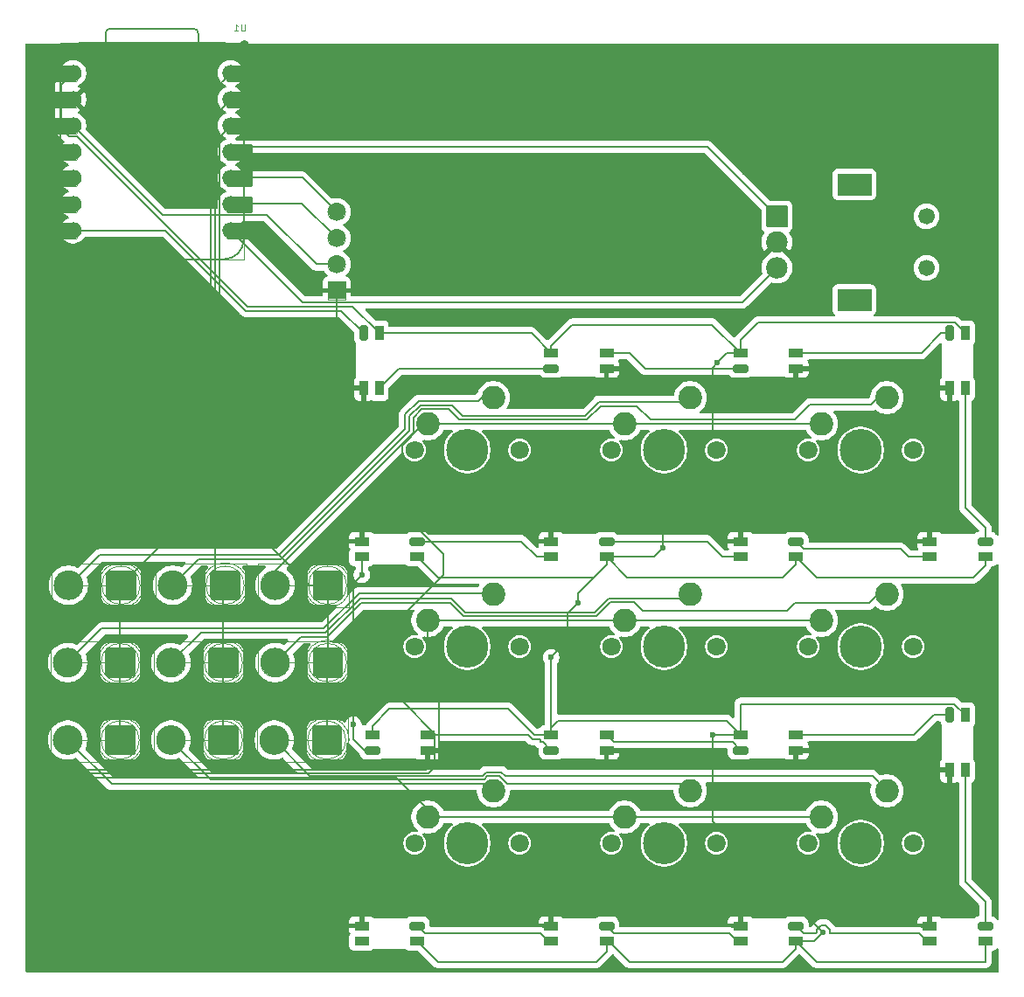
<source format=gbo>
G04 #@! TF.GenerationSoftware,KiCad,Pcbnew,9.0.2*
G04 #@! TF.CreationDate,2025-06-22T22:41:04+03:00*
G04 #@! TF.ProjectId,macropad,6d616372-6f70-4616-942e-6b696361645f,rev?*
G04 #@! TF.SameCoordinates,Original*
G04 #@! TF.FileFunction,Legend,Bot*
G04 #@! TF.FilePolarity,Positive*
%FSLAX46Y46*%
G04 Gerber Fmt 4.6, Leading zero omitted, Abs format (unit mm)*
G04 Created by KiCad (PCBNEW 9.0.2) date 2025-06-22 22:41:04*
%MOMM*%
%LPD*%
G01*
G04 APERTURE LIST*
G04 Aperture macros list*
%AMRoundRect*
0 Rectangle with rounded corners*
0 $1 Rounding radius*
0 $2 $3 $4 $5 $6 $7 $8 $9 X,Y pos of 4 corners*
0 Add a 4 corners polygon primitive as box body*
4,1,4,$2,$3,$4,$5,$6,$7,$8,$9,$2,$3,0*
0 Add four circle primitives for the rounded corners*
1,1,$1+$1,$2,$3*
1,1,$1+$1,$4,$5*
1,1,$1+$1,$6,$7*
1,1,$1+$1,$8,$9*
0 Add four rect primitives between the rounded corners*
20,1,$1+$1,$2,$3,$4,$5,0*
20,1,$1+$1,$4,$5,$6,$7,0*
20,1,$1+$1,$6,$7,$8,$9,0*
20,1,$1+$1,$8,$9,$2,$3,0*%
G04 Aperture macros list end*
%ADD10C,0.101600*%
%ADD11C,0.120000*%
%ADD12C,0.127000*%
%ADD13C,0.100000*%
%ADD14C,0.504000*%
%ADD15C,1.700000*%
%ADD16C,4.000000*%
%ADD17C,2.200000*%
%ADD18R,1.700000X1.700000*%
%ADD19O,1.700000X1.700000*%
%ADD20C,1.500000*%
%ADD21R,2.000000X2.000000*%
%ADD22C,2.000000*%
%ADD23R,3.200000X2.000000*%
%ADD24RoundRect,0.250001X1.149999X1.149999X-1.149999X1.149999X-1.149999X-1.149999X1.149999X-1.149999X0*%
%ADD25C,2.800000*%
%ADD26RoundRect,0.152400X-1.063600X-0.609600X1.063600X-0.609600X1.063600X0.609600X-1.063600X0.609600X0*%
%ADD27C,1.524000*%
%ADD28RoundRect,0.152400X1.063600X0.609600X-1.063600X0.609600X-1.063600X-0.609600X1.063600X-0.609600X0*%
G04 #@! TA.AperFunction,ComponentPad*
%ADD29C,2.200000*%
G04 #@! TD*
G04 #@! TA.AperFunction,ComponentPad*
%ADD30R,1.700000X1.700000*%
G04 #@! TD*
G04 #@! TA.AperFunction,ComponentPad*
%ADD31O,1.700000X1.700000*%
G04 #@! TD*
G04 #@! TA.AperFunction,ComponentPad*
%ADD32C,1.500000*%
G04 #@! TD*
G04 #@! TA.AperFunction,ComponentPad*
%ADD33R,2.000000X2.000000*%
G04 #@! TD*
G04 #@! TA.AperFunction,ComponentPad*
%ADD34C,2.000000*%
G04 #@! TD*
G04 #@! TA.AperFunction,ComponentPad*
%ADD35R,3.200000X2.000000*%
G04 #@! TD*
G04 #@! TA.AperFunction,ComponentPad*
%ADD36RoundRect,0.250001X1.149999X1.149999X-1.149999X1.149999X-1.149999X-1.149999X1.149999X-1.149999X0*%
G04 #@! TD*
G04 #@! TA.AperFunction,ComponentPad*
%ADD37C,2.800000*%
G04 #@! TD*
G04 #@! TA.AperFunction,SMDPad,CuDef*
%ADD38RoundRect,0.152400X-1.063600X-0.609600X1.063600X-0.609600X1.063600X0.609600X-1.063600X0.609600X0*%
G04 #@! TD*
G04 #@! TA.AperFunction,ComponentPad*
%ADD39C,1.524000*%
G04 #@! TD*
G04 #@! TA.AperFunction,SMDPad,CuDef*
%ADD40RoundRect,0.152400X1.063600X0.609600X-1.063600X0.609600X-1.063600X-0.609600X1.063600X-0.609600X0*%
G04 #@! TD*
G04 #@! TA.AperFunction,ViaPad*
%ADD41C,0.600000*%
G04 #@! TD*
G04 #@! TA.AperFunction,Conductor*
%ADD42C,0.200000*%
G04 #@! TD*
%ADD43C,0.050000*%
%ADD44C,0.061111*%
%ADD45C,0.047222*%
%ADD46C,0.055556*%
%ADD47C,0.088889*%
%ADD48C,0.077778*%
%ADD49C,0.100000*%
G04 #@! TD*
%ADD50C,0.067556*%
%ADD51C,0.042333*%
G04 #@! TA.AperFunction,SMDPad,CuDef*
%ADD52R,1.450000X0.820000*%
G04 #@! TD*
G04 #@! TA.AperFunction,SMDPad,CuDef*
%ADD53RoundRect,0.205000X-0.520000X-0.205000X0.520000X-0.205000X0.520000X0.205000X-0.520000X0.205000X0*%
G04 #@! TD*
G04 #@! TA.AperFunction,SMDPad,CuDef*
%ADD54RoundRect,0.205000X0.520000X0.205000X-0.520000X0.205000X-0.520000X-0.205000X0.520000X-0.205000X0*%
G04 #@! TD*
G04 #@! TA.AperFunction,SMDPad,CuDef*
%ADD55R,0.820000X1.450000*%
G04 #@! TD*
G04 #@! TA.AperFunction,SMDPad,CuDef*
%ADD56RoundRect,0.205000X0.205000X-0.520000X0.205000X0.520000X-0.205000X0.520000X-0.205000X-0.520000X0*%
G04 #@! TD*
G04 APERTURE END LIST*
D10*
X128983809Y-51153479D02*
X128983809Y-51667526D01*
X128983809Y-51667526D02*
X128953571Y-51728002D01*
X128953571Y-51728002D02*
X128923333Y-51758241D01*
X128923333Y-51758241D02*
X128862857Y-51788479D01*
X128862857Y-51788479D02*
X128741904Y-51788479D01*
X128741904Y-51788479D02*
X128681428Y-51758241D01*
X128681428Y-51758241D02*
X128651190Y-51728002D01*
X128651190Y-51728002D02*
X128620952Y-51667526D01*
X128620952Y-51667526D02*
X128620952Y-51153479D01*
X127985952Y-51788479D02*
X128348809Y-51788479D01*
X128167381Y-51788479D02*
X128167381Y-51153479D01*
X128167381Y-51153479D02*
X128227857Y-51244193D01*
X128227857Y-51244193D02*
X128288333Y-51304669D01*
X128288333Y-51304669D02*
X128348809Y-51334907D01*
D11*
G04 #@! TO.C,D1*
X114825101Y-105500000D02*
X113620000Y-105500000D01*
X119174899Y-105500000D02*
G75*
G02*
X114825101Y-105500000I-2174899J0D01*
G01*
X114825101Y-105500000D02*
G75*
G02*
X119174899Y-105500000I2174899J0D01*
G01*
G04 #@! TO.C,D8*
X134825101Y-113000000D02*
X133620000Y-113000000D01*
X139174899Y-113000000D02*
G75*
G02*
X134825101Y-113000000I-2174899J0D01*
G01*
X134825101Y-113000000D02*
G75*
G02*
X139174899Y-113000000I2174899J0D01*
G01*
G04 #@! TO.C,D9*
X134745101Y-120500000D02*
X133540000Y-120500000D01*
X139094899Y-120500000D02*
G75*
G02*
X134745101Y-120500000I-2174899J0D01*
G01*
X134745101Y-120500000D02*
G75*
G02*
X139094899Y-120500000I2174899J0D01*
G01*
G04 #@! TO.C,D7*
X134825101Y-105500000D02*
X133620000Y-105500000D01*
X139174899Y-105500000D02*
G75*
G02*
X134825101Y-105500000I-2174899J0D01*
G01*
X134825101Y-105500000D02*
G75*
G02*
X139174899Y-105500000I2174899J0D01*
G01*
G04 #@! TO.C,D5*
X124745101Y-113000000D02*
X123540000Y-113000000D01*
X129094899Y-113000000D02*
G75*
G02*
X124745101Y-113000000I-2174899J0D01*
G01*
X124745101Y-113000000D02*
G75*
G02*
X129094899Y-113000000I2174899J0D01*
G01*
G04 #@! TO.C,D6*
X124745101Y-120500000D02*
X123540000Y-120500000D01*
X129094899Y-120500000D02*
G75*
G02*
X124745101Y-120500000I-2174899J0D01*
G01*
X124745101Y-120500000D02*
G75*
G02*
X129094899Y-120500000I2174899J0D01*
G01*
D12*
G04 #@! TO.C,U1*
X111110000Y-72009000D02*
X111110000Y-54864000D01*
D13*
X113015000Y-52959000D02*
X126985000Y-52959000D01*
D12*
X113015000Y-52959000D02*
X126985000Y-52959000D01*
X115496000Y-52049000D02*
X115496000Y-52959000D01*
X123991272Y-51549000D02*
X115996000Y-51549000D01*
X124495000Y-52959000D02*
X124491272Y-52048728D01*
X126985000Y-73914000D02*
X113015000Y-73914000D01*
X128890000Y-72009000D02*
X128890000Y-54864000D01*
X111110000Y-54864000D02*
G75*
G02*
X113015000Y-52959000I1905000J0D01*
G01*
X113015000Y-73914000D02*
G75*
G02*
X111110000Y-72009000I0J1905000D01*
G01*
X115496000Y-52049000D02*
G75*
G02*
X115996000Y-51549000I500000J0D01*
G01*
X123991272Y-51549000D02*
G75*
G02*
X124491273Y-52048728I-18J-500019D01*
G01*
X126985000Y-52959000D02*
G75*
G02*
X128890000Y-54864000I-1J-1905001D01*
G01*
X128890000Y-72009000D02*
G75*
G02*
X126985000Y-73914000I-1905001J1D01*
G01*
D14*
X128059000Y-54080000D02*
G75*
G02*
X127555000Y-54080000I-252000J0D01*
G01*
X127555000Y-54080000D02*
G75*
G02*
X128059000Y-54080000I252000J0D01*
G01*
X129202000Y-53200000D02*
G75*
G02*
X128698000Y-53200000I-252000J0D01*
G01*
X128698000Y-53200000D02*
G75*
G02*
X129202000Y-53200000I252000J0D01*
G01*
D11*
G04 #@! TO.C,D3*
X114745101Y-120500000D02*
X113540000Y-120500000D01*
X119094899Y-120500000D02*
G75*
G02*
X114745101Y-120500000I-2174899J0D01*
G01*
X114745101Y-120500000D02*
G75*
G02*
X119094899Y-120500000I2174899J0D01*
G01*
G04 #@! TO.C,D2*
X114745101Y-113000000D02*
X113540000Y-113000000D01*
X119094899Y-113000000D02*
G75*
G02*
X114745101Y-113000000I-2174899J0D01*
G01*
X114745101Y-113000000D02*
G75*
G02*
X119094899Y-113000000I2174899J0D01*
G01*
G04 #@! TO.C,D4*
X124905101Y-105500000D02*
X123700000Y-105500000D01*
X129254899Y-105500000D02*
G75*
G02*
X124905101Y-105500000I-2174899J0D01*
G01*
X124905101Y-105500000D02*
G75*
G02*
X129254899Y-105500000I2174899J0D01*
G01*
G04 #@! TD*
%LPC*%
D15*
G04 #@! TO.C,SW4*
X164500000Y-92400000D03*
D16*
X169580000Y-92400000D03*
D15*
X174660000Y-92400000D03*
D17*
X172120000Y-87320000D03*
X165770000Y-89860000D03*
G04 #@! TD*
D15*
G04 #@! TO.C,SW1*
X145450000Y-92400000D03*
D16*
X150530000Y-92400000D03*
D15*
X155610000Y-92400000D03*
D17*
X153070000Y-87320000D03*
X146720000Y-89860000D03*
G04 #@! TD*
D15*
G04 #@! TO.C,SW6*
X164500000Y-130500000D03*
D16*
X169580000Y-130500000D03*
D15*
X174660000Y-130500000D03*
D17*
X172120000Y-125420000D03*
X165770000Y-127960000D03*
G04 #@! TD*
D15*
G04 #@! TO.C,SW5*
X164500000Y-111450000D03*
D16*
X169580000Y-111450000D03*
D15*
X174660000Y-111450000D03*
D17*
X172120000Y-106370000D03*
X165770000Y-108910000D03*
G04 #@! TD*
D15*
G04 #@! TO.C,SW2*
X145450000Y-111450000D03*
D16*
X150530000Y-111450000D03*
D15*
X155610000Y-111450000D03*
D17*
X153070000Y-106370000D03*
X146720000Y-108910000D03*
G04 #@! TD*
D15*
G04 #@! TO.C,SW3*
X145450000Y-130500000D03*
D16*
X150530000Y-130500000D03*
D15*
X155610000Y-130500000D03*
D17*
X153070000Y-125420000D03*
X146720000Y-127960000D03*
G04 #@! TD*
D15*
G04 #@! TO.C,SW8*
X183550000Y-111450000D03*
D16*
X188630000Y-111450000D03*
D15*
X193710000Y-111450000D03*
D17*
X191170000Y-106370000D03*
X184820000Y-108910000D03*
G04 #@! TD*
D15*
G04 #@! TO.C,SW7*
X183550000Y-92400000D03*
D16*
X188630000Y-92400000D03*
D15*
X193710000Y-92400000D03*
D17*
X191170000Y-87320000D03*
X184820000Y-89860000D03*
G04 #@! TD*
D15*
G04 #@! TO.C,SW9*
X183550000Y-130500000D03*
D16*
X188630000Y-130500000D03*
D15*
X193710000Y-130500000D03*
D17*
X191170000Y-125420000D03*
X184820000Y-127960000D03*
G04 #@! TD*
D18*
G04 #@! TO.C,OLED1*
X137885000Y-76945000D03*
D19*
X137885000Y-74405000D03*
X137885000Y-71865000D03*
X137885000Y-69325000D03*
G04 #@! TD*
D20*
G04 #@! TO.C,SW10*
X195000000Y-69750000D03*
X195000000Y-74750000D03*
D21*
X180500000Y-69750000D03*
D22*
X180500000Y-74750000D03*
X180500000Y-72250000D03*
D23*
X188000000Y-66650000D03*
X188000000Y-77850000D03*
G04 #@! TD*
D24*
G04 #@! TO.C,D1*
X117000000Y-105500000D03*
D25*
X111920000Y-105500000D03*
G04 #@! TD*
D24*
G04 #@! TO.C,D8*
X137000000Y-113000000D03*
D25*
X131920000Y-113000000D03*
G04 #@! TD*
D24*
G04 #@! TO.C,D9*
X136920000Y-120500000D03*
D25*
X131840000Y-120500000D03*
G04 #@! TD*
D24*
G04 #@! TO.C,D7*
X137000000Y-105500000D03*
D25*
X131920000Y-105500000D03*
G04 #@! TD*
D24*
G04 #@! TO.C,D5*
X126920000Y-113000000D03*
D25*
X121840000Y-113000000D03*
G04 #@! TD*
D24*
G04 #@! TO.C,D6*
X126920000Y-120500000D03*
D25*
X121840000Y-120500000D03*
G04 #@! TD*
D26*
G04 #@! TO.C,U1*
X128455000Y-55880000D03*
D27*
X127620000Y-55880000D03*
D26*
X128455000Y-58420000D03*
D27*
X127620000Y-58420000D03*
D26*
X128455000Y-60960000D03*
D27*
X127620000Y-60960000D03*
D26*
X128455000Y-63500000D03*
D27*
X127620000Y-63500000D03*
D26*
X128455000Y-66040000D03*
D27*
X127620000Y-66040000D03*
D26*
X128455000Y-68580000D03*
D27*
X127620000Y-68580000D03*
D26*
X128455000Y-71120000D03*
D27*
X127620000Y-71120000D03*
X112380000Y-71120000D03*
D28*
X111545000Y-71120000D03*
D27*
X112380000Y-68580000D03*
D28*
X111545000Y-68580000D03*
D27*
X112380000Y-66040000D03*
D28*
X111545000Y-66040000D03*
D27*
X112380000Y-63500000D03*
D28*
X111545000Y-63500000D03*
D27*
X112380000Y-60960000D03*
D28*
X111545000Y-60960000D03*
D27*
X112380000Y-58420000D03*
D28*
X111545000Y-58420000D03*
D27*
X112380000Y-55880000D03*
D28*
X111545000Y-55880000D03*
G04 #@! TD*
D24*
G04 #@! TO.C,D3*
X116920000Y-120500000D03*
D25*
X111840000Y-120500000D03*
G04 #@! TD*
D24*
G04 #@! TO.C,D2*
X116920000Y-113000000D03*
D25*
X111840000Y-113000000D03*
G04 #@! TD*
D24*
G04 #@! TO.C,D4*
X127080000Y-105500000D03*
D25*
X122000000Y-105500000D03*
G04 #@! TD*
%LPD*%
D29*
G04 #@! TO.P,SW4,1,1*
G04 #@! TO.N,Net-(D4-A)*
X172120000Y-87320000D03*
G04 #@! TO.P,SW4,2,2*
G04 #@! TO.N,COL2*
X165770000Y-89860000D03*
G04 #@! TD*
G04 #@! TO.P,SW1,1,1*
G04 #@! TO.N,Net-(D1-A)*
X153070000Y-87320000D03*
G04 #@! TO.P,SW1,2,2*
G04 #@! TO.N,COL2*
X146720000Y-89860000D03*
G04 #@! TD*
G04 #@! TO.P,SW6,1,1*
G04 #@! TO.N,Net-(D6-A)*
X172120000Y-125420000D03*
G04 #@! TO.P,SW6,2,2*
G04 #@! TO.N,COL0*
X165770000Y-127960000D03*
G04 #@! TD*
G04 #@! TO.P,SW5,1,1*
G04 #@! TO.N,Net-(D5-A)*
X172120000Y-106370000D03*
G04 #@! TO.P,SW5,2,2*
G04 #@! TO.N,COL1*
X165770000Y-108910000D03*
G04 #@! TD*
G04 #@! TO.P,SW2,1,1*
G04 #@! TO.N,Net-(D2-A)*
X153070000Y-106370000D03*
G04 #@! TO.P,SW2,2,2*
G04 #@! TO.N,COL1*
X146720000Y-108910000D03*
G04 #@! TD*
G04 #@! TO.P,SW3,1,1*
G04 #@! TO.N,Net-(D3-A)*
X153070000Y-125420000D03*
G04 #@! TO.P,SW3,2,2*
G04 #@! TO.N,COL0*
X146720000Y-127960000D03*
G04 #@! TD*
G04 #@! TO.P,SW8,1,1*
G04 #@! TO.N,Net-(D8-A)*
X191170000Y-106370000D03*
G04 #@! TO.P,SW8,2,2*
G04 #@! TO.N,COL1*
X184820000Y-108910000D03*
G04 #@! TD*
G04 #@! TO.P,SW7,1,1*
G04 #@! TO.N,Net-(D7-A)*
X191170000Y-87320000D03*
G04 #@! TO.P,SW7,2,2*
G04 #@! TO.N,COL2*
X184820000Y-89860000D03*
G04 #@! TD*
G04 #@! TO.P,SW9,1,1*
G04 #@! TO.N,Net-(D9-A)*
X191170000Y-125420000D03*
G04 #@! TO.P,SW9,2,2*
G04 #@! TO.N,COL0*
X184820000Y-127960000D03*
G04 #@! TD*
D30*
G04 #@! TO.P,OLED1,1,GND*
G04 #@! TO.N,GND*
X137885000Y-76945000D03*
D31*
G04 #@! TO.P,OLED1,2,VCC*
G04 #@! TO.N,VCCQ*
X137885000Y-74405000D03*
G04 #@! TO.P,OLED1,3,SCL*
G04 #@! TO.N,OLED_SCL*
X137885000Y-71865000D03*
G04 #@! TO.P,OLED1,4,SDA*
G04 #@! TO.N,OLED_SDA*
X137885000Y-69325000D03*
G04 #@! TD*
D32*
G04 #@! TO.P,SW10,*
G04 #@! TO.N,*
X195000000Y-69750000D03*
X195000000Y-74750000D03*
D33*
G04 #@! TO.P,SW10,A,A*
G04 #@! TO.N,EC11_A*
X180500000Y-69750000D03*
D34*
G04 #@! TO.P,SW10,B,B*
G04 #@! TO.N,EC11_B*
X180500000Y-74750000D03*
G04 #@! TO.P,SW10,C,C*
G04 #@! TO.N,GND*
X180500000Y-72250000D03*
D35*
G04 #@! TO.P,SW10,MP*
G04 #@! TO.N,N/C*
X188000000Y-66650000D03*
X188000000Y-77850000D03*
G04 #@! TD*
D36*
G04 #@! TO.P,D1,1,K*
G04 #@! TO.N,ROW0*
X117000000Y-105500000D03*
D37*
G04 #@! TO.P,D1,2,A*
G04 #@! TO.N,Net-(D1-A)*
X111920000Y-105500000D03*
G04 #@! TD*
D36*
G04 #@! TO.P,D8,1,K*
G04 #@! TO.N,ROW2*
X137000000Y-113000000D03*
D37*
G04 #@! TO.P,D8,2,A*
G04 #@! TO.N,Net-(D8-A)*
X131920000Y-113000000D03*
G04 #@! TD*
D36*
G04 #@! TO.P,D9,1,K*
G04 #@! TO.N,ROW2*
X136920000Y-120500000D03*
D37*
G04 #@! TO.P,D9,2,A*
G04 #@! TO.N,Net-(D9-A)*
X131840000Y-120500000D03*
G04 #@! TD*
D36*
G04 #@! TO.P,D7,1,K*
G04 #@! TO.N,ROW2*
X137000000Y-105500000D03*
D37*
G04 #@! TO.P,D7,2,A*
G04 #@! TO.N,Net-(D7-A)*
X131920000Y-105500000D03*
G04 #@! TD*
D36*
G04 #@! TO.P,D5,1,K*
G04 #@! TO.N,ROW1*
X126920000Y-113000000D03*
D37*
G04 #@! TO.P,D5,2,A*
G04 #@! TO.N,Net-(D5-A)*
X121840000Y-113000000D03*
G04 #@! TD*
D36*
G04 #@! TO.P,D6,1,K*
G04 #@! TO.N,ROW1*
X126920000Y-120500000D03*
D37*
G04 #@! TO.P,D6,2,A*
G04 #@! TO.N,Net-(D6-A)*
X121840000Y-120500000D03*
G04 #@! TD*
D38*
G04 #@! TO.P,U1,1,GPIO26/ADC0/A0*
G04 #@! TO.N,ROW0*
X128455000Y-55880000D03*
D39*
X127620000Y-55880000D03*
D38*
G04 #@! TO.P,U1,2,GPIO27/ADC1/A1*
G04 #@! TO.N,ROW1*
X128455000Y-58420000D03*
D39*
X127620000Y-58420000D03*
D38*
G04 #@! TO.P,U1,3,GPIO28/ADC2/A2*
G04 #@! TO.N,ROW2*
X128455000Y-60960000D03*
D39*
X127620000Y-60960000D03*
D38*
G04 #@! TO.P,U1,4,GPIO29/ADC3/A3*
G04 #@! TO.N,EC11_A*
X128455000Y-63500000D03*
D39*
X127620000Y-63500000D03*
D38*
G04 #@! TO.P,U1,5,GPIO6/SDA*
G04 #@! TO.N,OLED_SDA*
X128455000Y-66040000D03*
D39*
X127620000Y-66040000D03*
D38*
G04 #@! TO.P,U1,6,GPIO7/SCL*
G04 #@! TO.N,OLED_SCL*
X128455000Y-68580000D03*
D39*
X127620000Y-68580000D03*
D38*
G04 #@! TO.P,U1,7,GPIO0/TX*
G04 #@! TO.N,EC11_B*
X128455000Y-71120000D03*
D39*
X127620000Y-71120000D03*
G04 #@! TO.P,U1,8,GPIO1/RX*
G04 #@! TO.N,LED_CNTRL*
X112380000Y-71120000D03*
D40*
X111545000Y-71120000D03*
D39*
G04 #@! TO.P,U1,9,GPIO2/SCK*
G04 #@! TO.N,COL2*
X112380000Y-68580000D03*
D40*
X111545000Y-68580000D03*
D39*
G04 #@! TO.P,U1,10,GPIO4/MISO*
G04 #@! TO.N,COL1*
X112380000Y-66040000D03*
D40*
X111545000Y-66040000D03*
D39*
G04 #@! TO.P,U1,11,GPIO3/MOSI*
G04 #@! TO.N,COL0*
X112380000Y-63500000D03*
D40*
X111545000Y-63500000D03*
D39*
G04 #@! TO.P,U1,12,3V3*
G04 #@! TO.N,VCCQ*
X112380000Y-60960000D03*
D40*
X111545000Y-60960000D03*
D39*
G04 #@! TO.P,U1,13,GND*
G04 #@! TO.N,GND*
X112380000Y-58420000D03*
D40*
X111545000Y-58420000D03*
D39*
G04 #@! TO.P,U1,14,VBUS*
G04 #@! TO.N,VCC*
X112380000Y-55880000D03*
D40*
X111545000Y-55880000D03*
G04 #@! TD*
D36*
G04 #@! TO.P,D3,1,K*
G04 #@! TO.N,ROW0*
X116920000Y-120500000D03*
D37*
G04 #@! TO.P,D3,2,A*
G04 #@! TO.N,Net-(D3-A)*
X111840000Y-120500000D03*
G04 #@! TD*
D36*
G04 #@! TO.P,D2,1,K*
G04 #@! TO.N,ROW0*
X116920000Y-113000000D03*
D37*
G04 #@! TO.P,D2,2,A*
G04 #@! TO.N,Net-(D2-A)*
X111840000Y-113000000D03*
G04 #@! TD*
D36*
G04 #@! TO.P,D4,1,K*
G04 #@! TO.N,ROW1*
X127080000Y-105500000D03*
D37*
G04 #@! TO.P,D4,2,A*
G04 #@! TO.N,Net-(D4-A)*
X122000000Y-105500000D03*
G04 #@! TD*
D41*
G04 #@! TO.N,GND*
X138000000Y-85250000D03*
G04 #@! TO.N,VCC*
X161250000Y-107250000D03*
X169500000Y-101850000D03*
X174250000Y-120000000D03*
X158658333Y-112500000D03*
X174750000Y-83900000D03*
X185000000Y-139100000D03*
G04 #@! TO.N,Net-(D17-DOUT)*
X140325000Y-104500000D03*
X139500000Y-119000000D03*
G04 #@! TD*
D42*
G04 #@! TO.N,GND*
X138000000Y-85250000D02*
X137885000Y-85135000D01*
X137885000Y-85135000D02*
X137885000Y-76945000D01*
G04 #@! TO.N,VCC*
X158658333Y-112500000D02*
X160250000Y-110908333D01*
X169500000Y-95861530D02*
X174250000Y-91111530D01*
X169500000Y-101850000D02*
X169500000Y-95861530D01*
X174250000Y-84400000D02*
X174750000Y-83900000D01*
X174250000Y-128350000D02*
X174250000Y-120000000D01*
X185000000Y-139100000D02*
X174250000Y-128350000D01*
X174250000Y-91111530D02*
X174250000Y-84400000D01*
X160250000Y-108250000D02*
X161250000Y-107250000D01*
X160250000Y-110908333D02*
X160250000Y-108250000D01*
G04 #@! TO.N,ROW0*
X116920000Y-120500000D02*
X116920000Y-113000000D01*
X117000000Y-105500000D02*
X125698000Y-96802000D01*
X125698000Y-96802000D02*
X125698000Y-57802000D01*
X116920000Y-113000000D02*
X116920000Y-105580000D01*
X125698000Y-57802000D02*
X127620000Y-55880000D01*
G04 #@! TO.N,COL1*
X147809119Y-122690881D02*
X146750000Y-123750000D01*
X146651000Y-111947470D02*
X147809119Y-113105589D01*
X109879169Y-123750000D02*
X109401000Y-123271831D01*
X146651000Y-108979000D02*
X146651000Y-111947470D01*
X109401000Y-123271831D02*
X109401000Y-68405374D01*
X109401000Y-68405374D02*
X111766374Y-66040000D01*
X146750000Y-123750000D02*
X109879169Y-123750000D01*
X147809119Y-113105589D02*
X147809119Y-122690881D01*
G04 #@! TO.N,ROW2*
X126500000Y-62080000D02*
X127620000Y-60960000D01*
X137000000Y-105500000D02*
X135250000Y-105500000D01*
X126500000Y-96750000D02*
X126500000Y-62080000D01*
X135250000Y-105500000D02*
X126500000Y-96750000D01*
X137000000Y-113000000D02*
X137000000Y-105500000D01*
X136920000Y-120500000D02*
X136920000Y-113080000D01*
G04 #@! TO.N,COL2*
X146291530Y-89860000D02*
X144216450Y-91935080D01*
X109802000Y-123105731D02*
X109802000Y-70544374D01*
X148250000Y-102500000D02*
X148250000Y-104500000D01*
X148216450Y-104500000D02*
X144216450Y-108500000D01*
X144216450Y-91935080D02*
X144216450Y-98466450D01*
X110045269Y-123349000D02*
X109802000Y-123105731D01*
X144216450Y-108500000D02*
X144216450Y-116716450D01*
X147408119Y-119908119D02*
X147408119Y-122500000D01*
X144216450Y-116716450D02*
X147408119Y-119908119D01*
X146559119Y-123349000D02*
X110045269Y-123349000D01*
X147408119Y-122500000D02*
X146559119Y-123349000D01*
X144216450Y-98466450D02*
X148250000Y-102500000D01*
X109802000Y-70544374D02*
X111766374Y-68580000D01*
X148250000Y-104500000D02*
X148216450Y-104500000D01*
G04 #@! TO.N,COL0*
X109000000Y-65802370D02*
X111302370Y-63500000D01*
X109713069Y-124151000D02*
X109000000Y-123437931D01*
X146720000Y-127220000D02*
X143651000Y-124151000D01*
X109000000Y-123437931D02*
X109000000Y-65802370D01*
X143651000Y-124151000D02*
X109713069Y-124151000D01*
G04 #@! TO.N,ROW1*
X126099000Y-104519000D02*
X126099000Y-59941000D01*
X126099000Y-59941000D02*
X127620000Y-58420000D01*
X126920000Y-120500000D02*
X126920000Y-113000000D01*
X126920000Y-113000000D02*
X126920000Y-105660000D01*
G04 #@! TO.N,Net-(D17-DOUT)*
X140325000Y-104500000D02*
X139500000Y-105325000D01*
X139500000Y-105325000D02*
X139500000Y-119000000D01*
G04 #@! TD*
D15*
G04 #@! TO.C,SW4*
X164500000Y-92400000D03*
D16*
X169580000Y-92400000D03*
D15*
X174660000Y-92400000D03*
D17*
X172120000Y-87320000D03*
X165770000Y-89860000D03*
G04 #@! TD*
D15*
G04 #@! TO.C,SW1*
X145450000Y-92400000D03*
D16*
X150530000Y-92400000D03*
D15*
X155610000Y-92400000D03*
D17*
X153070000Y-87320000D03*
X146720000Y-89860000D03*
G04 #@! TD*
D15*
G04 #@! TO.C,SW6*
X164500000Y-130500000D03*
D16*
X169580000Y-130500000D03*
D15*
X174660000Y-130500000D03*
D17*
X172120000Y-125420000D03*
X165770000Y-127960000D03*
G04 #@! TD*
D15*
G04 #@! TO.C,SW5*
X164500000Y-111450000D03*
D16*
X169580000Y-111450000D03*
D15*
X174660000Y-111450000D03*
D17*
X172120000Y-106370000D03*
X165770000Y-108910000D03*
G04 #@! TD*
D15*
G04 #@! TO.C,SW2*
X145450000Y-111450000D03*
D16*
X150530000Y-111450000D03*
D15*
X155610000Y-111450000D03*
D17*
X153070000Y-106370000D03*
X146720000Y-108910000D03*
G04 #@! TD*
D15*
G04 #@! TO.C,SW3*
X145450000Y-130500000D03*
D16*
X150530000Y-130500000D03*
D15*
X155610000Y-130500000D03*
D17*
X153070000Y-125420000D03*
X146720000Y-127960000D03*
G04 #@! TD*
D15*
G04 #@! TO.C,SW8*
X183550000Y-111450000D03*
D16*
X188630000Y-111450000D03*
D15*
X193710000Y-111450000D03*
D17*
X191170000Y-106370000D03*
X184820000Y-108910000D03*
G04 #@! TD*
D15*
G04 #@! TO.C,SW7*
X183550000Y-92400000D03*
D16*
X188630000Y-92400000D03*
D15*
X193710000Y-92400000D03*
D17*
X191170000Y-87320000D03*
X184820000Y-89860000D03*
G04 #@! TD*
D15*
G04 #@! TO.C,SW9*
X183550000Y-130500000D03*
D16*
X188630000Y-130500000D03*
D15*
X193710000Y-130500000D03*
D17*
X191170000Y-125420000D03*
X184820000Y-127960000D03*
G04 #@! TD*
D18*
G04 #@! TO.C,OLED1*
X137885000Y-76945000D03*
D19*
X137885000Y-74405000D03*
X137885000Y-71865000D03*
X137885000Y-69325000D03*
G04 #@! TD*
D20*
G04 #@! TO.C,SW10*
X195000000Y-69750000D03*
X195000000Y-74750000D03*
D21*
X180500000Y-69750000D03*
D22*
X180500000Y-74750000D03*
X180500000Y-72250000D03*
D23*
X188000000Y-66650000D03*
X188000000Y-77850000D03*
G04 #@! TD*
D24*
G04 #@! TO.C,D1*
X117000000Y-105500000D03*
D25*
X111920000Y-105500000D03*
G04 #@! TD*
D24*
G04 #@! TO.C,D8*
X137000000Y-113000000D03*
D25*
X131920000Y-113000000D03*
G04 #@! TD*
D24*
G04 #@! TO.C,D9*
X136920000Y-120500000D03*
D25*
X131840000Y-120500000D03*
G04 #@! TD*
D24*
G04 #@! TO.C,D7*
X137000000Y-105500000D03*
D25*
X131920000Y-105500000D03*
G04 #@! TD*
D24*
G04 #@! TO.C,D5*
X126920000Y-113000000D03*
D25*
X121840000Y-113000000D03*
G04 #@! TD*
D24*
G04 #@! TO.C,D6*
X126920000Y-120500000D03*
D25*
X121840000Y-120500000D03*
G04 #@! TD*
D26*
G04 #@! TO.C,U1*
X128455000Y-55880000D03*
D27*
X127620000Y-55880000D03*
D26*
X128455000Y-58420000D03*
D27*
X127620000Y-58420000D03*
D26*
X128455000Y-60960000D03*
D27*
X127620000Y-60960000D03*
D26*
X128455000Y-63500000D03*
D27*
X127620000Y-63500000D03*
D26*
X128455000Y-66040000D03*
D27*
X127620000Y-66040000D03*
D26*
X128455000Y-68580000D03*
D27*
X127620000Y-68580000D03*
D26*
X128455000Y-71120000D03*
D27*
X127620000Y-71120000D03*
X112380000Y-71120000D03*
D28*
X111545000Y-71120000D03*
D27*
X112380000Y-68580000D03*
D28*
X111545000Y-68580000D03*
D27*
X112380000Y-66040000D03*
D28*
X111545000Y-66040000D03*
D27*
X112380000Y-63500000D03*
D28*
X111545000Y-63500000D03*
D27*
X112380000Y-60960000D03*
D28*
X111545000Y-60960000D03*
D27*
X112380000Y-58420000D03*
D28*
X111545000Y-58420000D03*
D27*
X112380000Y-55880000D03*
D28*
X111545000Y-55880000D03*
G04 #@! TD*
D24*
G04 #@! TO.C,D3*
X116920000Y-120500000D03*
D25*
X111840000Y-120500000D03*
G04 #@! TD*
D24*
G04 #@! TO.C,D2*
X116920000Y-113000000D03*
D25*
X111840000Y-113000000D03*
G04 #@! TD*
D24*
G04 #@! TO.C,D4*
X127080000Y-105500000D03*
D25*
X122000000Y-105500000D03*
G04 #@! TD*
G04 #@! TO.C,D1*
D43*
X119100000Y-103400000D02*
X110270000Y-103400000D01*
X110270000Y-107600000D01*
X119100000Y-107600000D01*
X119100000Y-103400000D01*
G04 #@! TO.C,D8*
X139100000Y-110900000D02*
X130270000Y-110900000D01*
X130270000Y-115100000D01*
X139100000Y-115100000D01*
X139100000Y-110900000D01*
G04 #@! TO.C,D9*
X139020000Y-118400000D02*
X130190000Y-118400000D01*
X130190000Y-122600000D01*
X139020000Y-122600000D01*
X139020000Y-118400000D01*
G04 #@! TO.C,D7*
X139100000Y-103400000D02*
X130270000Y-103400000D01*
X130270000Y-107600000D01*
X139100000Y-107600000D01*
X139100000Y-103400000D01*
G04 #@! TO.C,D5*
X129020000Y-110900000D02*
X120190000Y-110900000D01*
X120190000Y-115100000D01*
X129020000Y-115100000D01*
X129020000Y-110900000D01*
G04 #@! TO.C,D6*
X129020000Y-118400000D02*
X120190000Y-118400000D01*
X120190000Y-122600000D01*
X129020000Y-122600000D01*
X129020000Y-118400000D01*
G04 #@! TO.C,U1*
X128900000Y-52950000D02*
X111100000Y-52950000D01*
X111100000Y-73925000D01*
X128900000Y-73925000D01*
X128900000Y-52950000D01*
G04 #@! TO.C,D3*
X119020000Y-118400000D02*
X110190000Y-118400000D01*
X110190000Y-122600000D01*
X119020000Y-122600000D01*
X119020000Y-118400000D01*
G04 #@! TO.C,D2*
X119020000Y-110900000D02*
X110190000Y-110900000D01*
X110190000Y-115100000D01*
X119020000Y-115100000D01*
X119020000Y-110900000D01*
G04 #@! TO.C,D4*
X129180000Y-103400000D02*
X120350000Y-103400000D01*
X120350000Y-107600000D01*
X129180000Y-107600000D01*
X129180000Y-103400000D01*
G04 #@! TD*
D10*
X124384523Y-63153479D02*
X123961190Y-63788479D01*
X123961190Y-63153479D02*
X124384523Y-63788479D01*
X123719285Y-63788479D02*
X123719285Y-63153479D01*
X123447142Y-63607050D02*
X123144761Y-63607050D01*
X123507618Y-63788479D02*
X123295952Y-63153479D01*
X123295952Y-63153479D02*
X123084285Y-63788479D01*
X122751666Y-63153479D02*
X122630713Y-63153479D01*
X122630713Y-63153479D02*
X122570237Y-63183717D01*
X122570237Y-63183717D02*
X122509761Y-63244193D01*
X122509761Y-63244193D02*
X122479523Y-63365145D01*
X122479523Y-63365145D02*
X122479523Y-63576812D01*
X122479523Y-63576812D02*
X122509761Y-63697764D01*
X122509761Y-63697764D02*
X122570237Y-63758241D01*
X122570237Y-63758241D02*
X122630713Y-63788479D01*
X122630713Y-63788479D02*
X122751666Y-63788479D01*
X122751666Y-63788479D02*
X122812142Y-63758241D01*
X122812142Y-63758241D02*
X122872618Y-63697764D01*
X122872618Y-63697764D02*
X122902856Y-63576812D01*
X122902856Y-63576812D02*
X122902856Y-63365145D01*
X122902856Y-63365145D02*
X122872618Y-63244193D01*
X122872618Y-63244193D02*
X122812142Y-63183717D01*
X122812142Y-63183717D02*
X122751666Y-63153479D01*
X122207380Y-63546574D02*
X121723571Y-63546574D01*
X121058333Y-63788479D02*
X121270000Y-63486098D01*
X121421190Y-63788479D02*
X121421190Y-63153479D01*
X121421190Y-63153479D02*
X121179285Y-63153479D01*
X121179285Y-63153479D02*
X121118809Y-63183717D01*
X121118809Y-63183717D02*
X121088571Y-63213955D01*
X121088571Y-63213955D02*
X121058333Y-63274431D01*
X121058333Y-63274431D02*
X121058333Y-63365145D01*
X121058333Y-63365145D02*
X121088571Y-63425621D01*
X121088571Y-63425621D02*
X121118809Y-63455860D01*
X121118809Y-63455860D02*
X121179285Y-63486098D01*
X121179285Y-63486098D02*
X121421190Y-63486098D01*
X120786190Y-63788479D02*
X120786190Y-63153479D01*
X120786190Y-63153479D02*
X120544285Y-63153479D01*
X120544285Y-63153479D02*
X120483809Y-63183717D01*
X120483809Y-63183717D02*
X120453571Y-63213955D01*
X120453571Y-63213955D02*
X120423333Y-63274431D01*
X120423333Y-63274431D02*
X120423333Y-63365145D01*
X120423333Y-63365145D02*
X120453571Y-63425621D01*
X120453571Y-63425621D02*
X120483809Y-63455860D01*
X120483809Y-63455860D02*
X120544285Y-63486098D01*
X120544285Y-63486098D02*
X120786190Y-63486098D01*
X120181428Y-63213955D02*
X120151190Y-63183717D01*
X120151190Y-63183717D02*
X120090714Y-63153479D01*
X120090714Y-63153479D02*
X119939523Y-63153479D01*
X119939523Y-63153479D02*
X119879047Y-63183717D01*
X119879047Y-63183717D02*
X119848809Y-63213955D01*
X119848809Y-63213955D02*
X119818571Y-63274431D01*
X119818571Y-63274431D02*
X119818571Y-63334907D01*
X119818571Y-63334907D02*
X119848809Y-63425621D01*
X119848809Y-63425621D02*
X120211666Y-63788479D01*
X120211666Y-63788479D02*
X119818571Y-63788479D01*
X119425476Y-63153479D02*
X119364999Y-63153479D01*
X119364999Y-63153479D02*
X119304523Y-63183717D01*
X119304523Y-63183717D02*
X119274285Y-63213955D01*
X119274285Y-63213955D02*
X119244047Y-63274431D01*
X119244047Y-63274431D02*
X119213809Y-63395383D01*
X119213809Y-63395383D02*
X119213809Y-63546574D01*
X119213809Y-63546574D02*
X119244047Y-63667526D01*
X119244047Y-63667526D02*
X119274285Y-63728002D01*
X119274285Y-63728002D02*
X119304523Y-63758241D01*
X119304523Y-63758241D02*
X119364999Y-63788479D01*
X119364999Y-63788479D02*
X119425476Y-63788479D01*
X119425476Y-63788479D02*
X119485952Y-63758241D01*
X119485952Y-63758241D02*
X119516190Y-63728002D01*
X119516190Y-63728002D02*
X119546428Y-63667526D01*
X119546428Y-63667526D02*
X119576666Y-63546574D01*
X119576666Y-63546574D02*
X119576666Y-63395383D01*
X119576666Y-63395383D02*
X119546428Y-63274431D01*
X119546428Y-63274431D02*
X119516190Y-63213955D01*
X119516190Y-63213955D02*
X119485952Y-63183717D01*
X119485952Y-63183717D02*
X119425476Y-63153479D01*
X118669523Y-63365145D02*
X118669523Y-63788479D01*
X118820714Y-63123241D02*
X118971904Y-63576812D01*
X118971904Y-63576812D02*
X118578809Y-63576812D01*
X118215952Y-63153479D02*
X118155475Y-63153479D01*
X118155475Y-63153479D02*
X118094999Y-63183717D01*
X118094999Y-63183717D02*
X118064761Y-63213955D01*
X118064761Y-63213955D02*
X118034523Y-63274431D01*
X118034523Y-63274431D02*
X118004285Y-63395383D01*
X118004285Y-63395383D02*
X118004285Y-63546574D01*
X118004285Y-63546574D02*
X118034523Y-63667526D01*
X118034523Y-63667526D02*
X118064761Y-63728002D01*
X118064761Y-63728002D02*
X118094999Y-63758241D01*
X118094999Y-63758241D02*
X118155475Y-63788479D01*
X118155475Y-63788479D02*
X118215952Y-63788479D01*
X118215952Y-63788479D02*
X118276428Y-63758241D01*
X118276428Y-63758241D02*
X118306666Y-63728002D01*
X118306666Y-63728002D02*
X118336904Y-63667526D01*
X118336904Y-63667526D02*
X118367142Y-63546574D01*
X118367142Y-63546574D02*
X118367142Y-63395383D01*
X118367142Y-63395383D02*
X118336904Y-63274431D01*
X118336904Y-63274431D02*
X118306666Y-63213955D01*
X118306666Y-63213955D02*
X118276428Y-63183717D01*
X118276428Y-63183717D02*
X118215952Y-63153479D01*
X117732142Y-63546574D02*
X117248333Y-63546574D01*
X116945952Y-63788479D02*
X116945952Y-63153479D01*
X116945952Y-63153479D02*
X116794762Y-63153479D01*
X116794762Y-63153479D02*
X116704047Y-63183717D01*
X116704047Y-63183717D02*
X116643571Y-63244193D01*
X116643571Y-63244193D02*
X116613333Y-63304669D01*
X116613333Y-63304669D02*
X116583095Y-63425621D01*
X116583095Y-63425621D02*
X116583095Y-63516336D01*
X116583095Y-63516336D02*
X116613333Y-63637288D01*
X116613333Y-63637288D02*
X116643571Y-63697764D01*
X116643571Y-63697764D02*
X116704047Y-63758241D01*
X116704047Y-63758241D02*
X116794762Y-63788479D01*
X116794762Y-63788479D02*
X116945952Y-63788479D01*
X116310952Y-63788479D02*
X116310952Y-63153479D01*
X116008571Y-63788479D02*
X116008571Y-63153479D01*
X116008571Y-63153479D02*
X115766666Y-63153479D01*
X115766666Y-63153479D02*
X115706190Y-63183717D01*
X115706190Y-63183717D02*
X115675952Y-63213955D01*
X115675952Y-63213955D02*
X115645714Y-63274431D01*
X115645714Y-63274431D02*
X115645714Y-63365145D01*
X115645714Y-63365145D02*
X115675952Y-63425621D01*
X115675952Y-63425621D02*
X115706190Y-63455860D01*
X115706190Y-63455860D02*
X115766666Y-63486098D01*
X115766666Y-63486098D02*
X116008571Y-63486098D01*
D13*
G04 #@! TO.C,D1*
X117000000Y-105500000D02*
X111920000Y-105500000D01*
X118850000Y-105500000D02*
G75*
G02*
X115150000Y-105500000I-1850000J0D01*
G01*
X115150000Y-105500000D02*
G75*
G02*
X118850000Y-105500000I1850000J0D01*
G01*
G04 #@! TO.C,D8*
X137000000Y-113000000D02*
X131920000Y-113000000D01*
X138850000Y-113000000D02*
G75*
G02*
X135150000Y-113000000I-1850000J0D01*
G01*
X135150000Y-113000000D02*
G75*
G02*
X138850000Y-113000000I1850000J0D01*
G01*
G04 #@! TO.C,D9*
X136920000Y-120500000D02*
X131840000Y-120500000D01*
X138770000Y-120500000D02*
G75*
G02*
X135070000Y-120500000I-1850000J0D01*
G01*
X135070000Y-120500000D02*
G75*
G02*
X138770000Y-120500000I1850000J0D01*
G01*
G04 #@! TO.C,D7*
X137000000Y-105500000D02*
X131920000Y-105500000D01*
X138850000Y-105500000D02*
G75*
G02*
X135150000Y-105500000I-1850000J0D01*
G01*
X135150000Y-105500000D02*
G75*
G02*
X138850000Y-105500000I1850000J0D01*
G01*
G04 #@! TO.C,D5*
X126920000Y-113000000D02*
X121840000Y-113000000D01*
X128770000Y-113000000D02*
G75*
G02*
X125070000Y-113000000I-1850000J0D01*
G01*
X125070000Y-113000000D02*
G75*
G02*
X128770000Y-113000000I1850000J0D01*
G01*
G04 #@! TO.C,D6*
X126920000Y-120500000D02*
X121840000Y-120500000D01*
X128770000Y-120500000D02*
G75*
G02*
X125070000Y-120500000I-1850000J0D01*
G01*
X125070000Y-120500000D02*
G75*
G02*
X128770000Y-120500000I1850000J0D01*
G01*
G04 #@! TO.C,U1*
X128900000Y-52950000D02*
X111100000Y-52950000D01*
X111100000Y-73925000D01*
X128900000Y-73925000D01*
X128900000Y-52950000D01*
D14*
X128056000Y-54074000D02*
G75*
G02*
X127552000Y-54074000I-252000J0D01*
G01*
X127552000Y-54074000D02*
G75*
G02*
X128056000Y-54074000I252000J0D01*
G01*
D13*
G04 #@! TO.C,D3*
X116920000Y-120500000D02*
X111840000Y-120500000D01*
X118770000Y-120500000D02*
G75*
G02*
X115070000Y-120500000I-1850000J0D01*
G01*
X115070000Y-120500000D02*
G75*
G02*
X118770000Y-120500000I1850000J0D01*
G01*
G04 #@! TO.C,D2*
X116920000Y-113000000D02*
X111840000Y-113000000D01*
X118770000Y-113000000D02*
G75*
G02*
X115070000Y-113000000I-1850000J0D01*
G01*
X115070000Y-113000000D02*
G75*
G02*
X118770000Y-113000000I1850000J0D01*
G01*
G04 #@! TO.C,D4*
X127080000Y-105500000D02*
X122000000Y-105500000D01*
X128930000Y-105500000D02*
G75*
G02*
X125230000Y-105500000I-1850000J0D01*
G01*
X125230000Y-105500000D02*
G75*
G02*
X128930000Y-105500000I1850000J0D01*
G01*
G04 #@! TD*
G04 #@! TO.C,SW4*
X165350000Y-92400000D02*
G75*
G02*
X163650000Y-92400000I-850000J0D01*
G01*
X163650000Y-92400000D02*
G75*
G02*
X165350000Y-92400000I850000J0D01*
G01*
X171580000Y-92400000D02*
G75*
G02*
X167580000Y-92400000I-2000000J0D01*
G01*
X167580000Y-92400000D02*
G75*
G02*
X171580000Y-92400000I2000000J0D01*
G01*
X175510000Y-92400000D02*
G75*
G02*
X173810000Y-92400000I-850000J0D01*
G01*
X173810000Y-92400000D02*
G75*
G02*
X175510000Y-92400000I850000J0D01*
G01*
D44*
X172329523Y-87656076D02*
X171910476Y-87656076D01*
X172120000Y-87656076D02*
X172120000Y-86922743D01*
X172120000Y-86922743D02*
X172050158Y-87027505D01*
X172050158Y-87027505D02*
X171980317Y-87097346D01*
X171980317Y-87097346D02*
X171910476Y-87132267D01*
D13*
X173220000Y-87320000D02*
G75*
G02*
X171020000Y-87320000I-1100000J0D01*
G01*
X171020000Y-87320000D02*
G75*
G02*
X173220000Y-87320000I1100000J0D01*
G01*
D44*
X165560476Y-89532584D02*
X165595397Y-89497664D01*
X165595397Y-89497664D02*
X165665238Y-89462743D01*
X165665238Y-89462743D02*
X165839841Y-89462743D01*
X165839841Y-89462743D02*
X165909682Y-89497664D01*
X165909682Y-89497664D02*
X165944603Y-89532584D01*
X165944603Y-89532584D02*
X165979523Y-89602426D01*
X165979523Y-89602426D02*
X165979523Y-89672267D01*
X165979523Y-89672267D02*
X165944603Y-89777029D01*
X165944603Y-89777029D02*
X165525555Y-90196076D01*
X165525555Y-90196076D02*
X165979523Y-90196076D01*
D13*
X166870000Y-89860000D02*
G75*
G02*
X164670000Y-89860000I-1100000J0D01*
G01*
X164670000Y-89860000D02*
G75*
G02*
X166870000Y-89860000I1100000J0D01*
G01*
G04 #@! TD*
G04 #@! TO.C,SW1*
X146300000Y-92400000D02*
G75*
G02*
X144600000Y-92400000I-850000J0D01*
G01*
X144600000Y-92400000D02*
G75*
G02*
X146300000Y-92400000I850000J0D01*
G01*
X152530000Y-92400000D02*
G75*
G02*
X148530000Y-92400000I-2000000J0D01*
G01*
X148530000Y-92400000D02*
G75*
G02*
X152530000Y-92400000I2000000J0D01*
G01*
X156460000Y-92400000D02*
G75*
G02*
X154760000Y-92400000I-850000J0D01*
G01*
X154760000Y-92400000D02*
G75*
G02*
X156460000Y-92400000I850000J0D01*
G01*
D44*
X153279523Y-87656076D02*
X152860476Y-87656076D01*
X153070000Y-87656076D02*
X153070000Y-86922743D01*
X153070000Y-86922743D02*
X153000158Y-87027505D01*
X153000158Y-87027505D02*
X152930317Y-87097346D01*
X152930317Y-87097346D02*
X152860476Y-87132267D01*
D13*
X154170000Y-87320000D02*
G75*
G02*
X151970000Y-87320000I-1100000J0D01*
G01*
X151970000Y-87320000D02*
G75*
G02*
X154170000Y-87320000I1100000J0D01*
G01*
D44*
X146510476Y-89532584D02*
X146545397Y-89497664D01*
X146545397Y-89497664D02*
X146615238Y-89462743D01*
X146615238Y-89462743D02*
X146789841Y-89462743D01*
X146789841Y-89462743D02*
X146859682Y-89497664D01*
X146859682Y-89497664D02*
X146894603Y-89532584D01*
X146894603Y-89532584D02*
X146929523Y-89602426D01*
X146929523Y-89602426D02*
X146929523Y-89672267D01*
X146929523Y-89672267D02*
X146894603Y-89777029D01*
X146894603Y-89777029D02*
X146475555Y-90196076D01*
X146475555Y-90196076D02*
X146929523Y-90196076D01*
D13*
X147820000Y-89860000D02*
G75*
G02*
X145620000Y-89860000I-1100000J0D01*
G01*
X145620000Y-89860000D02*
G75*
G02*
X147820000Y-89860000I1100000J0D01*
G01*
G04 #@! TD*
G04 #@! TO.C,SW6*
X165350000Y-130500000D02*
G75*
G02*
X163650000Y-130500000I-850000J0D01*
G01*
X163650000Y-130500000D02*
G75*
G02*
X165350000Y-130500000I850000J0D01*
G01*
X171580000Y-130500000D02*
G75*
G02*
X167580000Y-130500000I-2000000J0D01*
G01*
X167580000Y-130500000D02*
G75*
G02*
X171580000Y-130500000I2000000J0D01*
G01*
X175510000Y-130500000D02*
G75*
G02*
X173810000Y-130500000I-850000J0D01*
G01*
X173810000Y-130500000D02*
G75*
G02*
X175510000Y-130500000I850000J0D01*
G01*
D44*
X172329523Y-125756076D02*
X171910476Y-125756076D01*
X172120000Y-125756076D02*
X172120000Y-125022743D01*
X172120000Y-125022743D02*
X172050158Y-125127505D01*
X172050158Y-125127505D02*
X171980317Y-125197346D01*
X171980317Y-125197346D02*
X171910476Y-125232267D01*
D13*
X173220000Y-125420000D02*
G75*
G02*
X171020000Y-125420000I-1100000J0D01*
G01*
X171020000Y-125420000D02*
G75*
G02*
X173220000Y-125420000I1100000J0D01*
G01*
D44*
X165560476Y-127632584D02*
X165595397Y-127597664D01*
X165595397Y-127597664D02*
X165665238Y-127562743D01*
X165665238Y-127562743D02*
X165839841Y-127562743D01*
X165839841Y-127562743D02*
X165909682Y-127597664D01*
X165909682Y-127597664D02*
X165944603Y-127632584D01*
X165944603Y-127632584D02*
X165979523Y-127702426D01*
X165979523Y-127702426D02*
X165979523Y-127772267D01*
X165979523Y-127772267D02*
X165944603Y-127877029D01*
X165944603Y-127877029D02*
X165525555Y-128296076D01*
X165525555Y-128296076D02*
X165979523Y-128296076D01*
D13*
X166870000Y-127960000D02*
G75*
G02*
X164670000Y-127960000I-1100000J0D01*
G01*
X164670000Y-127960000D02*
G75*
G02*
X166870000Y-127960000I1100000J0D01*
G01*
G04 #@! TD*
G04 #@! TO.C,SW5*
X165350000Y-111450000D02*
G75*
G02*
X163650000Y-111450000I-850000J0D01*
G01*
X163650000Y-111450000D02*
G75*
G02*
X165350000Y-111450000I850000J0D01*
G01*
X171580000Y-111450000D02*
G75*
G02*
X167580000Y-111450000I-2000000J0D01*
G01*
X167580000Y-111450000D02*
G75*
G02*
X171580000Y-111450000I2000000J0D01*
G01*
X175510000Y-111450000D02*
G75*
G02*
X173810000Y-111450000I-850000J0D01*
G01*
X173810000Y-111450000D02*
G75*
G02*
X175510000Y-111450000I850000J0D01*
G01*
D44*
X172329523Y-106706076D02*
X171910476Y-106706076D01*
X172120000Y-106706076D02*
X172120000Y-105972743D01*
X172120000Y-105972743D02*
X172050158Y-106077505D01*
X172050158Y-106077505D02*
X171980317Y-106147346D01*
X171980317Y-106147346D02*
X171910476Y-106182267D01*
D13*
X173220000Y-106370000D02*
G75*
G02*
X171020000Y-106370000I-1100000J0D01*
G01*
X171020000Y-106370000D02*
G75*
G02*
X173220000Y-106370000I1100000J0D01*
G01*
D44*
X165560476Y-108582584D02*
X165595397Y-108547664D01*
X165595397Y-108547664D02*
X165665238Y-108512743D01*
X165665238Y-108512743D02*
X165839841Y-108512743D01*
X165839841Y-108512743D02*
X165909682Y-108547664D01*
X165909682Y-108547664D02*
X165944603Y-108582584D01*
X165944603Y-108582584D02*
X165979523Y-108652426D01*
X165979523Y-108652426D02*
X165979523Y-108722267D01*
X165979523Y-108722267D02*
X165944603Y-108827029D01*
X165944603Y-108827029D02*
X165525555Y-109246076D01*
X165525555Y-109246076D02*
X165979523Y-109246076D01*
D13*
X166870000Y-108910000D02*
G75*
G02*
X164670000Y-108910000I-1100000J0D01*
G01*
X164670000Y-108910000D02*
G75*
G02*
X166870000Y-108910000I1100000J0D01*
G01*
G04 #@! TD*
G04 #@! TO.C,SW2*
X146300000Y-111450000D02*
G75*
G02*
X144600000Y-111450000I-850000J0D01*
G01*
X144600000Y-111450000D02*
G75*
G02*
X146300000Y-111450000I850000J0D01*
G01*
X152530000Y-111450000D02*
G75*
G02*
X148530000Y-111450000I-2000000J0D01*
G01*
X148530000Y-111450000D02*
G75*
G02*
X152530000Y-111450000I2000000J0D01*
G01*
X156460000Y-111450000D02*
G75*
G02*
X154760000Y-111450000I-850000J0D01*
G01*
X154760000Y-111450000D02*
G75*
G02*
X156460000Y-111450000I850000J0D01*
G01*
D44*
X153279523Y-106706076D02*
X152860476Y-106706076D01*
X153070000Y-106706076D02*
X153070000Y-105972743D01*
X153070000Y-105972743D02*
X153000158Y-106077505D01*
X153000158Y-106077505D02*
X152930317Y-106147346D01*
X152930317Y-106147346D02*
X152860476Y-106182267D01*
D13*
X154170000Y-106370000D02*
G75*
G02*
X151970000Y-106370000I-1100000J0D01*
G01*
X151970000Y-106370000D02*
G75*
G02*
X154170000Y-106370000I1100000J0D01*
G01*
D44*
X146510476Y-108582584D02*
X146545397Y-108547664D01*
X146545397Y-108547664D02*
X146615238Y-108512743D01*
X146615238Y-108512743D02*
X146789841Y-108512743D01*
X146789841Y-108512743D02*
X146859682Y-108547664D01*
X146859682Y-108547664D02*
X146894603Y-108582584D01*
X146894603Y-108582584D02*
X146929523Y-108652426D01*
X146929523Y-108652426D02*
X146929523Y-108722267D01*
X146929523Y-108722267D02*
X146894603Y-108827029D01*
X146894603Y-108827029D02*
X146475555Y-109246076D01*
X146475555Y-109246076D02*
X146929523Y-109246076D01*
D13*
X147820000Y-108910000D02*
G75*
G02*
X145620000Y-108910000I-1100000J0D01*
G01*
X145620000Y-108910000D02*
G75*
G02*
X147820000Y-108910000I1100000J0D01*
G01*
G04 #@! TD*
G04 #@! TO.C,SW3*
X146300000Y-130500000D02*
G75*
G02*
X144600000Y-130500000I-850000J0D01*
G01*
X144600000Y-130500000D02*
G75*
G02*
X146300000Y-130500000I850000J0D01*
G01*
X152530000Y-130500000D02*
G75*
G02*
X148530000Y-130500000I-2000000J0D01*
G01*
X148530000Y-130500000D02*
G75*
G02*
X152530000Y-130500000I2000000J0D01*
G01*
X156460000Y-130500000D02*
G75*
G02*
X154760000Y-130500000I-850000J0D01*
G01*
X154760000Y-130500000D02*
G75*
G02*
X156460000Y-130500000I850000J0D01*
G01*
D44*
X153279523Y-125756076D02*
X152860476Y-125756076D01*
X153070000Y-125756076D02*
X153070000Y-125022743D01*
X153070000Y-125022743D02*
X153000158Y-125127505D01*
X153000158Y-125127505D02*
X152930317Y-125197346D01*
X152930317Y-125197346D02*
X152860476Y-125232267D01*
D13*
X154170000Y-125420000D02*
G75*
G02*
X151970000Y-125420000I-1100000J0D01*
G01*
X151970000Y-125420000D02*
G75*
G02*
X154170000Y-125420000I1100000J0D01*
G01*
D44*
X146510476Y-127632584D02*
X146545397Y-127597664D01*
X146545397Y-127597664D02*
X146615238Y-127562743D01*
X146615238Y-127562743D02*
X146789841Y-127562743D01*
X146789841Y-127562743D02*
X146859682Y-127597664D01*
X146859682Y-127597664D02*
X146894603Y-127632584D01*
X146894603Y-127632584D02*
X146929523Y-127702426D01*
X146929523Y-127702426D02*
X146929523Y-127772267D01*
X146929523Y-127772267D02*
X146894603Y-127877029D01*
X146894603Y-127877029D02*
X146475555Y-128296076D01*
X146475555Y-128296076D02*
X146929523Y-128296076D01*
D13*
X147820000Y-127960000D02*
G75*
G02*
X145620000Y-127960000I-1100000J0D01*
G01*
X145620000Y-127960000D02*
G75*
G02*
X147820000Y-127960000I1100000J0D01*
G01*
G04 #@! TD*
G04 #@! TO.C,SW8*
X184400000Y-111450000D02*
G75*
G02*
X182700000Y-111450000I-850000J0D01*
G01*
X182700000Y-111450000D02*
G75*
G02*
X184400000Y-111450000I850000J0D01*
G01*
X190630000Y-111450000D02*
G75*
G02*
X186630000Y-111450000I-2000000J0D01*
G01*
X186630000Y-111450000D02*
G75*
G02*
X190630000Y-111450000I2000000J0D01*
G01*
X194560000Y-111450000D02*
G75*
G02*
X192860000Y-111450000I-850000J0D01*
G01*
X192860000Y-111450000D02*
G75*
G02*
X194560000Y-111450000I850000J0D01*
G01*
D44*
X191379523Y-106706076D02*
X190960476Y-106706076D01*
X191170000Y-106706076D02*
X191170000Y-105972743D01*
X191170000Y-105972743D02*
X191100158Y-106077505D01*
X191100158Y-106077505D02*
X191030317Y-106147346D01*
X191030317Y-106147346D02*
X190960476Y-106182267D01*
D13*
X192270000Y-106370000D02*
G75*
G02*
X190070000Y-106370000I-1100000J0D01*
G01*
X190070000Y-106370000D02*
G75*
G02*
X192270000Y-106370000I1100000J0D01*
G01*
D44*
X184610476Y-108582584D02*
X184645397Y-108547664D01*
X184645397Y-108547664D02*
X184715238Y-108512743D01*
X184715238Y-108512743D02*
X184889841Y-108512743D01*
X184889841Y-108512743D02*
X184959682Y-108547664D01*
X184959682Y-108547664D02*
X184994603Y-108582584D01*
X184994603Y-108582584D02*
X185029523Y-108652426D01*
X185029523Y-108652426D02*
X185029523Y-108722267D01*
X185029523Y-108722267D02*
X184994603Y-108827029D01*
X184994603Y-108827029D02*
X184575555Y-109246076D01*
X184575555Y-109246076D02*
X185029523Y-109246076D01*
D13*
X185920000Y-108910000D02*
G75*
G02*
X183720000Y-108910000I-1100000J0D01*
G01*
X183720000Y-108910000D02*
G75*
G02*
X185920000Y-108910000I1100000J0D01*
G01*
G04 #@! TD*
G04 #@! TO.C,SW7*
X184400000Y-92400000D02*
G75*
G02*
X182700000Y-92400000I-850000J0D01*
G01*
X182700000Y-92400000D02*
G75*
G02*
X184400000Y-92400000I850000J0D01*
G01*
X190630000Y-92400000D02*
G75*
G02*
X186630000Y-92400000I-2000000J0D01*
G01*
X186630000Y-92400000D02*
G75*
G02*
X190630000Y-92400000I2000000J0D01*
G01*
X194560000Y-92400000D02*
G75*
G02*
X192860000Y-92400000I-850000J0D01*
G01*
X192860000Y-92400000D02*
G75*
G02*
X194560000Y-92400000I850000J0D01*
G01*
D44*
X191379523Y-87656076D02*
X190960476Y-87656076D01*
X191170000Y-87656076D02*
X191170000Y-86922743D01*
X191170000Y-86922743D02*
X191100158Y-87027505D01*
X191100158Y-87027505D02*
X191030317Y-87097346D01*
X191030317Y-87097346D02*
X190960476Y-87132267D01*
D13*
X192270000Y-87320000D02*
G75*
G02*
X190070000Y-87320000I-1100000J0D01*
G01*
X190070000Y-87320000D02*
G75*
G02*
X192270000Y-87320000I1100000J0D01*
G01*
D44*
X184610476Y-89532584D02*
X184645397Y-89497664D01*
X184645397Y-89497664D02*
X184715238Y-89462743D01*
X184715238Y-89462743D02*
X184889841Y-89462743D01*
X184889841Y-89462743D02*
X184959682Y-89497664D01*
X184959682Y-89497664D02*
X184994603Y-89532584D01*
X184994603Y-89532584D02*
X185029523Y-89602426D01*
X185029523Y-89602426D02*
X185029523Y-89672267D01*
X185029523Y-89672267D02*
X184994603Y-89777029D01*
X184994603Y-89777029D02*
X184575555Y-90196076D01*
X184575555Y-90196076D02*
X185029523Y-90196076D01*
D13*
X185920000Y-89860000D02*
G75*
G02*
X183720000Y-89860000I-1100000J0D01*
G01*
X183720000Y-89860000D02*
G75*
G02*
X185920000Y-89860000I1100000J0D01*
G01*
G04 #@! TD*
G04 #@! TO.C,SW9*
X184400000Y-130500000D02*
G75*
G02*
X182700000Y-130500000I-850000J0D01*
G01*
X182700000Y-130500000D02*
G75*
G02*
X184400000Y-130500000I850000J0D01*
G01*
X190630000Y-130500000D02*
G75*
G02*
X186630000Y-130500000I-2000000J0D01*
G01*
X186630000Y-130500000D02*
G75*
G02*
X190630000Y-130500000I2000000J0D01*
G01*
X194560000Y-130500000D02*
G75*
G02*
X192860000Y-130500000I-850000J0D01*
G01*
X192860000Y-130500000D02*
G75*
G02*
X194560000Y-130500000I850000J0D01*
G01*
D44*
X191379523Y-125756076D02*
X190960476Y-125756076D01*
X191170000Y-125756076D02*
X191170000Y-125022743D01*
X191170000Y-125022743D02*
X191100158Y-125127505D01*
X191100158Y-125127505D02*
X191030317Y-125197346D01*
X191030317Y-125197346D02*
X190960476Y-125232267D01*
D13*
X192270000Y-125420000D02*
G75*
G02*
X190070000Y-125420000I-1100000J0D01*
G01*
X190070000Y-125420000D02*
G75*
G02*
X192270000Y-125420000I1100000J0D01*
G01*
D44*
X184610476Y-127632584D02*
X184645397Y-127597664D01*
X184645397Y-127597664D02*
X184715238Y-127562743D01*
X184715238Y-127562743D02*
X184889841Y-127562743D01*
X184889841Y-127562743D02*
X184959682Y-127597664D01*
X184959682Y-127597664D02*
X184994603Y-127632584D01*
X184994603Y-127632584D02*
X185029523Y-127702426D01*
X185029523Y-127702426D02*
X185029523Y-127772267D01*
X185029523Y-127772267D02*
X184994603Y-127877029D01*
X184994603Y-127877029D02*
X184575555Y-128296076D01*
X184575555Y-128296076D02*
X185029523Y-128296076D01*
D13*
X185920000Y-127960000D02*
G75*
G02*
X183720000Y-127960000I-1100000J0D01*
G01*
X183720000Y-127960000D02*
G75*
G02*
X185920000Y-127960000I1100000J0D01*
G01*
G04 #@! TD*
D45*
X138046904Y-77204695D02*
X137723095Y-77204695D01*
X137884999Y-77204695D02*
X137884999Y-76638029D01*
X137884999Y-76638029D02*
X137831031Y-76718981D01*
X137831031Y-76718981D02*
X137777063Y-76772949D01*
X137777063Y-76772949D02*
X137723095Y-76799933D01*
D13*
G04 #@! TO.C,OLED1*
X137035000Y-76095000D02*
X137035000Y-77795000D01*
X138735000Y-77795000D01*
X138735000Y-76095000D01*
X137035000Y-76095000D01*
D45*
X137723095Y-74151997D02*
X137750079Y-74125013D01*
X137750079Y-74125013D02*
X137804047Y-74098029D01*
X137804047Y-74098029D02*
X137938968Y-74098029D01*
X137938968Y-74098029D02*
X137992936Y-74125013D01*
X137992936Y-74125013D02*
X138019920Y-74151997D01*
X138019920Y-74151997D02*
X138046904Y-74205965D01*
X138046904Y-74205965D02*
X138046904Y-74259933D01*
X138046904Y-74259933D02*
X138019920Y-74340885D01*
X138019920Y-74340885D02*
X137696111Y-74664695D01*
X137696111Y-74664695D02*
X138046904Y-74664695D01*
D13*
X138735000Y-74405000D02*
X138735000Y-74405000D01*
X137035000Y-74405000D02*
G75*
G02*
X138735000Y-74405000I850000J0D01*
G01*
X137035000Y-74405000D02*
X137035000Y-74405000D01*
X137035000Y-74405000D02*
G75*
G03*
X138735000Y-74405000I850000J0D01*
G01*
D45*
X137696111Y-71558029D02*
X138046904Y-71558029D01*
X138046904Y-71558029D02*
X137858015Y-71773901D01*
X137858015Y-71773901D02*
X137938968Y-71773901D01*
X137938968Y-71773901D02*
X137992936Y-71800885D01*
X137992936Y-71800885D02*
X138019920Y-71827870D01*
X138019920Y-71827870D02*
X138046904Y-71881838D01*
X138046904Y-71881838D02*
X138046904Y-72016758D01*
X138046904Y-72016758D02*
X138019920Y-72070726D01*
X138019920Y-72070726D02*
X137992936Y-72097711D01*
X137992936Y-72097711D02*
X137938968Y-72124695D01*
X137938968Y-72124695D02*
X137777063Y-72124695D01*
X137777063Y-72124695D02*
X137723095Y-72097711D01*
X137723095Y-72097711D02*
X137696111Y-72070726D01*
D13*
X138735000Y-71865000D02*
X138735000Y-71865000D01*
X137035000Y-71865000D02*
G75*
G02*
X138735000Y-71865000I850000J0D01*
G01*
X137035000Y-71865000D02*
X137035000Y-71865000D01*
X137035000Y-71865000D02*
G75*
G03*
X138735000Y-71865000I850000J0D01*
G01*
D45*
X137992936Y-69206917D02*
X137992936Y-69584695D01*
X137858015Y-68991045D02*
X137723095Y-69395806D01*
X137723095Y-69395806D02*
X138073888Y-69395806D01*
D13*
X138735000Y-69325000D02*
X138735000Y-69325000D01*
X137035000Y-69325000D02*
G75*
G02*
X138735000Y-69325000I850000J0D01*
G01*
X137035000Y-69325000D02*
X137035000Y-69325000D01*
X137035000Y-69325000D02*
G75*
G03*
X138735000Y-69325000I850000J0D01*
G01*
G04 #@! TD*
G04 #@! TO.C,SW10*
X195750000Y-69750000D02*
G75*
G02*
X194250000Y-69750000I-750000J0D01*
G01*
X194250000Y-69750000D02*
G75*
G02*
X195750000Y-69750000I750000J0D01*
G01*
X195750000Y-74750000D02*
G75*
G02*
X194250000Y-74750000I-750000J0D01*
G01*
X194250000Y-74750000D02*
G75*
G02*
X195750000Y-74750000I750000J0D01*
G01*
D46*
X180341270Y-69865048D02*
X180658730Y-69865048D01*
X180277778Y-70055524D02*
X180500000Y-69388858D01*
X180500000Y-69388858D02*
X180722222Y-70055524D01*
D13*
X179500000Y-68750000D02*
X179500000Y-70750000D01*
X181500000Y-70750000D01*
X181500000Y-68750000D01*
X179500000Y-68750000D01*
D46*
X180547619Y-74706318D02*
X180642857Y-74738064D01*
X180642857Y-74738064D02*
X180674603Y-74769810D01*
X180674603Y-74769810D02*
X180706349Y-74833302D01*
X180706349Y-74833302D02*
X180706349Y-74928540D01*
X180706349Y-74928540D02*
X180674603Y-74992032D01*
X180674603Y-74992032D02*
X180642857Y-75023778D01*
X180642857Y-75023778D02*
X180579365Y-75055524D01*
X180579365Y-75055524D02*
X180325397Y-75055524D01*
X180325397Y-75055524D02*
X180325397Y-74388858D01*
X180325397Y-74388858D02*
X180547619Y-74388858D01*
X180547619Y-74388858D02*
X180611111Y-74420604D01*
X180611111Y-74420604D02*
X180642857Y-74452350D01*
X180642857Y-74452350D02*
X180674603Y-74515842D01*
X180674603Y-74515842D02*
X180674603Y-74579334D01*
X180674603Y-74579334D02*
X180642857Y-74642826D01*
X180642857Y-74642826D02*
X180611111Y-74674572D01*
X180611111Y-74674572D02*
X180547619Y-74706318D01*
X180547619Y-74706318D02*
X180325397Y-74706318D01*
D13*
X181500000Y-74750000D02*
G75*
G02*
X179500000Y-74750000I-1000000J0D01*
G01*
X179500000Y-74750000D02*
G75*
G02*
X181500000Y-74750000I1000000J0D01*
G01*
D46*
X180706349Y-72492032D02*
X180674603Y-72523778D01*
X180674603Y-72523778D02*
X180579365Y-72555524D01*
X180579365Y-72555524D02*
X180515873Y-72555524D01*
X180515873Y-72555524D02*
X180420635Y-72523778D01*
X180420635Y-72523778D02*
X180357143Y-72460286D01*
X180357143Y-72460286D02*
X180325397Y-72396794D01*
X180325397Y-72396794D02*
X180293651Y-72269810D01*
X180293651Y-72269810D02*
X180293651Y-72174572D01*
X180293651Y-72174572D02*
X180325397Y-72047588D01*
X180325397Y-72047588D02*
X180357143Y-71984096D01*
X180357143Y-71984096D02*
X180420635Y-71920604D01*
X180420635Y-71920604D02*
X180515873Y-71888858D01*
X180515873Y-71888858D02*
X180579365Y-71888858D01*
X180579365Y-71888858D02*
X180674603Y-71920604D01*
X180674603Y-71920604D02*
X180706349Y-71952350D01*
D13*
X181500000Y-72250000D02*
G75*
G02*
X179500000Y-72250000I-1000000J0D01*
G01*
X179500000Y-72250000D02*
G75*
G02*
X181500000Y-72250000I1000000J0D01*
G01*
D47*
X187111112Y-67138837D02*
X187111112Y-66072171D01*
X187111112Y-66072171D02*
X187466667Y-66834075D01*
X187466667Y-66834075D02*
X187822222Y-66072171D01*
X187822222Y-66072171D02*
X187822222Y-67138837D01*
X188330159Y-67138837D02*
X188330159Y-66072171D01*
X188330159Y-66072171D02*
X188736508Y-66072171D01*
X188736508Y-66072171D02*
X188838095Y-66122965D01*
X188838095Y-66122965D02*
X188888888Y-66173758D01*
X188888888Y-66173758D02*
X188939682Y-66275346D01*
X188939682Y-66275346D02*
X188939682Y-66427726D01*
X188939682Y-66427726D02*
X188888888Y-66529314D01*
X188888888Y-66529314D02*
X188838095Y-66580107D01*
X188838095Y-66580107D02*
X188736508Y-66630901D01*
X188736508Y-66630901D02*
X188330159Y-66630901D01*
D13*
X186400000Y-65650000D02*
X186400000Y-67650000D01*
X189600000Y-67650000D01*
X189600000Y-65650000D01*
X186400000Y-65650000D01*
D47*
X187111112Y-78338837D02*
X187111112Y-77272171D01*
X187111112Y-77272171D02*
X187466667Y-78034075D01*
X187466667Y-78034075D02*
X187822222Y-77272171D01*
X187822222Y-77272171D02*
X187822222Y-78338837D01*
X188330159Y-78338837D02*
X188330159Y-77272171D01*
X188330159Y-77272171D02*
X188736508Y-77272171D01*
X188736508Y-77272171D02*
X188838095Y-77322965D01*
X188838095Y-77322965D02*
X188888888Y-77373758D01*
X188888888Y-77373758D02*
X188939682Y-77475346D01*
X188939682Y-77475346D02*
X188939682Y-77627726D01*
X188939682Y-77627726D02*
X188888888Y-77729314D01*
X188888888Y-77729314D02*
X188838095Y-77780107D01*
X188838095Y-77780107D02*
X188736508Y-77830901D01*
X188736508Y-77830901D02*
X188330159Y-77830901D01*
D13*
X186400000Y-76850000D02*
X186400000Y-78850000D01*
X189600000Y-78850000D01*
X189600000Y-76850000D01*
X186400000Y-76850000D01*
G04 #@! TD*
D48*
X117266666Y-105927733D02*
X116733333Y-105927733D01*
X117000000Y-105927733D02*
X117000000Y-104994400D01*
X117000000Y-104994400D02*
X116911111Y-105127733D01*
X116911111Y-105127733D02*
X116822222Y-105216622D01*
X116822222Y-105216622D02*
X116733333Y-105261067D01*
D13*
D49*
G04 #@! TO.C,D1*
D13*
X118400000Y-106649999D02*
X118380970Y-106745670D01*
X118326776Y-106826776D01*
X118245670Y-106880970D01*
X118149998Y-106899999D01*
X115850001Y-106900000D01*
X115754330Y-106880970D01*
X115673224Y-106826776D01*
X115619030Y-106745670D01*
X115600001Y-106649998D01*
X115600000Y-104350001D01*
X115619030Y-104254330D01*
X115673224Y-104173224D01*
X115754330Y-104119030D01*
X115850002Y-104100001D01*
X118149999Y-104100000D01*
X118245670Y-104119030D01*
X118326776Y-104173224D01*
X118380970Y-104254330D01*
X118399999Y-104350002D01*
X118400000Y-106649999D01*
D48*
X111653333Y-105083289D02*
X111697778Y-105038844D01*
X111697778Y-105038844D02*
X111786667Y-104994400D01*
X111786667Y-104994400D02*
X112008889Y-104994400D01*
X112008889Y-104994400D02*
X112097778Y-105038844D01*
X112097778Y-105038844D02*
X112142222Y-105083289D01*
X112142222Y-105083289D02*
X112186666Y-105172178D01*
X112186666Y-105172178D02*
X112186666Y-105261067D01*
X112186666Y-105261067D02*
X112142222Y-105394400D01*
X112142222Y-105394400D02*
X111608889Y-105927733D01*
X111608889Y-105927733D02*
X112186666Y-105927733D01*
D13*
X113320000Y-105500000D02*
G75*
G02*
X110520000Y-105500000I-1400000J0D01*
G01*
X110520000Y-105500000D02*
G75*
G02*
X113320000Y-105500000I1400000J0D01*
G01*
G04 #@! TD*
D48*
X137266666Y-113427733D02*
X136733333Y-113427733D01*
X137000000Y-113427733D02*
X137000000Y-112494400D01*
X137000000Y-112494400D02*
X136911111Y-112627733D01*
X136911111Y-112627733D02*
X136822222Y-112716622D01*
X136822222Y-112716622D02*
X136733333Y-112761067D01*
D13*
D49*
G04 #@! TO.C,D8*
D13*
X138400000Y-114149999D02*
X138380970Y-114245670D01*
X138326776Y-114326776D01*
X138245670Y-114380970D01*
X138149998Y-114399999D01*
X135850001Y-114400000D01*
X135754330Y-114380970D01*
X135673224Y-114326776D01*
X135619030Y-114245670D01*
X135600001Y-114149998D01*
X135600000Y-111850001D01*
X135619030Y-111754330D01*
X135673224Y-111673224D01*
X135754330Y-111619030D01*
X135850002Y-111600001D01*
X138149999Y-111600000D01*
X138245670Y-111619030D01*
X138326776Y-111673224D01*
X138380970Y-111754330D01*
X138399999Y-111850002D01*
X138400000Y-114149999D01*
D48*
X131653333Y-112583289D02*
X131697778Y-112538844D01*
X131697778Y-112538844D02*
X131786667Y-112494400D01*
X131786667Y-112494400D02*
X132008889Y-112494400D01*
X132008889Y-112494400D02*
X132097778Y-112538844D01*
X132097778Y-112538844D02*
X132142222Y-112583289D01*
X132142222Y-112583289D02*
X132186666Y-112672178D01*
X132186666Y-112672178D02*
X132186666Y-112761067D01*
X132186666Y-112761067D02*
X132142222Y-112894400D01*
X132142222Y-112894400D02*
X131608889Y-113427733D01*
X131608889Y-113427733D02*
X132186666Y-113427733D01*
D13*
X133320000Y-113000000D02*
G75*
G02*
X130520000Y-113000000I-1400000J0D01*
G01*
X130520000Y-113000000D02*
G75*
G02*
X133320000Y-113000000I1400000J0D01*
G01*
G04 #@! TD*
D48*
X137186666Y-120927733D02*
X136653333Y-120927733D01*
X136920000Y-120927733D02*
X136920000Y-119994400D01*
X136920000Y-119994400D02*
X136831111Y-120127733D01*
X136831111Y-120127733D02*
X136742222Y-120216622D01*
X136742222Y-120216622D02*
X136653333Y-120261067D01*
D13*
D49*
G04 #@! TO.C,D9*
D13*
X138320000Y-121649999D02*
X138300970Y-121745670D01*
X138246776Y-121826776D01*
X138165670Y-121880970D01*
X138069998Y-121899999D01*
X135770001Y-121900000D01*
X135674330Y-121880970D01*
X135593224Y-121826776D01*
X135539030Y-121745670D01*
X135520001Y-121649998D01*
X135520000Y-119350001D01*
X135539030Y-119254330D01*
X135593224Y-119173224D01*
X135674330Y-119119030D01*
X135770002Y-119100001D01*
X138069999Y-119100000D01*
X138165670Y-119119030D01*
X138246776Y-119173224D01*
X138300970Y-119254330D01*
X138319999Y-119350002D01*
X138320000Y-121649999D01*
D48*
X131573333Y-120083289D02*
X131617778Y-120038844D01*
X131617778Y-120038844D02*
X131706667Y-119994400D01*
X131706667Y-119994400D02*
X131928889Y-119994400D01*
X131928889Y-119994400D02*
X132017778Y-120038844D01*
X132017778Y-120038844D02*
X132062222Y-120083289D01*
X132062222Y-120083289D02*
X132106666Y-120172178D01*
X132106666Y-120172178D02*
X132106666Y-120261067D01*
X132106666Y-120261067D02*
X132062222Y-120394400D01*
X132062222Y-120394400D02*
X131528889Y-120927733D01*
X131528889Y-120927733D02*
X132106666Y-120927733D01*
D13*
X133240000Y-120500000D02*
G75*
G02*
X130440000Y-120500000I-1400000J0D01*
G01*
X130440000Y-120500000D02*
G75*
G02*
X133240000Y-120500000I1400000J0D01*
G01*
G04 #@! TD*
D48*
X137266666Y-105927733D02*
X136733333Y-105927733D01*
X137000000Y-105927733D02*
X137000000Y-104994400D01*
X137000000Y-104994400D02*
X136911111Y-105127733D01*
X136911111Y-105127733D02*
X136822222Y-105216622D01*
X136822222Y-105216622D02*
X136733333Y-105261067D01*
D13*
D49*
G04 #@! TO.C,D7*
D13*
X138400000Y-106649999D02*
X138380970Y-106745670D01*
X138326776Y-106826776D01*
X138245670Y-106880970D01*
X138149998Y-106899999D01*
X135850001Y-106900000D01*
X135754330Y-106880970D01*
X135673224Y-106826776D01*
X135619030Y-106745670D01*
X135600001Y-106649998D01*
X135600000Y-104350001D01*
X135619030Y-104254330D01*
X135673224Y-104173224D01*
X135754330Y-104119030D01*
X135850002Y-104100001D01*
X138149999Y-104100000D01*
X138245670Y-104119030D01*
X138326776Y-104173224D01*
X138380970Y-104254330D01*
X138399999Y-104350002D01*
X138400000Y-106649999D01*
D48*
X131653333Y-105083289D02*
X131697778Y-105038844D01*
X131697778Y-105038844D02*
X131786667Y-104994400D01*
X131786667Y-104994400D02*
X132008889Y-104994400D01*
X132008889Y-104994400D02*
X132097778Y-105038844D01*
X132097778Y-105038844D02*
X132142222Y-105083289D01*
X132142222Y-105083289D02*
X132186666Y-105172178D01*
X132186666Y-105172178D02*
X132186666Y-105261067D01*
X132186666Y-105261067D02*
X132142222Y-105394400D01*
X132142222Y-105394400D02*
X131608889Y-105927733D01*
X131608889Y-105927733D02*
X132186666Y-105927733D01*
D13*
X133320000Y-105500000D02*
G75*
G02*
X130520000Y-105500000I-1400000J0D01*
G01*
X130520000Y-105500000D02*
G75*
G02*
X133320000Y-105500000I1400000J0D01*
G01*
G04 #@! TD*
D48*
X127186666Y-113427733D02*
X126653333Y-113427733D01*
X126920000Y-113427733D02*
X126920000Y-112494400D01*
X126920000Y-112494400D02*
X126831111Y-112627733D01*
X126831111Y-112627733D02*
X126742222Y-112716622D01*
X126742222Y-112716622D02*
X126653333Y-112761067D01*
D13*
D49*
G04 #@! TO.C,D5*
D13*
X128320000Y-114149999D02*
X128300970Y-114245670D01*
X128246776Y-114326776D01*
X128165670Y-114380970D01*
X128069998Y-114399999D01*
X125770001Y-114400000D01*
X125674330Y-114380970D01*
X125593224Y-114326776D01*
X125539030Y-114245670D01*
X125520001Y-114149998D01*
X125520000Y-111850001D01*
X125539030Y-111754330D01*
X125593224Y-111673224D01*
X125674330Y-111619030D01*
X125770002Y-111600001D01*
X128069999Y-111600000D01*
X128165670Y-111619030D01*
X128246776Y-111673224D01*
X128300970Y-111754330D01*
X128319999Y-111850002D01*
X128320000Y-114149999D01*
D48*
X121573333Y-112583289D02*
X121617778Y-112538844D01*
X121617778Y-112538844D02*
X121706667Y-112494400D01*
X121706667Y-112494400D02*
X121928889Y-112494400D01*
X121928889Y-112494400D02*
X122017778Y-112538844D01*
X122017778Y-112538844D02*
X122062222Y-112583289D01*
X122062222Y-112583289D02*
X122106666Y-112672178D01*
X122106666Y-112672178D02*
X122106666Y-112761067D01*
X122106666Y-112761067D02*
X122062222Y-112894400D01*
X122062222Y-112894400D02*
X121528889Y-113427733D01*
X121528889Y-113427733D02*
X122106666Y-113427733D01*
D13*
X123240000Y-113000000D02*
G75*
G02*
X120440000Y-113000000I-1400000J0D01*
G01*
X120440000Y-113000000D02*
G75*
G02*
X123240000Y-113000000I1400000J0D01*
G01*
G04 #@! TD*
D48*
X127186666Y-120927733D02*
X126653333Y-120927733D01*
X126920000Y-120927733D02*
X126920000Y-119994400D01*
X126920000Y-119994400D02*
X126831111Y-120127733D01*
X126831111Y-120127733D02*
X126742222Y-120216622D01*
X126742222Y-120216622D02*
X126653333Y-120261067D01*
D13*
D49*
G04 #@! TO.C,D6*
D13*
X128320000Y-121649999D02*
X128300970Y-121745670D01*
X128246776Y-121826776D01*
X128165670Y-121880970D01*
X128069998Y-121899999D01*
X125770001Y-121900000D01*
X125674330Y-121880970D01*
X125593224Y-121826776D01*
X125539030Y-121745670D01*
X125520001Y-121649998D01*
X125520000Y-119350001D01*
X125539030Y-119254330D01*
X125593224Y-119173224D01*
X125674330Y-119119030D01*
X125770002Y-119100001D01*
X128069999Y-119100000D01*
X128165670Y-119119030D01*
X128246776Y-119173224D01*
X128300970Y-119254330D01*
X128319999Y-119350002D01*
X128320000Y-121649999D01*
D48*
X121573333Y-120083289D02*
X121617778Y-120038844D01*
X121617778Y-120038844D02*
X121706667Y-119994400D01*
X121706667Y-119994400D02*
X121928889Y-119994400D01*
X121928889Y-119994400D02*
X122017778Y-120038844D01*
X122017778Y-120038844D02*
X122062222Y-120083289D01*
X122062222Y-120083289D02*
X122106666Y-120172178D01*
X122106666Y-120172178D02*
X122106666Y-120261067D01*
X122106666Y-120261067D02*
X122062222Y-120394400D01*
X122062222Y-120394400D02*
X121528889Y-120927733D01*
X121528889Y-120927733D02*
X122106666Y-120927733D01*
D13*
X123240000Y-120500000D02*
G75*
G02*
X120440000Y-120500000I-1400000J0D01*
G01*
X120440000Y-120500000D02*
G75*
G02*
X123240000Y-120500000I1400000J0D01*
G01*
G04 #@! TD*
D50*
X128686619Y-56251517D02*
X128223381Y-56251517D01*
X128455000Y-56251517D02*
X128455000Y-55440851D01*
X128455000Y-55440851D02*
X128377794Y-55556660D01*
X128377794Y-55556660D02*
X128300587Y-55633866D01*
X128300587Y-55633866D02*
X128223381Y-55672470D01*
D13*
D49*
G04 #@! TO.C,U1*
D13*
X127239000Y-55270400D02*
X127250601Y-55212079D01*
X127283637Y-55162637D01*
X127333079Y-55129601D01*
X127391400Y-55118000D01*
X129518600Y-55118000D01*
X129576921Y-55129601D01*
X129626363Y-55162637D01*
X129659399Y-55212079D01*
X129671000Y-55270400D01*
X129671000Y-56489600D01*
X129659399Y-56547921D01*
X129626363Y-56597363D01*
X129576921Y-56630399D01*
X129518600Y-56642000D01*
X127391400Y-56642000D01*
X127333079Y-56630399D01*
X127283637Y-56597363D01*
X127250601Y-56547921D01*
X127239000Y-56489600D01*
X127239000Y-55270400D01*
D51*
X127765142Y-56112808D02*
X127474856Y-56112808D01*
X127619999Y-56112808D02*
X127619999Y-55604808D01*
X127619999Y-55604808D02*
X127571618Y-55677379D01*
X127571618Y-55677379D02*
X127523237Y-55725760D01*
X127523237Y-55725760D02*
X127474856Y-55749951D01*
D13*
X128382000Y-55880000D02*
G75*
G02*
X126858000Y-55880000I-762000J0D01*
G01*
X126858000Y-55880000D02*
G75*
G02*
X128382000Y-55880000I762000J0D01*
G01*
D50*
X128223381Y-58058057D02*
X128261984Y-58019454D01*
X128261984Y-58019454D02*
X128339191Y-57980851D01*
X128339191Y-57980851D02*
X128532206Y-57980851D01*
X128532206Y-57980851D02*
X128609413Y-58019454D01*
X128609413Y-58019454D02*
X128648016Y-58058057D01*
X128648016Y-58058057D02*
X128686619Y-58135263D01*
X128686619Y-58135263D02*
X128686619Y-58212470D01*
X128686619Y-58212470D02*
X128648016Y-58328279D01*
X128648016Y-58328279D02*
X128184778Y-58791517D01*
X128184778Y-58791517D02*
X128686619Y-58791517D01*
D13*
D49*
D13*
X127239000Y-57810400D02*
X127250601Y-57752079D01*
X127283637Y-57702637D01*
X127333079Y-57669601D01*
X127391400Y-57658000D01*
X129518600Y-57658000D01*
X129576921Y-57669601D01*
X129626363Y-57702637D01*
X129659399Y-57752079D01*
X129671000Y-57810400D01*
X129671000Y-59029600D01*
X129659399Y-59087921D01*
X129626363Y-59137363D01*
X129576921Y-59170399D01*
X129518600Y-59182000D01*
X127391400Y-59182000D01*
X127333079Y-59170399D01*
X127283637Y-59137363D01*
X127250601Y-59087921D01*
X127239000Y-59029600D01*
X127239000Y-57810400D01*
D51*
X127474856Y-58193189D02*
X127499047Y-58168998D01*
X127499047Y-58168998D02*
X127547428Y-58144808D01*
X127547428Y-58144808D02*
X127668380Y-58144808D01*
X127668380Y-58144808D02*
X127716761Y-58168998D01*
X127716761Y-58168998D02*
X127740952Y-58193189D01*
X127740952Y-58193189D02*
X127765142Y-58241570D01*
X127765142Y-58241570D02*
X127765142Y-58289951D01*
X127765142Y-58289951D02*
X127740952Y-58362522D01*
X127740952Y-58362522D02*
X127450666Y-58652808D01*
X127450666Y-58652808D02*
X127765142Y-58652808D01*
D13*
X128382000Y-58420000D02*
G75*
G02*
X126858000Y-58420000I-762000J0D01*
G01*
X126858000Y-58420000D02*
G75*
G02*
X128382000Y-58420000I762000J0D01*
G01*
D50*
X128184778Y-60520851D02*
X128686619Y-60520851D01*
X128686619Y-60520851D02*
X128416397Y-60829676D01*
X128416397Y-60829676D02*
X128532206Y-60829676D01*
X128532206Y-60829676D02*
X128609413Y-60868279D01*
X128609413Y-60868279D02*
X128648016Y-60906882D01*
X128648016Y-60906882D02*
X128686619Y-60984088D01*
X128686619Y-60984088D02*
X128686619Y-61177104D01*
X128686619Y-61177104D02*
X128648016Y-61254310D01*
X128648016Y-61254310D02*
X128609413Y-61292914D01*
X128609413Y-61292914D02*
X128532206Y-61331517D01*
X128532206Y-61331517D02*
X128300587Y-61331517D01*
X128300587Y-61331517D02*
X128223381Y-61292914D01*
X128223381Y-61292914D02*
X128184778Y-61254310D01*
D13*
D49*
D13*
X127239000Y-60350400D02*
X127250601Y-60292079D01*
X127283637Y-60242637D01*
X127333079Y-60209601D01*
X127391400Y-60198000D01*
X129518600Y-60198000D01*
X129576921Y-60209601D01*
X129626363Y-60242637D01*
X129659399Y-60292079D01*
X129671000Y-60350400D01*
X129671000Y-61569600D01*
X129659399Y-61627921D01*
X129626363Y-61677363D01*
X129576921Y-61710399D01*
X129518600Y-61722000D01*
X127391400Y-61722000D01*
X127333079Y-61710399D01*
X127283637Y-61677363D01*
X127250601Y-61627921D01*
X127239000Y-61569600D01*
X127239000Y-60350400D01*
D51*
X127450666Y-60684808D02*
X127765142Y-60684808D01*
X127765142Y-60684808D02*
X127595809Y-60878332D01*
X127595809Y-60878332D02*
X127668380Y-60878332D01*
X127668380Y-60878332D02*
X127716761Y-60902522D01*
X127716761Y-60902522D02*
X127740952Y-60926713D01*
X127740952Y-60926713D02*
X127765142Y-60975094D01*
X127765142Y-60975094D02*
X127765142Y-61096046D01*
X127765142Y-61096046D02*
X127740952Y-61144427D01*
X127740952Y-61144427D02*
X127716761Y-61168618D01*
X127716761Y-61168618D02*
X127668380Y-61192808D01*
X127668380Y-61192808D02*
X127523237Y-61192808D01*
X127523237Y-61192808D02*
X127474856Y-61168618D01*
X127474856Y-61168618D02*
X127450666Y-61144427D01*
D13*
X128382000Y-60960000D02*
G75*
G02*
X126858000Y-60960000I-762000J0D01*
G01*
X126858000Y-60960000D02*
G75*
G02*
X128382000Y-60960000I762000J0D01*
G01*
D50*
X128609413Y-63331073D02*
X128609413Y-63871517D01*
X128416397Y-63022248D02*
X128223381Y-63601295D01*
X128223381Y-63601295D02*
X128725222Y-63601295D01*
D13*
D49*
D13*
X127239000Y-62890400D02*
X127250601Y-62832079D01*
X127283637Y-62782637D01*
X127333079Y-62749601D01*
X127391400Y-62738000D01*
X129518600Y-62738000D01*
X129576921Y-62749601D01*
X129626363Y-62782637D01*
X129659399Y-62832079D01*
X129671000Y-62890400D01*
X129671000Y-64109600D01*
X129659399Y-64167921D01*
X129626363Y-64217363D01*
X129576921Y-64250399D01*
X129518600Y-64262000D01*
X127391400Y-64262000D01*
X127333079Y-64250399D01*
X127283637Y-64217363D01*
X127250601Y-64167921D01*
X127239000Y-64109600D01*
X127239000Y-62890400D01*
D51*
X127716761Y-63394141D02*
X127716761Y-63732808D01*
X127595809Y-63200618D02*
X127474856Y-63563475D01*
X127474856Y-63563475D02*
X127789333Y-63563475D01*
D13*
X128382000Y-63500000D02*
G75*
G02*
X126858000Y-63500000I-762000J0D01*
G01*
X126858000Y-63500000D02*
G75*
G02*
X128382000Y-63500000I762000J0D01*
G01*
D50*
X128648016Y-65600851D02*
X128261984Y-65600851D01*
X128261984Y-65600851D02*
X128223381Y-65986882D01*
X128223381Y-65986882D02*
X128261984Y-65948279D01*
X128261984Y-65948279D02*
X128339191Y-65909676D01*
X128339191Y-65909676D02*
X128532206Y-65909676D01*
X128532206Y-65909676D02*
X128609413Y-65948279D01*
X128609413Y-65948279D02*
X128648016Y-65986882D01*
X128648016Y-65986882D02*
X128686619Y-66064088D01*
X128686619Y-66064088D02*
X128686619Y-66257104D01*
X128686619Y-66257104D02*
X128648016Y-66334310D01*
X128648016Y-66334310D02*
X128609413Y-66372914D01*
X128609413Y-66372914D02*
X128532206Y-66411517D01*
X128532206Y-66411517D02*
X128339191Y-66411517D01*
X128339191Y-66411517D02*
X128261984Y-66372914D01*
X128261984Y-66372914D02*
X128223381Y-66334310D01*
D13*
D49*
D13*
X127239000Y-65430400D02*
X127250601Y-65372079D01*
X127283637Y-65322637D01*
X127333079Y-65289601D01*
X127391400Y-65278000D01*
X129518600Y-65278000D01*
X129576921Y-65289601D01*
X129626363Y-65322637D01*
X129659399Y-65372079D01*
X129671000Y-65430400D01*
X129671000Y-66649600D01*
X129659399Y-66707921D01*
X129626363Y-66757363D01*
X129576921Y-66790399D01*
X129518600Y-66802000D01*
X127391400Y-66802000D01*
X127333079Y-66790399D01*
X127283637Y-66757363D01*
X127250601Y-66707921D01*
X127239000Y-66649600D01*
X127239000Y-65430400D01*
D51*
X127740952Y-65764808D02*
X127499047Y-65764808D01*
X127499047Y-65764808D02*
X127474856Y-66006713D01*
X127474856Y-66006713D02*
X127499047Y-65982522D01*
X127499047Y-65982522D02*
X127547428Y-65958332D01*
X127547428Y-65958332D02*
X127668380Y-65958332D01*
X127668380Y-65958332D02*
X127716761Y-65982522D01*
X127716761Y-65982522D02*
X127740952Y-66006713D01*
X127740952Y-66006713D02*
X127765142Y-66055094D01*
X127765142Y-66055094D02*
X127765142Y-66176046D01*
X127765142Y-66176046D02*
X127740952Y-66224427D01*
X127740952Y-66224427D02*
X127716761Y-66248618D01*
X127716761Y-66248618D02*
X127668380Y-66272808D01*
X127668380Y-66272808D02*
X127547428Y-66272808D01*
X127547428Y-66272808D02*
X127499047Y-66248618D01*
X127499047Y-66248618D02*
X127474856Y-66224427D01*
D13*
X128382000Y-66040000D02*
G75*
G02*
X126858000Y-66040000I-762000J0D01*
G01*
X126858000Y-66040000D02*
G75*
G02*
X128382000Y-66040000I762000J0D01*
G01*
D50*
X128609413Y-68140851D02*
X128455000Y-68140851D01*
X128455000Y-68140851D02*
X128377794Y-68179454D01*
X128377794Y-68179454D02*
X128339191Y-68218057D01*
X128339191Y-68218057D02*
X128261984Y-68333866D01*
X128261984Y-68333866D02*
X128223381Y-68488279D01*
X128223381Y-68488279D02*
X128223381Y-68797104D01*
X128223381Y-68797104D02*
X128261984Y-68874310D01*
X128261984Y-68874310D02*
X128300587Y-68912914D01*
X128300587Y-68912914D02*
X128377794Y-68951517D01*
X128377794Y-68951517D02*
X128532206Y-68951517D01*
X128532206Y-68951517D02*
X128609413Y-68912914D01*
X128609413Y-68912914D02*
X128648016Y-68874310D01*
X128648016Y-68874310D02*
X128686619Y-68797104D01*
X128686619Y-68797104D02*
X128686619Y-68604088D01*
X128686619Y-68604088D02*
X128648016Y-68526882D01*
X128648016Y-68526882D02*
X128609413Y-68488279D01*
X128609413Y-68488279D02*
X128532206Y-68449676D01*
X128532206Y-68449676D02*
X128377794Y-68449676D01*
X128377794Y-68449676D02*
X128300587Y-68488279D01*
X128300587Y-68488279D02*
X128261984Y-68526882D01*
X128261984Y-68526882D02*
X128223381Y-68604088D01*
D13*
D49*
D13*
X127239000Y-67970400D02*
X127250601Y-67912079D01*
X127283637Y-67862637D01*
X127333079Y-67829601D01*
X127391400Y-67818000D01*
X129518600Y-67818000D01*
X129576921Y-67829601D01*
X129626363Y-67862637D01*
X129659399Y-67912079D01*
X129671000Y-67970400D01*
X129671000Y-69189600D01*
X129659399Y-69247921D01*
X129626363Y-69297363D01*
X129576921Y-69330399D01*
X129518600Y-69342000D01*
X127391400Y-69342000D01*
X127333079Y-69330399D01*
X127283637Y-69297363D01*
X127250601Y-69247921D01*
X127239000Y-69189600D01*
X127239000Y-67970400D01*
D51*
X127716761Y-68304808D02*
X127619999Y-68304808D01*
X127619999Y-68304808D02*
X127571618Y-68328998D01*
X127571618Y-68328998D02*
X127547428Y-68353189D01*
X127547428Y-68353189D02*
X127499047Y-68425760D01*
X127499047Y-68425760D02*
X127474856Y-68522522D01*
X127474856Y-68522522D02*
X127474856Y-68716046D01*
X127474856Y-68716046D02*
X127499047Y-68764427D01*
X127499047Y-68764427D02*
X127523237Y-68788618D01*
X127523237Y-68788618D02*
X127571618Y-68812808D01*
X127571618Y-68812808D02*
X127668380Y-68812808D01*
X127668380Y-68812808D02*
X127716761Y-68788618D01*
X127716761Y-68788618D02*
X127740952Y-68764427D01*
X127740952Y-68764427D02*
X127765142Y-68716046D01*
X127765142Y-68716046D02*
X127765142Y-68595094D01*
X127765142Y-68595094D02*
X127740952Y-68546713D01*
X127740952Y-68546713D02*
X127716761Y-68522522D01*
X127716761Y-68522522D02*
X127668380Y-68498332D01*
X127668380Y-68498332D02*
X127571618Y-68498332D01*
X127571618Y-68498332D02*
X127523237Y-68522522D01*
X127523237Y-68522522D02*
X127499047Y-68546713D01*
X127499047Y-68546713D02*
X127474856Y-68595094D01*
D13*
X128382000Y-68580000D02*
G75*
G02*
X126858000Y-68580000I-762000J0D01*
G01*
X126858000Y-68580000D02*
G75*
G02*
X128382000Y-68580000I762000J0D01*
G01*
D50*
X128184778Y-70680851D02*
X128725222Y-70680851D01*
X128725222Y-70680851D02*
X128377794Y-71491517D01*
D13*
D49*
D13*
X127239000Y-70510400D02*
X127250601Y-70452079D01*
X127283637Y-70402637D01*
X127333079Y-70369601D01*
X127391400Y-70358000D01*
X129518600Y-70358000D01*
X129576921Y-70369601D01*
X129626363Y-70402637D01*
X129659399Y-70452079D01*
X129671000Y-70510400D01*
X129671000Y-71729600D01*
X129659399Y-71787921D01*
X129626363Y-71837363D01*
X129576921Y-71870399D01*
X129518600Y-71882000D01*
X127391400Y-71882000D01*
X127333079Y-71870399D01*
X127283637Y-71837363D01*
X127250601Y-71787921D01*
X127239000Y-71729600D01*
X127239000Y-70510400D01*
D51*
X127450666Y-70844808D02*
X127789333Y-70844808D01*
X127789333Y-70844808D02*
X127571618Y-71352808D01*
D13*
X128382000Y-71120000D02*
G75*
G02*
X126858000Y-71120000I-762000J0D01*
G01*
X126858000Y-71120000D02*
G75*
G02*
X128382000Y-71120000I762000J0D01*
G01*
D51*
X112331618Y-71062522D02*
X112283237Y-71038332D01*
X112283237Y-71038332D02*
X112259047Y-71014141D01*
X112259047Y-71014141D02*
X112234856Y-70965760D01*
X112234856Y-70965760D02*
X112234856Y-70941570D01*
X112234856Y-70941570D02*
X112259047Y-70893189D01*
X112259047Y-70893189D02*
X112283237Y-70868998D01*
X112283237Y-70868998D02*
X112331618Y-70844808D01*
X112331618Y-70844808D02*
X112428380Y-70844808D01*
X112428380Y-70844808D02*
X112476761Y-70868998D01*
X112476761Y-70868998D02*
X112500952Y-70893189D01*
X112500952Y-70893189D02*
X112525142Y-70941570D01*
X112525142Y-70941570D02*
X112525142Y-70965760D01*
X112525142Y-70965760D02*
X112500952Y-71014141D01*
X112500952Y-71014141D02*
X112476761Y-71038332D01*
X112476761Y-71038332D02*
X112428380Y-71062522D01*
X112428380Y-71062522D02*
X112331618Y-71062522D01*
X112331618Y-71062522D02*
X112283237Y-71086713D01*
X112283237Y-71086713D02*
X112259047Y-71110903D01*
X112259047Y-71110903D02*
X112234856Y-71159284D01*
X112234856Y-71159284D02*
X112234856Y-71256046D01*
X112234856Y-71256046D02*
X112259047Y-71304427D01*
X112259047Y-71304427D02*
X112283237Y-71328618D01*
X112283237Y-71328618D02*
X112331618Y-71352808D01*
X112331618Y-71352808D02*
X112428380Y-71352808D01*
X112428380Y-71352808D02*
X112476761Y-71328618D01*
X112476761Y-71328618D02*
X112500952Y-71304427D01*
X112500952Y-71304427D02*
X112525142Y-71256046D01*
X112525142Y-71256046D02*
X112525142Y-71159284D01*
X112525142Y-71159284D02*
X112500952Y-71110903D01*
X112500952Y-71110903D02*
X112476761Y-71086713D01*
X112476761Y-71086713D02*
X112428380Y-71062522D01*
D13*
X113142000Y-71120000D02*
G75*
G02*
X111618000Y-71120000I-762000J0D01*
G01*
X111618000Y-71120000D02*
G75*
G02*
X113142000Y-71120000I762000J0D01*
G01*
D50*
X111467794Y-71028279D02*
X111390587Y-70989676D01*
X111390587Y-70989676D02*
X111351984Y-70951073D01*
X111351984Y-70951073D02*
X111313381Y-70873866D01*
X111313381Y-70873866D02*
X111313381Y-70835263D01*
X111313381Y-70835263D02*
X111351984Y-70758057D01*
X111351984Y-70758057D02*
X111390587Y-70719454D01*
X111390587Y-70719454D02*
X111467794Y-70680851D01*
X111467794Y-70680851D02*
X111622206Y-70680851D01*
X111622206Y-70680851D02*
X111699413Y-70719454D01*
X111699413Y-70719454D02*
X111738016Y-70758057D01*
X111738016Y-70758057D02*
X111776619Y-70835263D01*
X111776619Y-70835263D02*
X111776619Y-70873866D01*
X111776619Y-70873866D02*
X111738016Y-70951073D01*
X111738016Y-70951073D02*
X111699413Y-70989676D01*
X111699413Y-70989676D02*
X111622206Y-71028279D01*
X111622206Y-71028279D02*
X111467794Y-71028279D01*
X111467794Y-71028279D02*
X111390587Y-71066882D01*
X111390587Y-71066882D02*
X111351984Y-71105485D01*
X111351984Y-71105485D02*
X111313381Y-71182692D01*
X111313381Y-71182692D02*
X111313381Y-71337104D01*
X111313381Y-71337104D02*
X111351984Y-71414310D01*
X111351984Y-71414310D02*
X111390587Y-71452914D01*
X111390587Y-71452914D02*
X111467794Y-71491517D01*
X111467794Y-71491517D02*
X111622206Y-71491517D01*
X111622206Y-71491517D02*
X111699413Y-71452914D01*
X111699413Y-71452914D02*
X111738016Y-71414310D01*
X111738016Y-71414310D02*
X111776619Y-71337104D01*
X111776619Y-71337104D02*
X111776619Y-71182692D01*
X111776619Y-71182692D02*
X111738016Y-71105485D01*
X111738016Y-71105485D02*
X111699413Y-71066882D01*
X111699413Y-71066882D02*
X111622206Y-71028279D01*
D13*
D49*
D13*
X112761000Y-71729600D02*
X112749399Y-71787921D01*
X112716363Y-71837363D01*
X112666921Y-71870399D01*
X112608600Y-71882000D01*
X110481400Y-71882000D01*
X110423079Y-71870399D01*
X110373637Y-71837363D01*
X110340601Y-71787921D01*
X110329000Y-71729600D01*
X110329000Y-70510400D01*
X110340601Y-70452079D01*
X110373637Y-70402637D01*
X110423079Y-70369601D01*
X110481400Y-70358000D01*
X112608600Y-70358000D01*
X112666921Y-70369601D01*
X112716363Y-70402637D01*
X112749399Y-70452079D01*
X112761000Y-70510400D01*
X112761000Y-71729600D01*
D51*
X112283237Y-68812808D02*
X112379999Y-68812808D01*
X112379999Y-68812808D02*
X112428380Y-68788618D01*
X112428380Y-68788618D02*
X112452571Y-68764427D01*
X112452571Y-68764427D02*
X112500952Y-68691856D01*
X112500952Y-68691856D02*
X112525142Y-68595094D01*
X112525142Y-68595094D02*
X112525142Y-68401570D01*
X112525142Y-68401570D02*
X112500952Y-68353189D01*
X112500952Y-68353189D02*
X112476761Y-68328998D01*
X112476761Y-68328998D02*
X112428380Y-68304808D01*
X112428380Y-68304808D02*
X112331618Y-68304808D01*
X112331618Y-68304808D02*
X112283237Y-68328998D01*
X112283237Y-68328998D02*
X112259047Y-68353189D01*
X112259047Y-68353189D02*
X112234856Y-68401570D01*
X112234856Y-68401570D02*
X112234856Y-68522522D01*
X112234856Y-68522522D02*
X112259047Y-68570903D01*
X112259047Y-68570903D02*
X112283237Y-68595094D01*
X112283237Y-68595094D02*
X112331618Y-68619284D01*
X112331618Y-68619284D02*
X112428380Y-68619284D01*
X112428380Y-68619284D02*
X112476761Y-68595094D01*
X112476761Y-68595094D02*
X112500952Y-68570903D01*
X112500952Y-68570903D02*
X112525142Y-68522522D01*
D13*
X113142000Y-68580000D02*
G75*
G02*
X111618000Y-68580000I-762000J0D01*
G01*
X111618000Y-68580000D02*
G75*
G02*
X113142000Y-68580000I762000J0D01*
G01*
D50*
X111390587Y-68951517D02*
X111545000Y-68951517D01*
X111545000Y-68951517D02*
X111622206Y-68912914D01*
X111622206Y-68912914D02*
X111660809Y-68874310D01*
X111660809Y-68874310D02*
X111738016Y-68758501D01*
X111738016Y-68758501D02*
X111776619Y-68604088D01*
X111776619Y-68604088D02*
X111776619Y-68295263D01*
X111776619Y-68295263D02*
X111738016Y-68218057D01*
X111738016Y-68218057D02*
X111699413Y-68179454D01*
X111699413Y-68179454D02*
X111622206Y-68140851D01*
X111622206Y-68140851D02*
X111467794Y-68140851D01*
X111467794Y-68140851D02*
X111390587Y-68179454D01*
X111390587Y-68179454D02*
X111351984Y-68218057D01*
X111351984Y-68218057D02*
X111313381Y-68295263D01*
X111313381Y-68295263D02*
X111313381Y-68488279D01*
X111313381Y-68488279D02*
X111351984Y-68565485D01*
X111351984Y-68565485D02*
X111390587Y-68604088D01*
X111390587Y-68604088D02*
X111467794Y-68642692D01*
X111467794Y-68642692D02*
X111622206Y-68642692D01*
X111622206Y-68642692D02*
X111699413Y-68604088D01*
X111699413Y-68604088D02*
X111738016Y-68565485D01*
X111738016Y-68565485D02*
X111776619Y-68488279D01*
D13*
D49*
D13*
X112761000Y-69189600D02*
X112749399Y-69247921D01*
X112716363Y-69297363D01*
X112666921Y-69330399D01*
X112608600Y-69342000D01*
X110481400Y-69342000D01*
X110423079Y-69330399D01*
X110373637Y-69297363D01*
X110340601Y-69247921D01*
X110329000Y-69189600D01*
X110329000Y-67970400D01*
X110340601Y-67912079D01*
X110373637Y-67862637D01*
X110423079Y-67829601D01*
X110481400Y-67818000D01*
X112608600Y-67818000D01*
X112666921Y-67829601D01*
X112716363Y-67862637D01*
X112749399Y-67912079D01*
X112761000Y-67970400D01*
X112761000Y-69189600D01*
D51*
X112283237Y-66272808D02*
X111992951Y-66272808D01*
X112138094Y-66272808D02*
X112138094Y-65764808D01*
X112138094Y-65764808D02*
X112089713Y-65837379D01*
X112089713Y-65837379D02*
X112041332Y-65885760D01*
X112041332Y-65885760D02*
X111992951Y-65909951D01*
X112597714Y-65764808D02*
X112646095Y-65764808D01*
X112646095Y-65764808D02*
X112694476Y-65788998D01*
X112694476Y-65788998D02*
X112718666Y-65813189D01*
X112718666Y-65813189D02*
X112742857Y-65861570D01*
X112742857Y-65861570D02*
X112767047Y-65958332D01*
X112767047Y-65958332D02*
X112767047Y-66079284D01*
X112767047Y-66079284D02*
X112742857Y-66176046D01*
X112742857Y-66176046D02*
X112718666Y-66224427D01*
X112718666Y-66224427D02*
X112694476Y-66248618D01*
X112694476Y-66248618D02*
X112646095Y-66272808D01*
X112646095Y-66272808D02*
X112597714Y-66272808D01*
X112597714Y-66272808D02*
X112549333Y-66248618D01*
X112549333Y-66248618D02*
X112525142Y-66224427D01*
X112525142Y-66224427D02*
X112500952Y-66176046D01*
X112500952Y-66176046D02*
X112476761Y-66079284D01*
X112476761Y-66079284D02*
X112476761Y-65958332D01*
X112476761Y-65958332D02*
X112500952Y-65861570D01*
X112500952Y-65861570D02*
X112525142Y-65813189D01*
X112525142Y-65813189D02*
X112549333Y-65788998D01*
X112549333Y-65788998D02*
X112597714Y-65764808D01*
D13*
X113142000Y-66040000D02*
G75*
G02*
X111618000Y-66040000I-762000J0D01*
G01*
X111618000Y-66040000D02*
G75*
G02*
X113142000Y-66040000I762000J0D01*
G01*
D50*
X111390587Y-66411517D02*
X110927349Y-66411517D01*
X111158968Y-66411517D02*
X111158968Y-65600851D01*
X111158968Y-65600851D02*
X111081762Y-65716660D01*
X111081762Y-65716660D02*
X111004555Y-65793866D01*
X111004555Y-65793866D02*
X110927349Y-65832470D01*
X111892428Y-65600851D02*
X111969634Y-65600851D01*
X111969634Y-65600851D02*
X112046840Y-65639454D01*
X112046840Y-65639454D02*
X112085444Y-65678057D01*
X112085444Y-65678057D02*
X112124047Y-65755263D01*
X112124047Y-65755263D02*
X112162650Y-65909676D01*
X112162650Y-65909676D02*
X112162650Y-66102692D01*
X112162650Y-66102692D02*
X112124047Y-66257104D01*
X112124047Y-66257104D02*
X112085444Y-66334310D01*
X112085444Y-66334310D02*
X112046840Y-66372914D01*
X112046840Y-66372914D02*
X111969634Y-66411517D01*
X111969634Y-66411517D02*
X111892428Y-66411517D01*
X111892428Y-66411517D02*
X111815222Y-66372914D01*
X111815222Y-66372914D02*
X111776618Y-66334310D01*
X111776618Y-66334310D02*
X111738015Y-66257104D01*
X111738015Y-66257104D02*
X111699412Y-66102692D01*
X111699412Y-66102692D02*
X111699412Y-65909676D01*
X111699412Y-65909676D02*
X111738015Y-65755263D01*
X111738015Y-65755263D02*
X111776618Y-65678057D01*
X111776618Y-65678057D02*
X111815222Y-65639454D01*
X111815222Y-65639454D02*
X111892428Y-65600851D01*
D13*
D49*
D13*
X112761000Y-66649600D02*
X112749399Y-66707921D01*
X112716363Y-66757363D01*
X112666921Y-66790399D01*
X112608600Y-66802000D01*
X110481400Y-66802000D01*
X110423079Y-66790399D01*
X110373637Y-66757363D01*
X110340601Y-66707921D01*
X110329000Y-66649600D01*
X110329000Y-65430400D01*
X110340601Y-65372079D01*
X110373637Y-65322637D01*
X110423079Y-65289601D01*
X110481400Y-65278000D01*
X112608600Y-65278000D01*
X112666921Y-65289601D01*
X112716363Y-65322637D01*
X112749399Y-65372079D01*
X112761000Y-65430400D01*
X112761000Y-66649600D01*
D51*
X112283237Y-63732808D02*
X111992951Y-63732808D01*
X112138094Y-63732808D02*
X112138094Y-63224808D01*
X112138094Y-63224808D02*
X112089713Y-63297379D01*
X112089713Y-63297379D02*
X112041332Y-63345760D01*
X112041332Y-63345760D02*
X111992951Y-63369951D01*
X112767047Y-63732808D02*
X112476761Y-63732808D01*
X112621904Y-63732808D02*
X112621904Y-63224808D01*
X112621904Y-63224808D02*
X112573523Y-63297379D01*
X112573523Y-63297379D02*
X112525142Y-63345760D01*
X112525142Y-63345760D02*
X112476761Y-63369951D01*
D13*
X113142000Y-63500000D02*
G75*
G02*
X111618000Y-63500000I-762000J0D01*
G01*
X111618000Y-63500000D02*
G75*
G02*
X113142000Y-63500000I762000J0D01*
G01*
D50*
X111390587Y-63871517D02*
X110927349Y-63871517D01*
X111158968Y-63871517D02*
X111158968Y-63060851D01*
X111158968Y-63060851D02*
X111081762Y-63176660D01*
X111081762Y-63176660D02*
X111004555Y-63253866D01*
X111004555Y-63253866D02*
X110927349Y-63292470D01*
X112162650Y-63871517D02*
X111699412Y-63871517D01*
X111931031Y-63871517D02*
X111931031Y-63060851D01*
X111931031Y-63060851D02*
X111853825Y-63176660D01*
X111853825Y-63176660D02*
X111776618Y-63253866D01*
X111776618Y-63253866D02*
X111699412Y-63292470D01*
D13*
D49*
D13*
X112761000Y-64109600D02*
X112749399Y-64167921D01*
X112716363Y-64217363D01*
X112666921Y-64250399D01*
X112608600Y-64262000D01*
X110481400Y-64262000D01*
X110423079Y-64250399D01*
X110373637Y-64217363D01*
X110340601Y-64167921D01*
X110329000Y-64109600D01*
X110329000Y-62890400D01*
X110340601Y-62832079D01*
X110373637Y-62782637D01*
X110423079Y-62749601D01*
X110481400Y-62738000D01*
X112608600Y-62738000D01*
X112666921Y-62749601D01*
X112716363Y-62782637D01*
X112749399Y-62832079D01*
X112761000Y-62890400D01*
X112761000Y-64109600D01*
D51*
X112283237Y-61192808D02*
X111992951Y-61192808D01*
X112138094Y-61192808D02*
X112138094Y-60684808D01*
X112138094Y-60684808D02*
X112089713Y-60757379D01*
X112089713Y-60757379D02*
X112041332Y-60805760D01*
X112041332Y-60805760D02*
X111992951Y-60829951D01*
X112476761Y-60733189D02*
X112500952Y-60708998D01*
X112500952Y-60708998D02*
X112549333Y-60684808D01*
X112549333Y-60684808D02*
X112670285Y-60684808D01*
X112670285Y-60684808D02*
X112718666Y-60708998D01*
X112718666Y-60708998D02*
X112742857Y-60733189D01*
X112742857Y-60733189D02*
X112767047Y-60781570D01*
X112767047Y-60781570D02*
X112767047Y-60829951D01*
X112767047Y-60829951D02*
X112742857Y-60902522D01*
X112742857Y-60902522D02*
X112452571Y-61192808D01*
X112452571Y-61192808D02*
X112767047Y-61192808D01*
D13*
X113142000Y-60960000D02*
G75*
G02*
X111618000Y-60960000I-762000J0D01*
G01*
X111618000Y-60960000D02*
G75*
G02*
X113142000Y-60960000I762000J0D01*
G01*
D50*
X111390587Y-61331517D02*
X110927349Y-61331517D01*
X111158968Y-61331517D02*
X111158968Y-60520851D01*
X111158968Y-60520851D02*
X111081762Y-60636660D01*
X111081762Y-60636660D02*
X111004555Y-60713866D01*
X111004555Y-60713866D02*
X110927349Y-60752470D01*
X111699412Y-60598057D02*
X111738015Y-60559454D01*
X111738015Y-60559454D02*
X111815222Y-60520851D01*
X111815222Y-60520851D02*
X112008237Y-60520851D01*
X112008237Y-60520851D02*
X112085444Y-60559454D01*
X112085444Y-60559454D02*
X112124047Y-60598057D01*
X112124047Y-60598057D02*
X112162650Y-60675263D01*
X112162650Y-60675263D02*
X112162650Y-60752470D01*
X112162650Y-60752470D02*
X112124047Y-60868279D01*
X112124047Y-60868279D02*
X111660809Y-61331517D01*
X111660809Y-61331517D02*
X112162650Y-61331517D01*
D13*
D49*
D13*
X112761000Y-61569600D02*
X112749399Y-61627921D01*
X112716363Y-61677363D01*
X112666921Y-61710399D01*
X112608600Y-61722000D01*
X110481400Y-61722000D01*
X110423079Y-61710399D01*
X110373637Y-61677363D01*
X110340601Y-61627921D01*
X110329000Y-61569600D01*
X110329000Y-60350400D01*
X110340601Y-60292079D01*
X110373637Y-60242637D01*
X110423079Y-60209601D01*
X110481400Y-60198000D01*
X112608600Y-60198000D01*
X112666921Y-60209601D01*
X112716363Y-60242637D01*
X112749399Y-60292079D01*
X112761000Y-60350400D01*
X112761000Y-61569600D01*
D51*
X112283237Y-58652808D02*
X111992951Y-58652808D01*
X112138094Y-58652808D02*
X112138094Y-58144808D01*
X112138094Y-58144808D02*
X112089713Y-58217379D01*
X112089713Y-58217379D02*
X112041332Y-58265760D01*
X112041332Y-58265760D02*
X111992951Y-58289951D01*
X112452571Y-58144808D02*
X112767047Y-58144808D01*
X112767047Y-58144808D02*
X112597714Y-58338332D01*
X112597714Y-58338332D02*
X112670285Y-58338332D01*
X112670285Y-58338332D02*
X112718666Y-58362522D01*
X112718666Y-58362522D02*
X112742857Y-58386713D01*
X112742857Y-58386713D02*
X112767047Y-58435094D01*
X112767047Y-58435094D02*
X112767047Y-58556046D01*
X112767047Y-58556046D02*
X112742857Y-58604427D01*
X112742857Y-58604427D02*
X112718666Y-58628618D01*
X112718666Y-58628618D02*
X112670285Y-58652808D01*
X112670285Y-58652808D02*
X112525142Y-58652808D01*
X112525142Y-58652808D02*
X112476761Y-58628618D01*
X112476761Y-58628618D02*
X112452571Y-58604427D01*
D13*
X113142000Y-58420000D02*
G75*
G02*
X111618000Y-58420000I-762000J0D01*
G01*
X111618000Y-58420000D02*
G75*
G02*
X113142000Y-58420000I762000J0D01*
G01*
D50*
X111390587Y-58791517D02*
X110927349Y-58791517D01*
X111158968Y-58791517D02*
X111158968Y-57980851D01*
X111158968Y-57980851D02*
X111081762Y-58096660D01*
X111081762Y-58096660D02*
X111004555Y-58173866D01*
X111004555Y-58173866D02*
X110927349Y-58212470D01*
X111660809Y-57980851D02*
X112162650Y-57980851D01*
X112162650Y-57980851D02*
X111892428Y-58289676D01*
X111892428Y-58289676D02*
X112008237Y-58289676D01*
X112008237Y-58289676D02*
X112085444Y-58328279D01*
X112085444Y-58328279D02*
X112124047Y-58366882D01*
X112124047Y-58366882D02*
X112162650Y-58444088D01*
X112162650Y-58444088D02*
X112162650Y-58637104D01*
X112162650Y-58637104D02*
X112124047Y-58714310D01*
X112124047Y-58714310D02*
X112085444Y-58752914D01*
X112085444Y-58752914D02*
X112008237Y-58791517D01*
X112008237Y-58791517D02*
X111776618Y-58791517D01*
X111776618Y-58791517D02*
X111699412Y-58752914D01*
X111699412Y-58752914D02*
X111660809Y-58714310D01*
D13*
D49*
D13*
X112761000Y-59029600D02*
X112749399Y-59087921D01*
X112716363Y-59137363D01*
X112666921Y-59170399D01*
X112608600Y-59182000D01*
X110481400Y-59182000D01*
X110423079Y-59170399D01*
X110373637Y-59137363D01*
X110340601Y-59087921D01*
X110329000Y-59029600D01*
X110329000Y-57810400D01*
X110340601Y-57752079D01*
X110373637Y-57702637D01*
X110423079Y-57669601D01*
X110481400Y-57658000D01*
X112608600Y-57658000D01*
X112666921Y-57669601D01*
X112716363Y-57702637D01*
X112749399Y-57752079D01*
X112761000Y-57810400D01*
X112761000Y-59029600D01*
D51*
X112283237Y-56112808D02*
X111992951Y-56112808D01*
X112138094Y-56112808D02*
X112138094Y-55604808D01*
X112138094Y-55604808D02*
X112089713Y-55677379D01*
X112089713Y-55677379D02*
X112041332Y-55725760D01*
X112041332Y-55725760D02*
X111992951Y-55749951D01*
X112718666Y-55774141D02*
X112718666Y-56112808D01*
X112597714Y-55580618D02*
X112476761Y-55943475D01*
X112476761Y-55943475D02*
X112791238Y-55943475D01*
D13*
X113142000Y-55880000D02*
G75*
G02*
X111618000Y-55880000I-762000J0D01*
G01*
X111618000Y-55880000D02*
G75*
G02*
X113142000Y-55880000I762000J0D01*
G01*
D50*
X111390587Y-56251517D02*
X110927349Y-56251517D01*
X111158968Y-56251517D02*
X111158968Y-55440851D01*
X111158968Y-55440851D02*
X111081762Y-55556660D01*
X111081762Y-55556660D02*
X111004555Y-55633866D01*
X111004555Y-55633866D02*
X110927349Y-55672470D01*
X112085444Y-55711073D02*
X112085444Y-56251517D01*
X111892428Y-55402248D02*
X111699412Y-55981295D01*
X111699412Y-55981295D02*
X112201253Y-55981295D01*
D13*
D49*
D13*
X112761000Y-56489600D02*
X112749399Y-56547921D01*
X112716363Y-56597363D01*
X112666921Y-56630399D01*
X112608600Y-56642000D01*
X110481400Y-56642000D01*
X110423079Y-56630399D01*
X110373637Y-56597363D01*
X110340601Y-56547921D01*
X110329000Y-56489600D01*
X110329000Y-55270400D01*
X110340601Y-55212079D01*
X110373637Y-55162637D01*
X110423079Y-55129601D01*
X110481400Y-55118000D01*
X112608600Y-55118000D01*
X112666921Y-55129601D01*
X112716363Y-55162637D01*
X112749399Y-55212079D01*
X112761000Y-55270400D01*
X112761000Y-56489600D01*
G04 #@! TD*
D48*
X117186666Y-120927733D02*
X116653333Y-120927733D01*
X116920000Y-120927733D02*
X116920000Y-119994400D01*
X116920000Y-119994400D02*
X116831111Y-120127733D01*
X116831111Y-120127733D02*
X116742222Y-120216622D01*
X116742222Y-120216622D02*
X116653333Y-120261067D01*
D13*
D49*
G04 #@! TO.C,D3*
D13*
X118320000Y-121649999D02*
X118300970Y-121745670D01*
X118246776Y-121826776D01*
X118165670Y-121880970D01*
X118069998Y-121899999D01*
X115770001Y-121900000D01*
X115674330Y-121880970D01*
X115593224Y-121826776D01*
X115539030Y-121745670D01*
X115520001Y-121649998D01*
X115520000Y-119350001D01*
X115539030Y-119254330D01*
X115593224Y-119173224D01*
X115674330Y-119119030D01*
X115770002Y-119100001D01*
X118069999Y-119100000D01*
X118165670Y-119119030D01*
X118246776Y-119173224D01*
X118300970Y-119254330D01*
X118319999Y-119350002D01*
X118320000Y-121649999D01*
D48*
X111573333Y-120083289D02*
X111617778Y-120038844D01*
X111617778Y-120038844D02*
X111706667Y-119994400D01*
X111706667Y-119994400D02*
X111928889Y-119994400D01*
X111928889Y-119994400D02*
X112017778Y-120038844D01*
X112017778Y-120038844D02*
X112062222Y-120083289D01*
X112062222Y-120083289D02*
X112106666Y-120172178D01*
X112106666Y-120172178D02*
X112106666Y-120261067D01*
X112106666Y-120261067D02*
X112062222Y-120394400D01*
X112062222Y-120394400D02*
X111528889Y-120927733D01*
X111528889Y-120927733D02*
X112106666Y-120927733D01*
D13*
X113240000Y-120500000D02*
G75*
G02*
X110440000Y-120500000I-1400000J0D01*
G01*
X110440000Y-120500000D02*
G75*
G02*
X113240000Y-120500000I1400000J0D01*
G01*
G04 #@! TD*
D48*
X117186666Y-113427733D02*
X116653333Y-113427733D01*
X116920000Y-113427733D02*
X116920000Y-112494400D01*
X116920000Y-112494400D02*
X116831111Y-112627733D01*
X116831111Y-112627733D02*
X116742222Y-112716622D01*
X116742222Y-112716622D02*
X116653333Y-112761067D01*
D13*
D49*
G04 #@! TO.C,D2*
D13*
X118320000Y-114149999D02*
X118300970Y-114245670D01*
X118246776Y-114326776D01*
X118165670Y-114380970D01*
X118069998Y-114399999D01*
X115770001Y-114400000D01*
X115674330Y-114380970D01*
X115593224Y-114326776D01*
X115539030Y-114245670D01*
X115520001Y-114149998D01*
X115520000Y-111850001D01*
X115539030Y-111754330D01*
X115593224Y-111673224D01*
X115674330Y-111619030D01*
X115770002Y-111600001D01*
X118069999Y-111600000D01*
X118165670Y-111619030D01*
X118246776Y-111673224D01*
X118300970Y-111754330D01*
X118319999Y-111850002D01*
X118320000Y-114149999D01*
D48*
X111573333Y-112583289D02*
X111617778Y-112538844D01*
X111617778Y-112538844D02*
X111706667Y-112494400D01*
X111706667Y-112494400D02*
X111928889Y-112494400D01*
X111928889Y-112494400D02*
X112017778Y-112538844D01*
X112017778Y-112538844D02*
X112062222Y-112583289D01*
X112062222Y-112583289D02*
X112106666Y-112672178D01*
X112106666Y-112672178D02*
X112106666Y-112761067D01*
X112106666Y-112761067D02*
X112062222Y-112894400D01*
X112062222Y-112894400D02*
X111528889Y-113427733D01*
X111528889Y-113427733D02*
X112106666Y-113427733D01*
D13*
X113240000Y-113000000D02*
G75*
G02*
X110440000Y-113000000I-1400000J0D01*
G01*
X110440000Y-113000000D02*
G75*
G02*
X113240000Y-113000000I1400000J0D01*
G01*
G04 #@! TD*
D48*
X127346666Y-105927733D02*
X126813333Y-105927733D01*
X127080000Y-105927733D02*
X127080000Y-104994400D01*
X127080000Y-104994400D02*
X126991111Y-105127733D01*
X126991111Y-105127733D02*
X126902222Y-105216622D01*
X126902222Y-105216622D02*
X126813333Y-105261067D01*
D13*
D49*
G04 #@! TO.C,D4*
D13*
X128480000Y-106649999D02*
X128460970Y-106745670D01*
X128406776Y-106826776D01*
X128325670Y-106880970D01*
X128229998Y-106899999D01*
X125930001Y-106900000D01*
X125834330Y-106880970D01*
X125753224Y-106826776D01*
X125699030Y-106745670D01*
X125680001Y-106649998D01*
X125680000Y-104350001D01*
X125699030Y-104254330D01*
X125753224Y-104173224D01*
X125834330Y-104119030D01*
X125930002Y-104100001D01*
X128229999Y-104100000D01*
X128325670Y-104119030D01*
X128406776Y-104173224D01*
X128460970Y-104254330D01*
X128479999Y-104350002D01*
X128480000Y-106649999D01*
D48*
X121733333Y-105083289D02*
X121777778Y-105038844D01*
X121777778Y-105038844D02*
X121866667Y-104994400D01*
X121866667Y-104994400D02*
X122088889Y-104994400D01*
X122088889Y-104994400D02*
X122177778Y-105038844D01*
X122177778Y-105038844D02*
X122222222Y-105083289D01*
X122222222Y-105083289D02*
X122266666Y-105172178D01*
X122266666Y-105172178D02*
X122266666Y-105261067D01*
X122266666Y-105261067D02*
X122222222Y-105394400D01*
X122222222Y-105394400D02*
X121688889Y-105927733D01*
X121688889Y-105927733D02*
X122266666Y-105927733D01*
D13*
X123400000Y-105500000D02*
G75*
G02*
X120600000Y-105500000I-1400000J0D01*
G01*
X120600000Y-105500000D02*
G75*
G02*
X123400000Y-105500000I1400000J0D01*
G01*
G04 #@! TD*
D52*
G04 #@! TO.P,D24,1,DOUT*
G04 #@! TO.N,Net-(D24-DOUT)*
X158658333Y-140000000D03*
G04 #@! TO.P,D24,2,VSS*
G04 #@! TO.N,GND*
X158658333Y-138500000D03*
D53*
G04 #@! TO.P,D24,3,DIN*
G04 #@! TO.N,Net-(D23-DOUT)*
X164008333Y-138500000D03*
D52*
G04 #@! TO.P,D24,4,VDD*
G04 #@! TO.N,VCC*
X164008333Y-140000000D03*
G04 #@! TD*
G04 #@! TO.P,D15,1,DOUT*
G04 #@! TO.N,Net-(D15-DOUT)*
X176991667Y-102750000D03*
G04 #@! TO.P,D15,2,VSS*
G04 #@! TO.N,GND*
X176991667Y-101250000D03*
D53*
G04 #@! TO.P,D15,3,DIN*
G04 #@! TO.N,Net-(D14-DOUT)*
X182341667Y-101250000D03*
D52*
G04 #@! TO.P,D15,4,VDD*
G04 #@! TO.N,VCC*
X182341667Y-102750000D03*
G04 #@! TD*
D29*
G04 #@! TO.P,SW4,1,1*
G04 #@! TO.N,Net-(D4-A)*
X172120000Y-87320000D03*
G04 #@! TO.P,SW4,2,2*
G04 #@! TO.N,COL2*
X165770000Y-89860000D03*
G04 #@! TD*
D52*
G04 #@! TO.P,D11,1,DOUT*
G04 #@! TO.N,Net-(D11-DOUT)*
X164008333Y-83000000D03*
G04 #@! TO.P,D11,2,VSS*
G04 #@! TO.N,GND*
X164008333Y-84500000D03*
D54*
G04 #@! TO.P,D11,3,DIN*
G04 #@! TO.N,Net-(D10-DOUT)*
X158658333Y-84500000D03*
D52*
G04 #@! TO.P,D11,4,VDD*
G04 #@! TO.N,VCC*
X158658333Y-83000000D03*
G04 #@! TD*
G04 #@! TO.P,D25,1,DOUT*
G04 #@! TO.N,unconnected-(D25-DOUT-Pad1)*
X140325000Y-140000000D03*
G04 #@! TO.P,D25,2,VSS*
G04 #@! TO.N,GND*
X140325000Y-138500000D03*
D53*
G04 #@! TO.P,D25,3,DIN*
G04 #@! TO.N,Net-(D24-DOUT)*
X145675000Y-138500000D03*
D52*
G04 #@! TO.P,D25,4,VDD*
G04 #@! TO.N,VCC*
X145675000Y-140000000D03*
G04 #@! TD*
D29*
G04 #@! TO.P,SW1,1,1*
G04 #@! TO.N,Net-(D1-A)*
X153070000Y-87320000D03*
G04 #@! TO.P,SW1,2,2*
G04 #@! TO.N,COL2*
X146720000Y-89860000D03*
G04 #@! TD*
D52*
G04 #@! TO.P,D19,1,DOUT*
G04 #@! TO.N,Net-(D19-DOUT)*
X164008333Y-120000000D03*
G04 #@! TO.P,D19,2,VSS*
G04 #@! TO.N,GND*
X164008333Y-121500000D03*
D54*
G04 #@! TO.P,D19,3,DIN*
G04 #@! TO.N,Net-(D18-DOUT)*
X158658333Y-121500000D03*
D52*
G04 #@! TO.P,D19,4,VDD*
G04 #@! TO.N,VCC*
X158658333Y-120000000D03*
G04 #@! TD*
G04 #@! TO.P,D22,1,DOUT*
G04 #@! TO.N,Net-(D22-DOUT)*
X195325000Y-140000000D03*
G04 #@! TO.P,D22,2,VSS*
G04 #@! TO.N,GND*
X195325000Y-138500000D03*
D53*
G04 #@! TO.P,D22,3,DIN*
G04 #@! TO.N,Net-(D21-DOUT)*
X200675000Y-138500000D03*
D52*
G04 #@! TO.P,D22,4,VDD*
G04 #@! TO.N,VCC*
X200675000Y-140000000D03*
G04 #@! TD*
G04 #@! TO.P,D20,1,DOUT*
G04 #@! TO.N,Net-(D20-DOUT)*
X182341667Y-120000000D03*
G04 #@! TO.P,D20,2,VSS*
G04 #@! TO.N,GND*
X182341667Y-121500000D03*
D54*
G04 #@! TO.P,D20,3,DIN*
G04 #@! TO.N,Net-(D19-DOUT)*
X176991667Y-121500000D03*
D52*
G04 #@! TO.P,D20,4,VDD*
G04 #@! TO.N,VCC*
X176991667Y-120000000D03*
G04 #@! TD*
D29*
G04 #@! TO.P,SW6,1,1*
G04 #@! TO.N,Net-(D6-A)*
X172120000Y-125420000D03*
G04 #@! TO.P,SW6,2,2*
G04 #@! TO.N,COL0*
X165770000Y-127960000D03*
G04 #@! TD*
D52*
G04 #@! TO.P,D18,1,DOUT*
G04 #@! TO.N,Net-(D18-DOUT)*
X146675000Y-120000000D03*
G04 #@! TO.P,D18,2,VSS*
G04 #@! TO.N,GND*
X146675000Y-121500000D03*
D54*
G04 #@! TO.P,D18,3,DIN*
G04 #@! TO.N,Net-(D17-DOUT)*
X141325000Y-121500000D03*
D52*
G04 #@! TO.P,D18,4,VDD*
G04 #@! TO.N,VCC*
X141325000Y-120000000D03*
G04 #@! TD*
G04 #@! TO.P,D12,1,DOUT*
G04 #@! TO.N,Net-(D12-DOUT)*
X182341667Y-83000000D03*
G04 #@! TO.P,D12,2,VSS*
G04 #@! TO.N,GND*
X182341667Y-84500000D03*
D54*
G04 #@! TO.P,D12,3,DIN*
G04 #@! TO.N,Net-(D11-DOUT)*
X176991667Y-84500000D03*
D52*
G04 #@! TO.P,D12,4,VDD*
G04 #@! TO.N,VCC*
X176991667Y-83000000D03*
G04 #@! TD*
D55*
G04 #@! TO.P,D10,1,DOUT*
G04 #@! TO.N,Net-(D10-DOUT)*
X142000000Y-86425000D03*
G04 #@! TO.P,D10,2,VSS*
G04 #@! TO.N,GND*
X140500000Y-86425000D03*
D56*
G04 #@! TO.P,D10,3,DIN*
G04 #@! TO.N,LED_CNTRL*
X140500000Y-81075000D03*
D55*
G04 #@! TO.P,D10,4,VDD*
G04 #@! TO.N,VCC*
X142000000Y-81075000D03*
G04 #@! TD*
D29*
G04 #@! TO.P,SW5,1,1*
G04 #@! TO.N,Net-(D5-A)*
X172120000Y-106370000D03*
G04 #@! TO.P,SW5,2,2*
G04 #@! TO.N,COL1*
X165770000Y-108910000D03*
G04 #@! TD*
G04 #@! TO.P,SW2,1,1*
G04 #@! TO.N,Net-(D2-A)*
X153070000Y-106370000D03*
G04 #@! TO.P,SW2,2,2*
G04 #@! TO.N,COL1*
X146720000Y-108910000D03*
G04 #@! TD*
D52*
G04 #@! TO.P,D23,1,DOUT*
G04 #@! TO.N,Net-(D23-DOUT)*
X176991667Y-140000000D03*
G04 #@! TO.P,D23,2,VSS*
G04 #@! TO.N,GND*
X176991667Y-138500000D03*
D53*
G04 #@! TO.P,D23,3,DIN*
G04 #@! TO.N,Net-(D22-DOUT)*
X182341667Y-138500000D03*
D52*
G04 #@! TO.P,D23,4,VDD*
G04 #@! TO.N,VCC*
X182341667Y-140000000D03*
G04 #@! TD*
D29*
G04 #@! TO.P,SW3,1,1*
G04 #@! TO.N,Net-(D3-A)*
X153070000Y-125420000D03*
G04 #@! TO.P,SW3,2,2*
G04 #@! TO.N,COL0*
X146720000Y-127960000D03*
G04 #@! TD*
G04 #@! TO.P,SW8,1,1*
G04 #@! TO.N,Net-(D8-A)*
X191170000Y-106370000D03*
G04 #@! TO.P,SW8,2,2*
G04 #@! TO.N,COL1*
X184820000Y-108910000D03*
G04 #@! TD*
G04 #@! TO.P,SW7,1,1*
G04 #@! TO.N,Net-(D7-A)*
X191170000Y-87320000D03*
G04 #@! TO.P,SW7,2,2*
G04 #@! TO.N,COL2*
X184820000Y-89860000D03*
G04 #@! TD*
D55*
G04 #@! TO.P,D21,1,DOUT*
G04 #@! TO.N,Net-(D21-DOUT)*
X198750000Y-123425000D03*
G04 #@! TO.P,D21,2,VSS*
G04 #@! TO.N,GND*
X197250000Y-123425000D03*
D56*
G04 #@! TO.P,D21,3,DIN*
G04 #@! TO.N,Net-(D20-DOUT)*
X197250000Y-118075000D03*
D55*
G04 #@! TO.P,D21,4,VDD*
G04 #@! TO.N,VCC*
X198750000Y-118075000D03*
G04 #@! TD*
D52*
G04 #@! TO.P,D14,1,DOUT*
G04 #@! TO.N,Net-(D14-DOUT)*
X195325000Y-102750000D03*
G04 #@! TO.P,D14,2,VSS*
G04 #@! TO.N,GND*
X195325000Y-101250000D03*
D53*
G04 #@! TO.P,D14,3,DIN*
G04 #@! TO.N,Net-(D13-DOUT)*
X200675000Y-101250000D03*
D52*
G04 #@! TO.P,D14,4,VDD*
G04 #@! TO.N,VCC*
X200675000Y-102750000D03*
G04 #@! TD*
D29*
G04 #@! TO.P,SW9,1,1*
G04 #@! TO.N,Net-(D9-A)*
X191170000Y-125420000D03*
G04 #@! TO.P,SW9,2,2*
G04 #@! TO.N,COL0*
X184820000Y-127960000D03*
G04 #@! TD*
D30*
G04 #@! TO.P,OLED1,1,GND*
G04 #@! TO.N,GND*
X137885000Y-76945000D03*
D31*
G04 #@! TO.P,OLED1,2,VCC*
G04 #@! TO.N,VCCQ*
X137885000Y-74405000D03*
G04 #@! TO.P,OLED1,3,SCL*
G04 #@! TO.N,OLED_SCL*
X137885000Y-71865000D03*
G04 #@! TO.P,OLED1,4,SDA*
G04 #@! TO.N,OLED_SDA*
X137885000Y-69325000D03*
G04 #@! TD*
D52*
G04 #@! TO.P,D17,1,DOUT*
G04 #@! TO.N,Net-(D17-DOUT)*
X140325000Y-102750000D03*
G04 #@! TO.P,D17,2,VSS*
G04 #@! TO.N,GND*
X140325000Y-101250000D03*
D53*
G04 #@! TO.P,D17,3,DIN*
G04 #@! TO.N,Net-(D16-DOUT)*
X145675000Y-101250000D03*
D52*
G04 #@! TO.P,D17,4,VDD*
G04 #@! TO.N,VCC*
X145675000Y-102750000D03*
G04 #@! TD*
G04 #@! TO.P,D16,1,DOUT*
G04 #@! TO.N,Net-(D16-DOUT)*
X158658333Y-102750000D03*
G04 #@! TO.P,D16,2,VSS*
G04 #@! TO.N,GND*
X158658333Y-101250000D03*
D53*
G04 #@! TO.P,D16,3,DIN*
G04 #@! TO.N,Net-(D15-DOUT)*
X164008333Y-101250000D03*
D52*
G04 #@! TO.P,D16,4,VDD*
G04 #@! TO.N,VCC*
X164008333Y-102750000D03*
G04 #@! TD*
D55*
G04 #@! TO.P,D13,1,DOUT*
G04 #@! TO.N,Net-(D13-DOUT)*
X198750000Y-86425000D03*
G04 #@! TO.P,D13,2,VSS*
G04 #@! TO.N,GND*
X197250000Y-86425000D03*
D56*
G04 #@! TO.P,D13,3,DIN*
G04 #@! TO.N,Net-(D12-DOUT)*
X197250000Y-81075000D03*
D55*
G04 #@! TO.P,D13,4,VDD*
G04 #@! TO.N,VCC*
X198750000Y-81075000D03*
G04 #@! TD*
D32*
G04 #@! TO.P,SW10,*
G04 #@! TO.N,*
X195000000Y-69750000D03*
X195000000Y-74750000D03*
D33*
G04 #@! TO.P,SW10,A,A*
G04 #@! TO.N,EC11_A*
X180500000Y-69750000D03*
D34*
G04 #@! TO.P,SW10,B,B*
G04 #@! TO.N,EC11_B*
X180500000Y-74750000D03*
G04 #@! TO.P,SW10,C,C*
G04 #@! TO.N,GND*
X180500000Y-72250000D03*
D35*
G04 #@! TO.P,SW10,MP*
G04 #@! TO.N,N/C*
X188000000Y-66650000D03*
X188000000Y-77850000D03*
G04 #@! TD*
D36*
G04 #@! TO.P,D1,1,K*
G04 #@! TO.N,ROW0*
X117000000Y-105500000D03*
D37*
G04 #@! TO.P,D1,2,A*
G04 #@! TO.N,Net-(D1-A)*
X111920000Y-105500000D03*
G04 #@! TD*
D36*
G04 #@! TO.P,D8,1,K*
G04 #@! TO.N,ROW2*
X137000000Y-113000000D03*
D37*
G04 #@! TO.P,D8,2,A*
G04 #@! TO.N,Net-(D8-A)*
X131920000Y-113000000D03*
G04 #@! TD*
D36*
G04 #@! TO.P,D9,1,K*
G04 #@! TO.N,ROW2*
X136920000Y-120500000D03*
D37*
G04 #@! TO.P,D9,2,A*
G04 #@! TO.N,Net-(D9-A)*
X131840000Y-120500000D03*
G04 #@! TD*
D36*
G04 #@! TO.P,D7,1,K*
G04 #@! TO.N,ROW2*
X137000000Y-105500000D03*
D37*
G04 #@! TO.P,D7,2,A*
G04 #@! TO.N,Net-(D7-A)*
X131920000Y-105500000D03*
G04 #@! TD*
D36*
G04 #@! TO.P,D5,1,K*
G04 #@! TO.N,ROW1*
X126920000Y-113000000D03*
D37*
G04 #@! TO.P,D5,2,A*
G04 #@! TO.N,Net-(D5-A)*
X121840000Y-113000000D03*
G04 #@! TD*
D36*
G04 #@! TO.P,D6,1,K*
G04 #@! TO.N,ROW1*
X126920000Y-120500000D03*
D37*
G04 #@! TO.P,D6,2,A*
G04 #@! TO.N,Net-(D6-A)*
X121840000Y-120500000D03*
G04 #@! TD*
D39*
G04 #@! TO.P,U1,1,GPIO26/ADC0/A0*
G04 #@! TO.N,ROW0*
X127620000Y-55880000D03*
G04 #@! TO.P,U1,2,GPIO27/ADC1/A1*
G04 #@! TO.N,ROW1*
X127620000Y-58420000D03*
G04 #@! TO.P,U1,3,GPIO28/ADC2/A2*
G04 #@! TO.N,ROW2*
X127620000Y-60960000D03*
G04 #@! TO.P,U1,4,GPIO29/ADC3/A3*
G04 #@! TO.N,EC11_A*
X127620000Y-63500000D03*
G04 #@! TO.P,U1,5,GPIO6/SDA*
G04 #@! TO.N,OLED_SDA*
X127620000Y-66040000D03*
G04 #@! TO.P,U1,6,GPIO7/SCL*
G04 #@! TO.N,OLED_SCL*
X127620000Y-68580000D03*
G04 #@! TO.P,U1,7,GPIO0/TX*
G04 #@! TO.N,EC11_B*
X127620000Y-71120000D03*
G04 #@! TO.P,U1,8,GPIO1/RX*
G04 #@! TO.N,LED_CNTRL*
X112380000Y-71120000D03*
G04 #@! TO.P,U1,9,GPIO2/SCK*
G04 #@! TO.N,COL2*
X112380000Y-68580000D03*
G04 #@! TO.P,U1,10,GPIO4/MISO*
G04 #@! TO.N,COL1*
X112380000Y-66040000D03*
G04 #@! TO.P,U1,11,GPIO3/MOSI*
G04 #@! TO.N,COL0*
X112380000Y-63500000D03*
G04 #@! TO.P,U1,12,3V3*
G04 #@! TO.N,VCCQ*
X112380000Y-60960000D03*
G04 #@! TO.P,U1,13,GND*
G04 #@! TO.N,GND*
X112380000Y-58420000D03*
G04 #@! TO.P,U1,14,VBUS*
G04 #@! TO.N,VCC*
X112380000Y-55880000D03*
G04 #@! TD*
D36*
G04 #@! TO.P,D3,1,K*
G04 #@! TO.N,ROW0*
X116920000Y-120500000D03*
D37*
G04 #@! TO.P,D3,2,A*
G04 #@! TO.N,Net-(D3-A)*
X111840000Y-120500000D03*
G04 #@! TD*
D36*
G04 #@! TO.P,D2,1,K*
G04 #@! TO.N,ROW0*
X116920000Y-113000000D03*
D37*
G04 #@! TO.P,D2,2,A*
G04 #@! TO.N,Net-(D2-A)*
X111840000Y-113000000D03*
G04 #@! TD*
D36*
G04 #@! TO.P,D4,1,K*
G04 #@! TO.N,ROW1*
X127080000Y-105500000D03*
D37*
G04 #@! TO.P,D4,2,A*
G04 #@! TO.N,Net-(D4-A)*
X122000000Y-105500000D03*
G04 #@! TD*
D41*
G04 #@! TO.N,GND*
X138000000Y-85250000D03*
G04 #@! TO.N,VCC*
X161250000Y-107250000D03*
X169500000Y-101850000D03*
X174250000Y-120000000D03*
X158658333Y-112500000D03*
X174750000Y-83900000D03*
X185000000Y-139100000D03*
G04 #@! TO.N,Net-(D17-DOUT)*
X140325000Y-104500000D03*
X139500000Y-119000000D03*
G04 #@! TD*
D42*
G04 #@! TO.N,GND*
X139175000Y-86425000D02*
X138000000Y-85250000D01*
X140500000Y-86425000D02*
X139175000Y-86425000D01*
G04 #@! TO.N,VCC*
X157000000Y-120000000D02*
X158658333Y-120000000D01*
X166008333Y-104750000D02*
X181049374Y-104750000D01*
X111250000Y-57010000D02*
X112380000Y-55880000D01*
X129247000Y-78497000D02*
X112773000Y-62023000D01*
X159327847Y-118622852D02*
X175614519Y-118622852D01*
X176991667Y-81758333D02*
X176991667Y-83000000D01*
X184341667Y-104750000D02*
X199500000Y-104750000D01*
X174750000Y-83900000D02*
X175650000Y-83000000D01*
X174250000Y-120000000D02*
X176991667Y-120000000D01*
X162750000Y-104750000D02*
X164008333Y-103491667D01*
X200675000Y-142000000D02*
X200675000Y-140000000D01*
X178701000Y-80049000D02*
X176991667Y-81758333D01*
X158658333Y-120000000D02*
X158658333Y-119292366D01*
X182341667Y-103457707D02*
X182341667Y-102750000D01*
X176991667Y-120000000D02*
X176991667Y-117008333D01*
X176991667Y-83000000D02*
X174241667Y-80250000D01*
X168600000Y-102750000D02*
X169500000Y-101850000D01*
X164008333Y-103491667D02*
X164008333Y-102750000D01*
X141325000Y-120000000D02*
X141325000Y-119175000D01*
X142000000Y-81075000D02*
X156733333Y-81075000D01*
X147675000Y-142000000D02*
X163000000Y-142000000D01*
X164008333Y-102750000D02*
X168600000Y-102750000D01*
X181049374Y-104750000D02*
X182341667Y-103457707D01*
X163000000Y-142000000D02*
X164008333Y-140991667D01*
X142000000Y-81075000D02*
X139422000Y-78497000D01*
X174241667Y-80250000D02*
X160700626Y-80250000D01*
X145675000Y-102750000D02*
X147675000Y-104750000D01*
X166250000Y-142000000D02*
X181049374Y-142000000D01*
X184341667Y-142000000D02*
X200675000Y-142000000D01*
X181049374Y-142000000D02*
X182341667Y-140707707D01*
X112773000Y-62023000D02*
X111939690Y-62023000D01*
X161250000Y-107250000D02*
X161250000Y-106250000D01*
X164008333Y-140991667D02*
X164008333Y-140000000D01*
X182341667Y-140000000D02*
X184341667Y-142000000D01*
X164250000Y-140000000D02*
X166250000Y-142000000D01*
X197724000Y-80049000D02*
X178701000Y-80049000D01*
X176991667Y-117008333D02*
X177000000Y-117000000D01*
X145675000Y-140000000D02*
X147675000Y-142000000D01*
X158658333Y-82292293D02*
X158658333Y-83000000D01*
X177000000Y-117000000D02*
X197675000Y-117000000D01*
X197675000Y-117000000D02*
X198750000Y-118075000D01*
X161250000Y-106250000D02*
X162750000Y-104750000D01*
X141325000Y-119175000D02*
X143000000Y-117500000D01*
X182341667Y-102750000D02*
X184341667Y-104750000D01*
X182341667Y-140000000D02*
X184100000Y-140000000D01*
X158658333Y-119292366D02*
X159327847Y-118622852D01*
X158658333Y-112500000D02*
X158658333Y-120000000D01*
X160700626Y-80250000D02*
X158658333Y-82292293D01*
X199500000Y-104750000D02*
X200675000Y-103575000D01*
X154500000Y-117500000D02*
X157000000Y-120000000D01*
X139422000Y-78497000D02*
X129247000Y-78497000D01*
X164008333Y-102750000D02*
X166008333Y-104750000D01*
X143000000Y-117500000D02*
X154500000Y-117500000D01*
X200675000Y-103575000D02*
X200675000Y-102750000D01*
X175650000Y-83000000D02*
X176991667Y-83000000D01*
X156733333Y-81075000D02*
X158658333Y-83000000D01*
X147675000Y-104750000D02*
X162750000Y-104750000D01*
X111250000Y-61333310D02*
X111250000Y-57010000D01*
X175614519Y-118622852D02*
X176991667Y-120000000D01*
X198750000Y-81075000D02*
X197724000Y-80049000D01*
X111939690Y-62023000D02*
X111250000Y-61333310D01*
X184100000Y-140000000D02*
X185000000Y-139100000D01*
X182341667Y-140707707D02*
X182341667Y-140000000D01*
G04 #@! TO.N,Net-(D4-A)*
X124500000Y-103000000D02*
X122000000Y-105500000D01*
X132432900Y-103000000D02*
X124500000Y-103000000D01*
X145973586Y-88058000D02*
X144918000Y-89113586D01*
X144918000Y-89113586D02*
X144918000Y-90514900D01*
X149058000Y-88058000D02*
X145973586Y-88058000D01*
X144918000Y-90514900D02*
X132432900Y-103000000D01*
X150058000Y-89058000D02*
X149058000Y-88058000D01*
X161942000Y-89058000D02*
X150058000Y-89058000D01*
X171690000Y-87750000D02*
X163250000Y-87750000D01*
X163250000Y-87750000D02*
X161942000Y-89058000D01*
G04 #@! TO.N,Net-(D6-A)*
X152159686Y-124349000D02*
X125689000Y-124349000D01*
X171450000Y-124750000D02*
X154381314Y-124750000D01*
X153650314Y-124019000D02*
X152489686Y-124019000D01*
X154381314Y-124750000D02*
X153650314Y-124019000D01*
X125689000Y-124349000D02*
X121840000Y-120500000D01*
X152489686Y-124019000D02*
X152159686Y-124349000D01*
G04 #@! TO.N,Net-(D8-A)*
X148932900Y-107250000D02*
X140230940Y-107250000D01*
X181499343Y-108000000D02*
X167500000Y-108000000D01*
X140230940Y-107250000D02*
X136980940Y-110500000D01*
X166651000Y-107151000D02*
X164416100Y-107151000D01*
X182249343Y-107250000D02*
X181499343Y-108000000D01*
X134420000Y-110500000D02*
X131920000Y-113000000D01*
X167500000Y-108000000D02*
X166651000Y-107151000D01*
X189448470Y-107250000D02*
X182249343Y-107250000D01*
X190328470Y-106370000D02*
X189448470Y-107250000D01*
X150191900Y-108509000D02*
X148932900Y-107250000D01*
X136980940Y-110500000D02*
X134420000Y-110500000D01*
X164416100Y-107151000D02*
X163058100Y-108509000D01*
X163058100Y-108509000D02*
X150191900Y-108509000D01*
G04 #@! TO.N,COL1*
X165770000Y-108910000D02*
X146720000Y-108910000D01*
X184820000Y-108910000D02*
X165770000Y-108910000D01*
G04 #@! TO.N,COL2*
X184820000Y-89860000D02*
X165770000Y-89860000D01*
X165770000Y-89860000D02*
X146720000Y-89860000D01*
G04 #@! TO.N,COL0*
X165770000Y-127960000D02*
X146720000Y-127960000D01*
X184820000Y-127960000D02*
X165770000Y-127960000D01*
G04 #@! TO.N,LED_CNTRL*
X140500000Y-81075000D02*
X138323000Y-78898000D01*
X138323000Y-78898000D02*
X129080900Y-78898000D01*
X129080900Y-78898000D02*
X121302900Y-71120000D01*
X121302900Y-71120000D02*
X112380000Y-71120000D01*
G04 #@! TO.N,OLED_SDA*
X137885000Y-69325000D02*
X134560000Y-66000000D01*
X134560000Y-66000000D02*
X127660000Y-66000000D01*
X127660000Y-66000000D02*
X127620000Y-66040000D01*
G04 #@! TO.N,OLED_SCL*
X127700000Y-68500000D02*
X127620000Y-68580000D01*
X134520000Y-68500000D02*
X127700000Y-68500000D01*
X137885000Y-71865000D02*
X134520000Y-68500000D01*
G04 #@! TO.N,EC11_B*
X177154000Y-78096000D02*
X134596000Y-78096000D01*
X134596000Y-78096000D02*
X127620000Y-71120000D01*
X180500000Y-74750000D02*
X177154000Y-78096000D01*
G04 #@! TO.N,EC11_A*
X180500000Y-69750000D02*
X173750000Y-63000000D01*
X128120000Y-63000000D02*
X127620000Y-63500000D01*
X173750000Y-63000000D02*
X128120000Y-63000000D01*
G04 #@! TO.N,Net-(D1-A)*
X114901000Y-102599000D02*
X112000000Y-105500000D01*
X132266800Y-102599000D02*
X114901000Y-102599000D01*
X144517000Y-88947486D02*
X144517000Y-90348800D01*
X151593000Y-87657000D02*
X145807486Y-87657000D01*
X152500000Y-86750000D02*
X151593000Y-87657000D01*
X144517000Y-90348800D02*
X132266800Y-102599000D01*
X145807486Y-87657000D02*
X144517000Y-88947486D01*
G04 #@! TO.N,Net-(D2-A)*
X140096740Y-106250000D02*
X136648740Y-109698000D01*
X115142000Y-109698000D02*
X111840000Y-113000000D01*
X136648740Y-109698000D02*
X115142000Y-109698000D01*
X152950000Y-106250000D02*
X140096740Y-106250000D01*
G04 #@! TO.N,Net-(D3-A)*
X152400000Y-124750000D02*
X116090000Y-124750000D01*
X116090000Y-124750000D02*
X111840000Y-120500000D01*
G04 #@! TO.N,Net-(D5-A)*
X164250000Y-106750000D02*
X162892000Y-108108000D01*
X150358000Y-108108000D02*
X149000000Y-106750000D01*
X136814840Y-110099000D02*
X124741000Y-110099000D01*
X140163840Y-106750000D02*
X136814840Y-110099000D01*
X171740000Y-106750000D02*
X164250000Y-106750000D01*
X149000000Y-106750000D02*
X140163840Y-106750000D01*
X162892000Y-108108000D02*
X150358000Y-108108000D01*
X124741000Y-110099000D02*
X121840000Y-113000000D01*
G04 #@! TO.N,Net-(D7-A)*
X163416100Y-88151000D02*
X162108100Y-89459000D01*
X182265343Y-89459000D02*
X168250000Y-89459000D01*
X168250000Y-89459000D02*
X166942000Y-88151000D01*
X183724343Y-88000000D02*
X182265343Y-89459000D01*
X162108100Y-89459000D02*
X149709000Y-89459000D01*
X149709000Y-89459000D02*
X148709000Y-88459000D01*
X131920000Y-104080000D02*
X131920000Y-105500000D01*
X189648470Y-88000000D02*
X183724343Y-88000000D01*
X145319000Y-90681000D02*
X131920000Y-104080000D01*
X148709000Y-88459000D02*
X146139686Y-88459000D01*
X166942000Y-88151000D02*
X163416100Y-88151000D01*
X190328470Y-87320000D02*
X189648470Y-88000000D01*
X145319000Y-89279686D02*
X145319000Y-90681000D01*
X146139686Y-88459000D02*
X145319000Y-89279686D01*
G04 #@! TO.N,Net-(D9-A)*
X135288000Y-123948000D02*
X131840000Y-120500000D01*
X151993586Y-123948000D02*
X135288000Y-123948000D01*
X191170000Y-125420000D02*
X189750000Y-124000000D01*
X154198414Y-124000000D02*
X153816414Y-123618000D01*
X153816414Y-123618000D02*
X152323586Y-123618000D01*
X189750000Y-124000000D02*
X154198414Y-124000000D01*
X152323586Y-123618000D02*
X151993586Y-123948000D01*
G04 #@! TO.N,VCCQ*
X137885000Y-74405000D02*
X135912100Y-74405000D01*
X135912100Y-74405000D02*
X131150100Y-69643000D01*
X131150100Y-69643000D02*
X121063000Y-69643000D01*
X121063000Y-69643000D02*
X112380000Y-60960000D01*
G04 #@! TO.N,Net-(D10-DOUT)*
X142076000Y-86349000D02*
X143925000Y-84500000D01*
X143925000Y-84500000D02*
X158658333Y-84500000D01*
G04 #@! TO.N,Net-(D11-DOUT)*
X164008333Y-83000000D02*
X166250000Y-83000000D01*
X167750000Y-84500000D02*
X176991667Y-84500000D01*
X166250000Y-83000000D02*
X167750000Y-84500000D01*
G04 #@! TO.N,Net-(D12-DOUT)*
X182341667Y-83000000D02*
X194500000Y-83000000D01*
X194500000Y-83000000D02*
X196425000Y-81075000D01*
X196425000Y-81075000D02*
X197250000Y-81075000D01*
G04 #@! TO.N,Net-(D13-DOUT)*
X198750000Y-86425000D02*
X198750000Y-98000000D01*
X198750000Y-98000000D02*
X200675000Y-99925000D01*
X200675000Y-99925000D02*
X200675000Y-101250000D01*
G04 #@! TO.N,Net-(D14-DOUT)*
X192500000Y-102000000D02*
X183091667Y-102000000D01*
X193250000Y-102750000D02*
X192500000Y-102000000D01*
X195325000Y-102750000D02*
X193250000Y-102750000D01*
X183091667Y-102000000D02*
X182341667Y-101250000D01*
G04 #@! TO.N,Net-(D15-DOUT)*
X173750000Y-101250000D02*
X164008333Y-101250000D01*
X175250000Y-102750000D02*
X173750000Y-101250000D01*
X176991667Y-102750000D02*
X175250000Y-102750000D01*
G04 #@! TO.N,Net-(D16-DOUT)*
X155750000Y-101250000D02*
X145675000Y-101250000D01*
X157250000Y-102750000D02*
X155750000Y-101250000D01*
X158658333Y-102750000D02*
X157250000Y-102750000D01*
G04 #@! TO.N,Net-(D17-DOUT)*
X139500000Y-120400000D02*
X140600000Y-121500000D01*
X139500000Y-119000000D02*
X139500000Y-120400000D01*
X140325000Y-104500000D02*
X140325000Y-102750000D01*
X140600000Y-121500000D02*
X141325000Y-121500000D01*
G04 #@! TO.N,Net-(D18-DOUT)*
X146675000Y-120000000D02*
X156432900Y-120000000D01*
X156833900Y-120401000D02*
X157559333Y-120401000D01*
X157869333Y-120711000D02*
X158658333Y-121500000D01*
X157632333Y-120711000D02*
X157869333Y-120711000D01*
X157559333Y-120401000D02*
X157632333Y-120474000D01*
X157632333Y-120474000D02*
X157632333Y-120711000D01*
X156432900Y-120000000D02*
X156833900Y-120401000D01*
G04 #@! TO.N,Net-(D19-DOUT)*
X164008333Y-120000000D02*
X164719333Y-120711000D01*
X176202667Y-120711000D02*
X176991667Y-121500000D01*
X164719333Y-120711000D02*
X176202667Y-120711000D01*
G04 #@! TO.N,Net-(D20-DOUT)*
X193750000Y-120000000D02*
X195675000Y-118075000D01*
X195675000Y-118075000D02*
X197250000Y-118075000D01*
X182341667Y-120000000D02*
X193750000Y-120000000D01*
G04 #@! TO.N,Net-(D21-DOUT)*
X198750000Y-123425000D02*
X198750000Y-134250000D01*
X198750000Y-134250000D02*
X200675000Y-136175000D01*
X200675000Y-136175000D02*
X200675000Y-138500000D01*
G04 #@! TO.N,Net-(D22-DOUT)*
X185601000Y-139250000D02*
X185601000Y-138851057D01*
X184282900Y-139250000D02*
X183091667Y-139250000D01*
X184751057Y-138499000D02*
X184399000Y-138851057D01*
X195010000Y-140000000D02*
X194260000Y-139250000D01*
X185248943Y-138499000D02*
X184751057Y-138499000D01*
X184399000Y-139133900D02*
X184282900Y-139250000D01*
X183091667Y-139250000D02*
X182341667Y-138500000D01*
X185601000Y-138851057D02*
X185248943Y-138499000D01*
X184399000Y-138851057D02*
X184399000Y-139133900D01*
X194260000Y-139250000D02*
X185601000Y-139250000D01*
G04 #@! TO.N,Net-(D23-DOUT)*
X175926667Y-139250000D02*
X164758333Y-139250000D01*
X176676667Y-140000000D02*
X175926667Y-139250000D01*
X164758333Y-139250000D02*
X164008333Y-138500000D01*
G04 #@! TO.N,Net-(D24-DOUT)*
X146425000Y-139250000D02*
X145675000Y-138500000D01*
X158343333Y-140000000D02*
X157593333Y-139250000D01*
X157593333Y-139250000D02*
X146425000Y-139250000D01*
G04 #@! TD*
G04 #@! TA.AperFunction,Conductor*
G04 #@! TO.N,GND*
G36*
X201942539Y-53020185D02*
G01*
X201988294Y-53072989D01*
X201999500Y-53124500D01*
X201999500Y-100567283D01*
X201979815Y-100634322D01*
X201927011Y-100680077D01*
X201857853Y-100690021D01*
X201794297Y-100660996D01*
X201769384Y-100631434D01*
X201757643Y-100612013D01*
X201754437Y-100606709D01*
X201754436Y-100606708D01*
X201754433Y-100606704D01*
X201633294Y-100485565D01*
X201628735Y-100482809D01*
X201486673Y-100396929D01*
X201486671Y-100396928D01*
X201486669Y-100396927D01*
X201486670Y-100396927D01*
X201362610Y-100358269D01*
X201304462Y-100319532D01*
X201276488Y-100255506D01*
X201275500Y-100239884D01*
X201275500Y-99845945D01*
X201275500Y-99845943D01*
X201234577Y-99693216D01*
X201234577Y-99693215D01*
X201234577Y-99693214D01*
X201205639Y-99643095D01*
X201205637Y-99643092D01*
X201155520Y-99556284D01*
X201043716Y-99444480D01*
X201043715Y-99444479D01*
X201039385Y-99440149D01*
X201039374Y-99440139D01*
X199386819Y-97787584D01*
X199353334Y-97726261D01*
X199350500Y-97699903D01*
X199350500Y-87694666D01*
X199370185Y-87627627D01*
X199400189Y-87595399D01*
X199402329Y-87593796D01*
X199402331Y-87593796D01*
X199517546Y-87507546D01*
X199603796Y-87392331D01*
X199654091Y-87257483D01*
X199660500Y-87197873D01*
X199660499Y-85652128D01*
X199654091Y-85592517D01*
X199623929Y-85511649D01*
X199603797Y-85457671D01*
X199603796Y-85457669D01*
X199563317Y-85403596D01*
X199525232Y-85352721D01*
X199500816Y-85287259D01*
X199500500Y-85278412D01*
X199500500Y-82221588D01*
X199520185Y-82154549D01*
X199525233Y-82147277D01*
X199526035Y-82146206D01*
X199603796Y-82042331D01*
X199654091Y-81907483D01*
X199660500Y-81847873D01*
X199660499Y-80302128D01*
X199654091Y-80242517D01*
X199603796Y-80107669D01*
X199603795Y-80107668D01*
X199603793Y-80107664D01*
X199517547Y-79992455D01*
X199517544Y-79992452D01*
X199402335Y-79906206D01*
X199402328Y-79906202D01*
X199267482Y-79855908D01*
X199267483Y-79855908D01*
X199207883Y-79849501D01*
X199207881Y-79849500D01*
X199207873Y-79849500D01*
X199207865Y-79849500D01*
X198425097Y-79849500D01*
X198395656Y-79840855D01*
X198365670Y-79834332D01*
X198360654Y-79830577D01*
X198358058Y-79829815D01*
X198337416Y-79813181D01*
X198211590Y-79687355D01*
X198211588Y-79687352D01*
X198092717Y-79568481D01*
X198092716Y-79568480D01*
X198005904Y-79518360D01*
X198005904Y-79518359D01*
X198005900Y-79518358D01*
X197955785Y-79489423D01*
X197803057Y-79448499D01*
X197644943Y-79448499D01*
X197637347Y-79448499D01*
X197637331Y-79448500D01*
X190008230Y-79448500D01*
X189941191Y-79428815D01*
X189895436Y-79376011D01*
X189885492Y-79306853D01*
X189914517Y-79243297D01*
X189933918Y-79225234D01*
X189935148Y-79224312D01*
X189957546Y-79207546D01*
X190043796Y-79092331D01*
X190094091Y-78957483D01*
X190100500Y-78897873D01*
X190100499Y-76802128D01*
X190094091Y-76742517D01*
X190076368Y-76695000D01*
X190043797Y-76607671D01*
X190043793Y-76607664D01*
X189957547Y-76492455D01*
X189957544Y-76492452D01*
X189842335Y-76406206D01*
X189842328Y-76406202D01*
X189707482Y-76355908D01*
X189707483Y-76355908D01*
X189647883Y-76349501D01*
X189647881Y-76349500D01*
X189647873Y-76349500D01*
X189647864Y-76349500D01*
X186352129Y-76349500D01*
X186352123Y-76349501D01*
X186292516Y-76355908D01*
X186157671Y-76406202D01*
X186157664Y-76406206D01*
X186042455Y-76492452D01*
X186042452Y-76492455D01*
X185956206Y-76607664D01*
X185956202Y-76607671D01*
X185905908Y-76742517D01*
X185899501Y-76802116D01*
X185899501Y-76802123D01*
X185899500Y-76802135D01*
X185899500Y-78897870D01*
X185899501Y-78897876D01*
X185905908Y-78957483D01*
X185956202Y-79092328D01*
X185956206Y-79092335D01*
X186042452Y-79207544D01*
X186042453Y-79207544D01*
X186042454Y-79207546D01*
X186063239Y-79223106D01*
X186066082Y-79225234D01*
X186107952Y-79281168D01*
X186112936Y-79350860D01*
X186079450Y-79412183D01*
X186018126Y-79445667D01*
X185991770Y-79448500D01*
X178787669Y-79448500D01*
X178787653Y-79448499D01*
X178780057Y-79448499D01*
X178621943Y-79448499D01*
X178514587Y-79477265D01*
X178469210Y-79489424D01*
X178469209Y-79489425D01*
X178419096Y-79518359D01*
X178419095Y-79518360D01*
X178390587Y-79534819D01*
X178332285Y-79568479D01*
X178332282Y-79568481D01*
X176511148Y-81389615D01*
X176511142Y-81389623D01*
X176489228Y-81427579D01*
X176438661Y-81475794D01*
X176370053Y-81489016D01*
X176305189Y-81463048D01*
X176294161Y-81453259D01*
X174729257Y-79888355D01*
X174729255Y-79888352D01*
X174610384Y-79769481D01*
X174610383Y-79769480D01*
X174523571Y-79719360D01*
X174523571Y-79719359D01*
X174523567Y-79719358D01*
X174473452Y-79690423D01*
X174320724Y-79649499D01*
X174162610Y-79649499D01*
X174155014Y-79649499D01*
X174154998Y-79649500D01*
X160621566Y-79649500D01*
X160580645Y-79660464D01*
X160580645Y-79660465D01*
X160543377Y-79670451D01*
X160468840Y-79690423D01*
X160468835Y-79690426D01*
X160331916Y-79769475D01*
X160331908Y-79769481D01*
X158392160Y-81709230D01*
X158330837Y-81742715D01*
X158261145Y-81737731D01*
X158216798Y-81709230D01*
X157220923Y-80713355D01*
X157220921Y-80713352D01*
X157102050Y-80594481D01*
X157102049Y-80594480D01*
X156989535Y-80529520D01*
X156989535Y-80529519D01*
X156989530Y-80529518D01*
X156981011Y-80524599D01*
X156965119Y-80515423D01*
X156926936Y-80505192D01*
X156812390Y-80474499D01*
X156654276Y-80474499D01*
X156646680Y-80474499D01*
X156646664Y-80474500D01*
X143034499Y-80474500D01*
X142967460Y-80454815D01*
X142921705Y-80402011D01*
X142910499Y-80350500D01*
X142910499Y-80302129D01*
X142910498Y-80302123D01*
X142904091Y-80242516D01*
X142853797Y-80107671D01*
X142853793Y-80107664D01*
X142767547Y-79992455D01*
X142767544Y-79992452D01*
X142652335Y-79906206D01*
X142652328Y-79906202D01*
X142517482Y-79855908D01*
X142517483Y-79855908D01*
X142457883Y-79849501D01*
X142457881Y-79849500D01*
X142457873Y-79849500D01*
X142457865Y-79849500D01*
X141675098Y-79849500D01*
X141608059Y-79829815D01*
X141587417Y-79813181D01*
X141150247Y-79376011D01*
X140682415Y-78908180D01*
X140648931Y-78846858D01*
X140653915Y-78777167D01*
X140695787Y-78721233D01*
X140761251Y-78696816D01*
X140770097Y-78696500D01*
X177067331Y-78696500D01*
X177067347Y-78696501D01*
X177074943Y-78696501D01*
X177233054Y-78696501D01*
X177233057Y-78696501D01*
X177385785Y-78655577D01*
X177435904Y-78626639D01*
X177522716Y-78576520D01*
X177634520Y-78464716D01*
X177634520Y-78464714D01*
X177644728Y-78454507D01*
X177644730Y-78454504D01*
X179896437Y-76202796D01*
X179957758Y-76169313D01*
X180022433Y-76172547D01*
X180148632Y-76213553D01*
X180236110Y-76227408D01*
X180381903Y-76250500D01*
X180381908Y-76250500D01*
X180618097Y-76250500D01*
X180851368Y-76213553D01*
X180884468Y-76202798D01*
X181075992Y-76140568D01*
X181286433Y-76033343D01*
X181477510Y-75894517D01*
X181644517Y-75727510D01*
X181783343Y-75536433D01*
X181890568Y-75325992D01*
X181963553Y-75101368D01*
X181978737Y-75005500D01*
X182000500Y-74868097D01*
X182000500Y-74651577D01*
X193749500Y-74651577D01*
X193749500Y-74848422D01*
X193780290Y-75042826D01*
X193841117Y-75230029D01*
X193876684Y-75299832D01*
X193930476Y-75405405D01*
X194046172Y-75564646D01*
X194185354Y-75703828D01*
X194344595Y-75819524D01*
X194410111Y-75852906D01*
X194519970Y-75908882D01*
X194519972Y-75908882D01*
X194519975Y-75908884D01*
X194620317Y-75941487D01*
X194707173Y-75969709D01*
X194901578Y-76000500D01*
X194901583Y-76000500D01*
X195098422Y-76000500D01*
X195292826Y-75969709D01*
X195480025Y-75908884D01*
X195655405Y-75819524D01*
X195814646Y-75703828D01*
X195953828Y-75564646D01*
X196069524Y-75405405D01*
X196158884Y-75230025D01*
X196219709Y-75042826D01*
X196225621Y-75005500D01*
X196250500Y-74848422D01*
X196250500Y-74651577D01*
X196219709Y-74457173D01*
X196191487Y-74370317D01*
X196158884Y-74269975D01*
X196158882Y-74269972D01*
X196158882Y-74269970D01*
X196069523Y-74094594D01*
X195953828Y-73935354D01*
X195814646Y-73796172D01*
X195655405Y-73680476D01*
X195480029Y-73591117D01*
X195292826Y-73530290D01*
X195098422Y-73499500D01*
X195098417Y-73499500D01*
X194901583Y-73499500D01*
X194901578Y-73499500D01*
X194707173Y-73530290D01*
X194519970Y-73591117D01*
X194344594Y-73680476D01*
X194267079Y-73736795D01*
X194185354Y-73796172D01*
X194185352Y-73796174D01*
X194185351Y-73796174D01*
X194046174Y-73935351D01*
X194046174Y-73935352D01*
X194046172Y-73935354D01*
X194025675Y-73963566D01*
X193930476Y-74094594D01*
X193841117Y-74269970D01*
X193780290Y-74457173D01*
X193749500Y-74651577D01*
X182000500Y-74651577D01*
X182000500Y-74631902D01*
X181963553Y-74398631D01*
X181890566Y-74174003D01*
X181783342Y-73963566D01*
X181762845Y-73935354D01*
X181644517Y-73772490D01*
X181477510Y-73605483D01*
X181421259Y-73564614D01*
X181378595Y-73509284D01*
X181373902Y-73477455D01*
X180629408Y-72732962D01*
X180692993Y-72715925D01*
X180807007Y-72650099D01*
X180900099Y-72557007D01*
X180965925Y-72442993D01*
X180982962Y-72379409D01*
X181722658Y-73119105D01*
X181722658Y-73119104D01*
X181782914Y-73036169D01*
X181782918Y-73036163D01*
X181890102Y-72825802D01*
X181963065Y-72601247D01*
X182000000Y-72368052D01*
X182000000Y-72131947D01*
X181963065Y-71898752D01*
X181890102Y-71674197D01*
X181782914Y-71463828D01*
X181713394Y-71368142D01*
X181689914Y-71302335D01*
X181705739Y-71234281D01*
X181739401Y-71195989D01*
X181742329Y-71193796D01*
X181742331Y-71193796D01*
X181857546Y-71107546D01*
X181943796Y-70992331D01*
X181994091Y-70857483D01*
X182000500Y-70797873D01*
X182000499Y-69651577D01*
X193749500Y-69651577D01*
X193749500Y-69848422D01*
X193780290Y-70042826D01*
X193841117Y-70230029D01*
X193930476Y-70405405D01*
X194046172Y-70564646D01*
X194185354Y-70703828D01*
X194344595Y-70819524D01*
X194419092Y-70857482D01*
X194519970Y-70908882D01*
X194519972Y-70908882D01*
X194519975Y-70908884D01*
X194620317Y-70941487D01*
X194707173Y-70969709D01*
X194901578Y-71000500D01*
X194901583Y-71000500D01*
X195098422Y-71000500D01*
X195292826Y-70969709D01*
X195480025Y-70908884D01*
X195655405Y-70819524D01*
X195814646Y-70703828D01*
X195953828Y-70564646D01*
X196069524Y-70405405D01*
X196158884Y-70230025D01*
X196219709Y-70042826D01*
X196221294Y-70032816D01*
X196250500Y-69848422D01*
X196250500Y-69651577D01*
X196219709Y-69457173D01*
X196190053Y-69365902D01*
X196158884Y-69269975D01*
X196158882Y-69269972D01*
X196158882Y-69269970D01*
X196091038Y-69136819D01*
X196069524Y-69094595D01*
X195953828Y-68935354D01*
X195814646Y-68796172D01*
X195655405Y-68680476D01*
X195653215Y-68679360D01*
X195480029Y-68591117D01*
X195292826Y-68530290D01*
X195098422Y-68499500D01*
X195098417Y-68499500D01*
X194901583Y-68499500D01*
X194901578Y-68499500D01*
X194707173Y-68530290D01*
X194519970Y-68591117D01*
X194344594Y-68680476D01*
X194314792Y-68702129D01*
X194185354Y-68796172D01*
X194185352Y-68796174D01*
X194185351Y-68796174D01*
X194046174Y-68935351D01*
X194046174Y-68935352D01*
X194046172Y-68935354D01*
X194023563Y-68966473D01*
X193930476Y-69094594D01*
X193841117Y-69269970D01*
X193780290Y-69457173D01*
X193749500Y-69651577D01*
X182000499Y-69651577D01*
X182000499Y-68702128D01*
X181994091Y-68642517D01*
X181984642Y-68617184D01*
X181943797Y-68507671D01*
X181943793Y-68507664D01*
X181857547Y-68392455D01*
X181857544Y-68392452D01*
X181742335Y-68306206D01*
X181742328Y-68306202D01*
X181607482Y-68255908D01*
X181607483Y-68255908D01*
X181547883Y-68249501D01*
X181547881Y-68249500D01*
X181547873Y-68249500D01*
X181547865Y-68249500D01*
X179900098Y-68249500D01*
X179833059Y-68229815D01*
X179812417Y-68213181D01*
X177285723Y-65686487D01*
X177201371Y-65602135D01*
X185899500Y-65602135D01*
X185899500Y-67697870D01*
X185899501Y-67697876D01*
X185905908Y-67757483D01*
X185956202Y-67892328D01*
X185956206Y-67892335D01*
X186042452Y-68007544D01*
X186042455Y-68007547D01*
X186157664Y-68093793D01*
X186157671Y-68093797D01*
X186292517Y-68144091D01*
X186292516Y-68144091D01*
X186299444Y-68144835D01*
X186352127Y-68150500D01*
X189647872Y-68150499D01*
X189707483Y-68144091D01*
X189842331Y-68093796D01*
X189957546Y-68007546D01*
X190043796Y-67892331D01*
X190094091Y-67757483D01*
X190100500Y-67697873D01*
X190100499Y-65602128D01*
X190094091Y-65542517D01*
X190085498Y-65519479D01*
X190043797Y-65407671D01*
X190043793Y-65407664D01*
X189957547Y-65292455D01*
X189957544Y-65292452D01*
X189842335Y-65206206D01*
X189842328Y-65206202D01*
X189707482Y-65155908D01*
X189707483Y-65155908D01*
X189647883Y-65149501D01*
X189647881Y-65149500D01*
X189647873Y-65149500D01*
X189647864Y-65149500D01*
X186352129Y-65149500D01*
X186352123Y-65149501D01*
X186292516Y-65155908D01*
X186157671Y-65206202D01*
X186157664Y-65206206D01*
X186042455Y-65292452D01*
X186042452Y-65292455D01*
X185956206Y-65407664D01*
X185956202Y-65407671D01*
X185905908Y-65542517D01*
X185899501Y-65602116D01*
X185899501Y-65602123D01*
X185899500Y-65602135D01*
X177201371Y-65602135D01*
X174237590Y-62638355D01*
X174237588Y-62638352D01*
X174118717Y-62519481D01*
X174118716Y-62519480D01*
X174031904Y-62469360D01*
X174031904Y-62469359D01*
X174031900Y-62469358D01*
X173981785Y-62440423D01*
X173829057Y-62399499D01*
X173670943Y-62399499D01*
X173663347Y-62399499D01*
X173663331Y-62399500D01*
X128270813Y-62399500D01*
X128257808Y-62396377D01*
X128247925Y-62397369D01*
X128214517Y-62385984D01*
X128125218Y-62340483D01*
X128074423Y-62292509D01*
X128057628Y-62224688D01*
X128080166Y-62158553D01*
X128125217Y-62119516D01*
X128281694Y-62039787D01*
X128442464Y-61922981D01*
X128582981Y-61782464D01*
X128699787Y-61621694D01*
X128790005Y-61444632D01*
X128851413Y-61255636D01*
X128882500Y-61059361D01*
X128882500Y-60860639D01*
X128851413Y-60664364D01*
X128790005Y-60475368D01*
X128790005Y-60475367D01*
X128699786Y-60298305D01*
X128582981Y-60137536D01*
X128442464Y-59997019D01*
X128281694Y-59880213D01*
X128125218Y-59800484D01*
X128074423Y-59752510D01*
X128057628Y-59684689D01*
X128080165Y-59618554D01*
X128125218Y-59579515D01*
X128281694Y-59499787D01*
X128442464Y-59382981D01*
X128582981Y-59242464D01*
X128699787Y-59081694D01*
X128790005Y-58904632D01*
X128851413Y-58715636D01*
X128882500Y-58519361D01*
X128882500Y-58320639D01*
X128851413Y-58124364D01*
X128790005Y-57935368D01*
X128790005Y-57935367D01*
X128744035Y-57845149D01*
X128699787Y-57758306D01*
X128582981Y-57597536D01*
X128442464Y-57457019D01*
X128281694Y-57340213D01*
X128125218Y-57260484D01*
X128074423Y-57212510D01*
X128057628Y-57144689D01*
X128080165Y-57078554D01*
X128125218Y-57039515D01*
X128281694Y-56959787D01*
X128442464Y-56842981D01*
X128582981Y-56702464D01*
X128699787Y-56541694D01*
X128790005Y-56364632D01*
X128851413Y-56175636D01*
X128882500Y-55979361D01*
X128882500Y-55780639D01*
X128851413Y-55584364D01*
X128790005Y-55395368D01*
X128790005Y-55395367D01*
X128699786Y-55218305D01*
X128582981Y-55057536D01*
X128442464Y-54917019D01*
X128281694Y-54800213D01*
X128104632Y-54709994D01*
X128104629Y-54709993D01*
X127915637Y-54648587D01*
X127817498Y-54633043D01*
X127719361Y-54617500D01*
X127520639Y-54617500D01*
X127455214Y-54627862D01*
X127324362Y-54648587D01*
X127135370Y-54709993D01*
X127135367Y-54709994D01*
X126958305Y-54800213D01*
X126797533Y-54917021D01*
X126657021Y-55057533D01*
X126540213Y-55218305D01*
X126449994Y-55395367D01*
X126449993Y-55395370D01*
X126388587Y-55584362D01*
X126357500Y-55780639D01*
X126357500Y-55979360D01*
X126388587Y-56175637D01*
X126449993Y-56364629D01*
X126449994Y-56364632D01*
X126533989Y-56529478D01*
X126540213Y-56541694D01*
X126657019Y-56702464D01*
X126797536Y-56842981D01*
X126958306Y-56959787D01*
X127076832Y-57020179D01*
X127114780Y-57039515D01*
X127165576Y-57087490D01*
X127182371Y-57155311D01*
X127159833Y-57221446D01*
X127114780Y-57260485D01*
X126958305Y-57340213D01*
X126797533Y-57457021D01*
X126657021Y-57597533D01*
X126540213Y-57758305D01*
X126449994Y-57935367D01*
X126449993Y-57935370D01*
X126388587Y-58124362D01*
X126357500Y-58320639D01*
X126357500Y-58519360D01*
X126388587Y-58715637D01*
X126449993Y-58904629D01*
X126449994Y-58904632D01*
X126540076Y-59081425D01*
X126540213Y-59081694D01*
X126657019Y-59242464D01*
X126797536Y-59382981D01*
X126958306Y-59499787D01*
X127076832Y-59560179D01*
X127114780Y-59579515D01*
X127165576Y-59627490D01*
X127182371Y-59695311D01*
X127159833Y-59761446D01*
X127114780Y-59800485D01*
X126958305Y-59880213D01*
X126797533Y-59997021D01*
X126657021Y-60137533D01*
X126540213Y-60298305D01*
X126449994Y-60475367D01*
X126449993Y-60475370D01*
X126388587Y-60664362D01*
X126357500Y-60860639D01*
X126357500Y-61059360D01*
X126388587Y-61255637D01*
X126449993Y-61444629D01*
X126449994Y-61444632D01*
X126511374Y-61565095D01*
X126540213Y-61621694D01*
X126657019Y-61782464D01*
X126797536Y-61922981D01*
X126958306Y-62039787D01*
X127076832Y-62100179D01*
X127114780Y-62119515D01*
X127165576Y-62167490D01*
X127182371Y-62235311D01*
X127159833Y-62301446D01*
X127114780Y-62340485D01*
X126958305Y-62420213D01*
X126797533Y-62537021D01*
X126657021Y-62677533D01*
X126540213Y-62838305D01*
X126449994Y-63015367D01*
X126449993Y-63015370D01*
X126388587Y-63204362D01*
X126388587Y-63204364D01*
X126357500Y-63400639D01*
X126357500Y-63599361D01*
X126358399Y-63605036D01*
X126388587Y-63795637D01*
X126449993Y-63984629D01*
X126449994Y-63984632D01*
X126540213Y-64161694D01*
X126657019Y-64322464D01*
X126797536Y-64462981D01*
X126958306Y-64579787D01*
X127076832Y-64640179D01*
X127114780Y-64659515D01*
X127165576Y-64707490D01*
X127182371Y-64775311D01*
X127159833Y-64841446D01*
X127114780Y-64880485D01*
X126958305Y-64960213D01*
X126797533Y-65077021D01*
X126657021Y-65217533D01*
X126540213Y-65378305D01*
X126449994Y-65555367D01*
X126449993Y-65555370D01*
X126388587Y-65744362D01*
X126357500Y-65940639D01*
X126357500Y-66139360D01*
X126388587Y-66335637D01*
X126449993Y-66524629D01*
X126449994Y-66524632D01*
X126507157Y-66636819D01*
X126540213Y-66701694D01*
X126657019Y-66862464D01*
X126797536Y-67002981D01*
X126958306Y-67119787D01*
X127076832Y-67180179D01*
X127114780Y-67199515D01*
X127165576Y-67247490D01*
X127182371Y-67315311D01*
X127159833Y-67381446D01*
X127114780Y-67420485D01*
X126958305Y-67500213D01*
X126797533Y-67617021D01*
X126657021Y-67757533D01*
X126540213Y-67918305D01*
X126449994Y-68095367D01*
X126449993Y-68095370D01*
X126388587Y-68284362D01*
X126357500Y-68480639D01*
X126357500Y-68679360D01*
X126388586Y-68875636D01*
X126390063Y-68880179D01*
X126392060Y-68950020D01*
X126355981Y-69009854D01*
X126293281Y-69040683D01*
X126272133Y-69042500D01*
X121363097Y-69042500D01*
X121296058Y-69022815D01*
X121275416Y-69006181D01*
X113643762Y-61374527D01*
X113610277Y-61313204D01*
X113610843Y-61260478D01*
X113610651Y-61260448D01*
X113610857Y-61259143D01*
X113610871Y-61257891D01*
X113611409Y-61255646D01*
X113611413Y-61255636D01*
X113642500Y-61059361D01*
X113642500Y-60860639D01*
X113611413Y-60664364D01*
X113550005Y-60475368D01*
X113550005Y-60475367D01*
X113459786Y-60298305D01*
X113342981Y-60137536D01*
X113202464Y-59997019D01*
X113041694Y-59880213D01*
X112884667Y-59800203D01*
X112833872Y-59752229D01*
X112817077Y-59684408D01*
X112839614Y-59618273D01*
X112884669Y-59579234D01*
X113041422Y-59499364D01*
X113078715Y-59472268D01*
X112464094Y-58857647D01*
X112551571Y-58834208D01*
X112652930Y-58775689D01*
X112735689Y-58692930D01*
X112794208Y-58591571D01*
X112817647Y-58504094D01*
X113432268Y-59118715D01*
X113459362Y-59081425D01*
X113549542Y-58904437D01*
X113610924Y-58715523D01*
X113610924Y-58715520D01*
X113642000Y-58519321D01*
X113642000Y-58320678D01*
X113610924Y-58124479D01*
X113610924Y-58124476D01*
X113549542Y-57935562D01*
X113459358Y-57758567D01*
X113432268Y-57721283D01*
X112817647Y-58335904D01*
X112794208Y-58248429D01*
X112735689Y-58147070D01*
X112652930Y-58064311D01*
X112551571Y-58005792D01*
X112464093Y-57982352D01*
X113078715Y-57367730D01*
X113041432Y-57340641D01*
X112884668Y-57260765D01*
X112833872Y-57212790D01*
X112817077Y-57144969D01*
X112839615Y-57078834D01*
X112884667Y-57039796D01*
X113041694Y-56959787D01*
X113202464Y-56842981D01*
X113342981Y-56702464D01*
X113459787Y-56541694D01*
X113550005Y-56364632D01*
X113611413Y-56175636D01*
X113642500Y-55979361D01*
X113642500Y-55780639D01*
X113611413Y-55584364D01*
X113550005Y-55395368D01*
X113550005Y-55395367D01*
X113459786Y-55218305D01*
X113342981Y-55057536D01*
X113202464Y-54917019D01*
X113041694Y-54800213D01*
X112864632Y-54709994D01*
X112864629Y-54709993D01*
X112675637Y-54648587D01*
X112577498Y-54633043D01*
X112479361Y-54617500D01*
X112280639Y-54617500D01*
X112215214Y-54627862D01*
X112084362Y-54648587D01*
X111895370Y-54709993D01*
X111895367Y-54709994D01*
X111718305Y-54800213D01*
X111557533Y-54917021D01*
X111417021Y-55057533D01*
X111300213Y-55218305D01*
X111209994Y-55395367D01*
X111209993Y-55395370D01*
X111148587Y-55584362D01*
X111117500Y-55780639D01*
X111117500Y-55979360D01*
X111148586Y-56175636D01*
X111149131Y-56177903D01*
X111149086Y-56178790D01*
X111149349Y-56180448D01*
X111149000Y-56180503D01*
X111145638Y-56247685D01*
X111116237Y-56294526D01*
X110881286Y-56529478D01*
X110769481Y-56641282D01*
X110769480Y-56641284D01*
X110734158Y-56702464D01*
X110690423Y-56778215D01*
X110649499Y-56930943D01*
X110649499Y-56930945D01*
X110649499Y-57099046D01*
X110649500Y-57099059D01*
X110649500Y-61246640D01*
X110649499Y-61246658D01*
X110649499Y-61412364D01*
X110649498Y-61412364D01*
X110690423Y-61565095D01*
X110719358Y-61615210D01*
X110719359Y-61615214D01*
X110719360Y-61615214D01*
X110769479Y-61702024D01*
X110769481Y-61702027D01*
X110888349Y-61820895D01*
X110888355Y-61820900D01*
X111459168Y-62391713D01*
X111459170Y-62391716D01*
X111487667Y-62420213D01*
X111493325Y-62425871D01*
X111517069Y-62469358D01*
X111526807Y-62487192D01*
X111526806Y-62487193D01*
X111526808Y-62487195D01*
X111524909Y-62513733D01*
X111521823Y-62556884D01*
X111521822Y-62556885D01*
X111521822Y-62556887D01*
X111521815Y-62556895D01*
X111493323Y-62601230D01*
X111417022Y-62677532D01*
X111417021Y-62677533D01*
X111300213Y-62838305D01*
X111209994Y-63015367D01*
X111209993Y-63015370D01*
X111148587Y-63204362D01*
X111148587Y-63204364D01*
X111117500Y-63400639D01*
X111117500Y-63599361D01*
X111118399Y-63605036D01*
X111148587Y-63795637D01*
X111209993Y-63984629D01*
X111209994Y-63984632D01*
X111300213Y-64161694D01*
X111417019Y-64322464D01*
X111557536Y-64462981D01*
X111718306Y-64579787D01*
X111836832Y-64640179D01*
X111874780Y-64659515D01*
X111925576Y-64707490D01*
X111942371Y-64775311D01*
X111919833Y-64841446D01*
X111874780Y-64880485D01*
X111718305Y-64960213D01*
X111557533Y-65077021D01*
X111417021Y-65217533D01*
X111300213Y-65378305D01*
X111209994Y-65555367D01*
X111209993Y-65555370D01*
X111148587Y-65744362D01*
X111117500Y-65940639D01*
X111117500Y-66139360D01*
X111148587Y-66335637D01*
X111209993Y-66524629D01*
X111209994Y-66524632D01*
X111267157Y-66636819D01*
X111300213Y-66701694D01*
X111417019Y-66862464D01*
X111557536Y-67002981D01*
X111718306Y-67119787D01*
X111836832Y-67180179D01*
X111874780Y-67199515D01*
X111925576Y-67247490D01*
X111942371Y-67315311D01*
X111919833Y-67381446D01*
X111874780Y-67420485D01*
X111718305Y-67500213D01*
X111557533Y-67617021D01*
X111417021Y-67757533D01*
X111300213Y-67918305D01*
X111209994Y-68095367D01*
X111209993Y-68095370D01*
X111148587Y-68284362D01*
X111117500Y-68480639D01*
X111117500Y-68679360D01*
X111148587Y-68875637D01*
X111209993Y-69064629D01*
X111209994Y-69064632D01*
X111300213Y-69241694D01*
X111417019Y-69402464D01*
X111557536Y-69542981D01*
X111718306Y-69659787D01*
X111836832Y-69720179D01*
X111874780Y-69739515D01*
X111925576Y-69787490D01*
X111942371Y-69855311D01*
X111919833Y-69921446D01*
X111874780Y-69960485D01*
X111718305Y-70040213D01*
X111557533Y-70157021D01*
X111417021Y-70297533D01*
X111300213Y-70458305D01*
X111209994Y-70635367D01*
X111209993Y-70635370D01*
X111148587Y-70824362D01*
X111123112Y-70985208D01*
X111117500Y-71020639D01*
X111117500Y-71219361D01*
X111130642Y-71302335D01*
X111148587Y-71415637D01*
X111209993Y-71604629D01*
X111209994Y-71604632D01*
X111298204Y-71777752D01*
X111300213Y-71781694D01*
X111417019Y-71942464D01*
X111557536Y-72082981D01*
X111718306Y-72199787D01*
X111805149Y-72244035D01*
X111895367Y-72290005D01*
X111895370Y-72290006D01*
X111989866Y-72320709D01*
X112084364Y-72351413D01*
X112280639Y-72382500D01*
X112280640Y-72382500D01*
X112479360Y-72382500D01*
X112479361Y-72382500D01*
X112675636Y-72351413D01*
X112864632Y-72290005D01*
X113041694Y-72199787D01*
X113202464Y-72082981D01*
X113342981Y-71942464D01*
X113459787Y-71781694D01*
X113459789Y-71781689D01*
X113461000Y-71779715D01*
X113461656Y-71779121D01*
X113462651Y-71777752D01*
X113462938Y-71777960D01*
X113512810Y-71732837D01*
X113566730Y-71720500D01*
X121002803Y-71720500D01*
X121069842Y-71740185D01*
X121090484Y-71756819D01*
X128596039Y-79262374D01*
X128596049Y-79262385D01*
X128600379Y-79266715D01*
X128600380Y-79266716D01*
X128712184Y-79378520D01*
X128770492Y-79412183D01*
X128798995Y-79428639D01*
X128798997Y-79428641D01*
X128828487Y-79445667D01*
X128849115Y-79457577D01*
X129001843Y-79498500D01*
X129159957Y-79498500D01*
X138022903Y-79498500D01*
X138089942Y-79518185D01*
X138110584Y-79534819D01*
X139553181Y-80977416D01*
X139586666Y-81038739D01*
X139589500Y-81065097D01*
X139589500Y-81652026D01*
X139593422Y-81695185D01*
X139595959Y-81723105D01*
X139646927Y-81886669D01*
X139646928Y-81886671D01*
X139646929Y-81886673D01*
X139731617Y-82026764D01*
X139749500Y-82090912D01*
X139749500Y-85279246D01*
X139729815Y-85346285D01*
X139724766Y-85353557D01*
X139646649Y-85457906D01*
X139646645Y-85457913D01*
X139596403Y-85592620D01*
X139596401Y-85592627D01*
X139590000Y-85652155D01*
X139590000Y-86175000D01*
X140376000Y-86175000D01*
X140443039Y-86194685D01*
X140488794Y-86247489D01*
X140500000Y-86299000D01*
X140500000Y-86425000D01*
X140626000Y-86425000D01*
X140693039Y-86444685D01*
X140738794Y-86497489D01*
X140750000Y-86549000D01*
X140750000Y-87650000D01*
X140957828Y-87650000D01*
X140957844Y-87649999D01*
X141017372Y-87643598D01*
X141017376Y-87643597D01*
X141152091Y-87593351D01*
X141175270Y-87575999D01*
X141240734Y-87551580D01*
X141309007Y-87566430D01*
X141323884Y-87575990D01*
X141347669Y-87593796D01*
X141347672Y-87593797D01*
X141482517Y-87644091D01*
X141482516Y-87644091D01*
X141489444Y-87644835D01*
X141542127Y-87650500D01*
X142457872Y-87650499D01*
X142517483Y-87644091D01*
X142652331Y-87593796D01*
X142767546Y-87507546D01*
X142853796Y-87392331D01*
X142904091Y-87257483D01*
X142910500Y-87197873D01*
X142910499Y-86415095D01*
X142930183Y-86348057D01*
X142946813Y-86327420D01*
X144137416Y-85136819D01*
X144198739Y-85103334D01*
X144225097Y-85100500D01*
X157484996Y-85100500D01*
X157552035Y-85120185D01*
X157572634Y-85138945D01*
X157573593Y-85137987D01*
X157578894Y-85143288D01*
X157578896Y-85143291D01*
X157700042Y-85264437D01*
X157846660Y-85353071D01*
X157846663Y-85353072D01*
X157846662Y-85353072D01*
X157904519Y-85371100D01*
X158010229Y-85404041D01*
X158081307Y-85410500D01*
X158081310Y-85410500D01*
X159235356Y-85410500D01*
X159235359Y-85410500D01*
X159306437Y-85404041D01*
X159455858Y-85357479D01*
X159470003Y-85353072D01*
X159470003Y-85353071D01*
X159470006Y-85353071D01*
X159610097Y-85268383D01*
X159674247Y-85250500D01*
X162862579Y-85250500D01*
X162929618Y-85270185D01*
X162936890Y-85275234D01*
X163041239Y-85353350D01*
X163041246Y-85353354D01*
X163175953Y-85403596D01*
X163175960Y-85403598D01*
X163235488Y-85409999D01*
X163235505Y-85410000D01*
X163758333Y-85410000D01*
X164258333Y-85410000D01*
X164781161Y-85410000D01*
X164781177Y-85409999D01*
X164840705Y-85403598D01*
X164840712Y-85403596D01*
X164975419Y-85353354D01*
X164975426Y-85353350D01*
X165090520Y-85267190D01*
X165090523Y-85267187D01*
X165176683Y-85152093D01*
X165176687Y-85152086D01*
X165226929Y-85017379D01*
X165226931Y-85017372D01*
X165233332Y-84957844D01*
X165233333Y-84957827D01*
X165233333Y-84750000D01*
X164258333Y-84750000D01*
X164258333Y-85410000D01*
X163758333Y-85410000D01*
X163758333Y-84624000D01*
X163778018Y-84556961D01*
X163830822Y-84511206D01*
X163882333Y-84500000D01*
X164008333Y-84500000D01*
X164008333Y-84374000D01*
X164028018Y-84306961D01*
X164080822Y-84261206D01*
X164132333Y-84250000D01*
X165233333Y-84250000D01*
X165233333Y-84042172D01*
X165233332Y-84042155D01*
X165226931Y-83982627D01*
X165226930Y-83982623D01*
X165176684Y-83847908D01*
X165159331Y-83824728D01*
X165150095Y-83799966D01*
X165137430Y-83776770D01*
X165138075Y-83767743D01*
X165134913Y-83759264D01*
X165140530Y-83733438D01*
X165142417Y-83707078D01*
X165148811Y-83695367D01*
X165149764Y-83690991D01*
X165159326Y-83676111D01*
X165177129Y-83652331D01*
X165177128Y-83652331D01*
X165178735Y-83650186D01*
X165234670Y-83608317D01*
X165277999Y-83600500D01*
X165949903Y-83600500D01*
X166016942Y-83620185D01*
X166037584Y-83636819D01*
X167265139Y-84864374D01*
X167265149Y-84864385D01*
X167269479Y-84868715D01*
X167269480Y-84868716D01*
X167381284Y-84980520D01*
X167381286Y-84980521D01*
X167381290Y-84980524D01*
X167445114Y-85017372D01*
X167518216Y-85059577D01*
X167600997Y-85081758D01*
X167670942Y-85100500D01*
X167670943Y-85100500D01*
X175818330Y-85100500D01*
X175885369Y-85120185D01*
X175905968Y-85138945D01*
X175906927Y-85137987D01*
X175912228Y-85143288D01*
X175912230Y-85143291D01*
X176033376Y-85264437D01*
X176179994Y-85353071D01*
X176179997Y-85353072D01*
X176179996Y-85353072D01*
X176237853Y-85371100D01*
X176343563Y-85404041D01*
X176414641Y-85410500D01*
X176414644Y-85410500D01*
X177568690Y-85410500D01*
X177568693Y-85410500D01*
X177639771Y-85404041D01*
X177789192Y-85357479D01*
X177803337Y-85353072D01*
X177803337Y-85353071D01*
X177803340Y-85353071D01*
X177943431Y-85268383D01*
X178007581Y-85250500D01*
X181195913Y-85250500D01*
X181262952Y-85270185D01*
X181270224Y-85275234D01*
X181374573Y-85353350D01*
X181374580Y-85353354D01*
X181509287Y-85403596D01*
X181509294Y-85403598D01*
X181568822Y-85409999D01*
X181568839Y-85410000D01*
X182091667Y-85410000D01*
X182591667Y-85410000D01*
X183114495Y-85410000D01*
X183114511Y-85409999D01*
X183174039Y-85403598D01*
X183174046Y-85403596D01*
X183308753Y-85353354D01*
X183308760Y-85353350D01*
X183423854Y-85267190D01*
X183423857Y-85267187D01*
X183510017Y-85152093D01*
X183510021Y-85152086D01*
X183560263Y-85017379D01*
X183560265Y-85017372D01*
X183566666Y-84957844D01*
X183566667Y-84957827D01*
X183566667Y-84750000D01*
X182591667Y-84750000D01*
X182591667Y-85410000D01*
X182091667Y-85410000D01*
X182091667Y-84624000D01*
X182111352Y-84556961D01*
X182164156Y-84511206D01*
X182215667Y-84500000D01*
X182341667Y-84500000D01*
X182341667Y-84374000D01*
X182361352Y-84306961D01*
X182414156Y-84261206D01*
X182465667Y-84250000D01*
X183566667Y-84250000D01*
X183566667Y-84042172D01*
X183566666Y-84042155D01*
X183560265Y-83982627D01*
X183560264Y-83982623D01*
X183510018Y-83847908D01*
X183492665Y-83824728D01*
X183483429Y-83799966D01*
X183470764Y-83776770D01*
X183471409Y-83767743D01*
X183468247Y-83759264D01*
X183473864Y-83733438D01*
X183475751Y-83707078D01*
X183482145Y-83695367D01*
X183483098Y-83690991D01*
X183492660Y-83676111D01*
X183510463Y-83652331D01*
X183510462Y-83652331D01*
X183512069Y-83650186D01*
X183568004Y-83608317D01*
X183611333Y-83600500D01*
X194413331Y-83600500D01*
X194413347Y-83600501D01*
X194420943Y-83600501D01*
X194579054Y-83600501D01*
X194579057Y-83600501D01*
X194731785Y-83559577D01*
X194798912Y-83520821D01*
X194868716Y-83480520D01*
X194980520Y-83368716D01*
X194980520Y-83368714D01*
X194990724Y-83358511D01*
X194990728Y-83358506D01*
X196287819Y-82061415D01*
X196349142Y-82027930D01*
X196418834Y-82032914D01*
X196474767Y-82074786D01*
X196499184Y-82140250D01*
X196499500Y-82149096D01*
X196499500Y-85279246D01*
X196479815Y-85346285D01*
X196474766Y-85353557D01*
X196396649Y-85457906D01*
X196396645Y-85457913D01*
X196346403Y-85592620D01*
X196346401Y-85592627D01*
X196340000Y-85652155D01*
X196340000Y-86175000D01*
X197126000Y-86175000D01*
X197193039Y-86194685D01*
X197238794Y-86247489D01*
X197250000Y-86299000D01*
X197250000Y-86425000D01*
X197376000Y-86425000D01*
X197443039Y-86444685D01*
X197488794Y-86497489D01*
X197500000Y-86549000D01*
X197500000Y-87650000D01*
X197707828Y-87650000D01*
X197707844Y-87649999D01*
X197767372Y-87643598D01*
X197767376Y-87643597D01*
X197902091Y-87593351D01*
X197925268Y-87576000D01*
X197950030Y-87566762D01*
X197973224Y-87554098D01*
X197982250Y-87554743D01*
X197990731Y-87551580D01*
X198016556Y-87557196D01*
X198042916Y-87559082D01*
X198054627Y-87565477D01*
X198059004Y-87566429D01*
X198073892Y-87575997D01*
X198099810Y-87595399D01*
X198141682Y-87651333D01*
X198149500Y-87694666D01*
X198149500Y-97913330D01*
X198149499Y-97913348D01*
X198149499Y-98079054D01*
X198149498Y-98079054D01*
X198190423Y-98231785D01*
X198219358Y-98281900D01*
X198219359Y-98281904D01*
X198219360Y-98281904D01*
X198269479Y-98368714D01*
X198269481Y-98368717D01*
X198388349Y-98487585D01*
X198388355Y-98487590D01*
X200038181Y-100137416D01*
X200052884Y-100164343D01*
X200069477Y-100190162D01*
X200070368Y-100196362D01*
X200071666Y-100198739D01*
X200074500Y-100225097D01*
X200074500Y-100239884D01*
X200054815Y-100306923D01*
X200002011Y-100352678D01*
X199987390Y-100358269D01*
X199863330Y-100396927D01*
X199863327Y-100396929D01*
X199723235Y-100481617D01*
X199659087Y-100499500D01*
X196470754Y-100499500D01*
X196403715Y-100479815D01*
X196396443Y-100474766D01*
X196292093Y-100396649D01*
X196292086Y-100396645D01*
X196157379Y-100346403D01*
X196157372Y-100346401D01*
X196097844Y-100340000D01*
X195575000Y-100340000D01*
X195575000Y-101126000D01*
X195555315Y-101193039D01*
X195502511Y-101238794D01*
X195451000Y-101250000D01*
X195325000Y-101250000D01*
X195325000Y-101376000D01*
X195305315Y-101443039D01*
X195252511Y-101488794D01*
X195201000Y-101500000D01*
X194100000Y-101500000D01*
X194100000Y-101707844D01*
X194106401Y-101767372D01*
X194106403Y-101767379D01*
X194156645Y-101902086D01*
X194156648Y-101902092D01*
X194174002Y-101925274D01*
X194183235Y-101950030D01*
X194195899Y-101973221D01*
X194195253Y-101982252D01*
X194198418Y-101990738D01*
X194192801Y-102016556D01*
X194190917Y-102042913D01*
X194184517Y-102054633D01*
X194183565Y-102059011D01*
X194174003Y-102073890D01*
X194154603Y-102099807D01*
X194098671Y-102141680D01*
X194055334Y-102149500D01*
X193550097Y-102149500D01*
X193483058Y-102129815D01*
X193462416Y-102113181D01*
X192987590Y-101638355D01*
X192987588Y-101638352D01*
X192868717Y-101519481D01*
X192868716Y-101519480D01*
X192781904Y-101469360D01*
X192781904Y-101469359D01*
X192781900Y-101469358D01*
X192731785Y-101440423D01*
X192579057Y-101399499D01*
X192420943Y-101399499D01*
X192413347Y-101399499D01*
X192413331Y-101399500D01*
X183691167Y-101399500D01*
X183624128Y-101379815D01*
X183578373Y-101327011D01*
X183567167Y-101275500D01*
X183567167Y-100987976D01*
X183567167Y-100987974D01*
X183560708Y-100916896D01*
X183521837Y-100792155D01*
X194100000Y-100792155D01*
X194100000Y-101000000D01*
X195075000Y-101000000D01*
X195075000Y-100340000D01*
X194552155Y-100340000D01*
X194492627Y-100346401D01*
X194492620Y-100346403D01*
X194357913Y-100396645D01*
X194357906Y-100396649D01*
X194242812Y-100482809D01*
X194242809Y-100482812D01*
X194156649Y-100597906D01*
X194156645Y-100597913D01*
X194106403Y-100732620D01*
X194106401Y-100732627D01*
X194100000Y-100792155D01*
X183521837Y-100792155D01*
X183509738Y-100753327D01*
X183421104Y-100606709D01*
X183421102Y-100606707D01*
X183421101Y-100606705D01*
X183299961Y-100485565D01*
X183295402Y-100482809D01*
X183153340Y-100396929D01*
X183153338Y-100396928D01*
X183153336Y-100396927D01*
X183153337Y-100396927D01*
X182989771Y-100345959D01*
X182989773Y-100345959D01*
X182961339Y-100343375D01*
X182918693Y-100339500D01*
X181764641Y-100339500D01*
X181721994Y-100343375D01*
X181693561Y-100345959D01*
X181529996Y-100396927D01*
X181430989Y-100456779D01*
X181389902Y-100481617D01*
X181325754Y-100499500D01*
X178137421Y-100499500D01*
X178070382Y-100479815D01*
X178063110Y-100474766D01*
X177958760Y-100396649D01*
X177958753Y-100396645D01*
X177824046Y-100346403D01*
X177824039Y-100346401D01*
X177764511Y-100340000D01*
X177241667Y-100340000D01*
X177241667Y-101126000D01*
X177221982Y-101193039D01*
X177169178Y-101238794D01*
X177117667Y-101250000D01*
X176991667Y-101250000D01*
X176991667Y-101376000D01*
X176971982Y-101443039D01*
X176919178Y-101488794D01*
X176867667Y-101500000D01*
X175766667Y-101500000D01*
X175766667Y-101707844D01*
X175773068Y-101767372D01*
X175773070Y-101767379D01*
X175823312Y-101902086D01*
X175823315Y-101902092D01*
X175840669Y-101925274D01*
X175849902Y-101950030D01*
X175862566Y-101973221D01*
X175861920Y-101982252D01*
X175865085Y-101990738D01*
X175859468Y-102016556D01*
X175857584Y-102042913D01*
X175851184Y-102054633D01*
X175850232Y-102059011D01*
X175840670Y-102073890D01*
X175821270Y-102099807D01*
X175765338Y-102141680D01*
X175722001Y-102149500D01*
X175550097Y-102149500D01*
X175483058Y-102129815D01*
X175462416Y-102113181D01*
X174237590Y-100888355D01*
X174237588Y-100888352D01*
X174141391Y-100792155D01*
X175766667Y-100792155D01*
X175766667Y-101000000D01*
X176741667Y-101000000D01*
X176741667Y-100340000D01*
X176218822Y-100340000D01*
X176159294Y-100346401D01*
X176159287Y-100346403D01*
X176024580Y-100396645D01*
X176024573Y-100396649D01*
X175909479Y-100482809D01*
X175909476Y-100482812D01*
X175823316Y-100597906D01*
X175823312Y-100597913D01*
X175773070Y-100732620D01*
X175773068Y-100732627D01*
X175766667Y-100792155D01*
X174141391Y-100792155D01*
X174118717Y-100769481D01*
X174118716Y-100769480D01*
X174031904Y-100719360D01*
X174031904Y-100719359D01*
X174031900Y-100719358D01*
X173981785Y-100690423D01*
X173829057Y-100649499D01*
X173670943Y-100649499D01*
X173663347Y-100649499D01*
X173663331Y-100649500D01*
X165181670Y-100649500D01*
X165114631Y-100629815D01*
X165094031Y-100611054D01*
X165093073Y-100612013D01*
X165087771Y-100606711D01*
X165087770Y-100606709D01*
X164966624Y-100485563D01*
X164820006Y-100396929D01*
X164820004Y-100396928D01*
X164820002Y-100396927D01*
X164820003Y-100396927D01*
X164656437Y-100345959D01*
X164656439Y-100345959D01*
X164628005Y-100343375D01*
X164585359Y-100339500D01*
X163431307Y-100339500D01*
X163388660Y-100343375D01*
X163360227Y-100345959D01*
X163196662Y-100396927D01*
X163097655Y-100456779D01*
X163056568Y-100481617D01*
X162992420Y-100499500D01*
X159804087Y-100499500D01*
X159737048Y-100479815D01*
X159729776Y-100474766D01*
X159625426Y-100396649D01*
X159625419Y-100396645D01*
X159490712Y-100346403D01*
X159490705Y-100346401D01*
X159431177Y-100340000D01*
X158908333Y-100340000D01*
X158908333Y-101126000D01*
X158888648Y-101193039D01*
X158835844Y-101238794D01*
X158784333Y-101250000D01*
X158658333Y-101250000D01*
X158658333Y-101376000D01*
X158638648Y-101443039D01*
X158585844Y-101488794D01*
X158534333Y-101500000D01*
X157433333Y-101500000D01*
X157433333Y-101707844D01*
X157440564Y-101775087D01*
X157438771Y-101775279D01*
X157435545Y-101835291D01*
X157394668Y-101891956D01*
X157329646Y-101917526D01*
X157261121Y-101903884D01*
X157230934Y-101881699D01*
X156237590Y-100888355D01*
X156230521Y-100881286D01*
X156230520Y-100881284D01*
X156141391Y-100792155D01*
X157433333Y-100792155D01*
X157433333Y-101000000D01*
X158408333Y-101000000D01*
X158408333Y-100340000D01*
X157885488Y-100340000D01*
X157825960Y-100346401D01*
X157825953Y-100346403D01*
X157691246Y-100396645D01*
X157691239Y-100396649D01*
X157576145Y-100482809D01*
X157576142Y-100482812D01*
X157489982Y-100597906D01*
X157489978Y-100597913D01*
X157439736Y-100732620D01*
X157439734Y-100732627D01*
X157433333Y-100792155D01*
X156141391Y-100792155D01*
X156118716Y-100769480D01*
X156031904Y-100719360D01*
X156031904Y-100719359D01*
X156031900Y-100719358D01*
X155981785Y-100690423D01*
X155829057Y-100649499D01*
X155670943Y-100649499D01*
X155663347Y-100649499D01*
X155663331Y-100649500D01*
X146848337Y-100649500D01*
X146781298Y-100629815D01*
X146760698Y-100611054D01*
X146759740Y-100612013D01*
X146754438Y-100606711D01*
X146754437Y-100606709D01*
X146633291Y-100485563D01*
X146486673Y-100396929D01*
X146486671Y-100396928D01*
X146486669Y-100396927D01*
X146486670Y-100396927D01*
X146323104Y-100345959D01*
X146323106Y-100345959D01*
X146294672Y-100343375D01*
X146252026Y-100339500D01*
X145097974Y-100339500D01*
X145055327Y-100343375D01*
X145026894Y-100345959D01*
X144863329Y-100396927D01*
X144764322Y-100456779D01*
X144723235Y-100481617D01*
X144659087Y-100499500D01*
X141470754Y-100499500D01*
X141403715Y-100479815D01*
X141396443Y-100474766D01*
X141292093Y-100396649D01*
X141292086Y-100396645D01*
X141157379Y-100346403D01*
X141157372Y-100346401D01*
X141097844Y-100340000D01*
X140575000Y-100340000D01*
X140575000Y-101126000D01*
X140555315Y-101193039D01*
X140502511Y-101238794D01*
X140451000Y-101250000D01*
X140325000Y-101250000D01*
X140325000Y-101376000D01*
X140305315Y-101443039D01*
X140252511Y-101488794D01*
X140201000Y-101500000D01*
X139100000Y-101500000D01*
X139100000Y-101707844D01*
X139106401Y-101767372D01*
X139106403Y-101767379D01*
X139156645Y-101902086D01*
X139156648Y-101902092D01*
X139174002Y-101925274D01*
X139198418Y-101990738D01*
X139183565Y-102059011D01*
X139174002Y-102073892D01*
X139156205Y-102097665D01*
X139156202Y-102097671D01*
X139105908Y-102232517D01*
X139099501Y-102292116D01*
X139099501Y-102292123D01*
X139099500Y-102292135D01*
X139099500Y-103207870D01*
X139099501Y-103207876D01*
X139105908Y-103267483D01*
X139156202Y-103402328D01*
X139156206Y-103402335D01*
X139242452Y-103517544D01*
X139242455Y-103517547D01*
X139357664Y-103603793D01*
X139357671Y-103603797D01*
X139374305Y-103610001D01*
X139492517Y-103654091D01*
X139552127Y-103660500D01*
X139600500Y-103660499D01*
X139609185Y-103663049D01*
X139618147Y-103661761D01*
X139642183Y-103672738D01*
X139667537Y-103680182D01*
X139673466Y-103687024D01*
X139681703Y-103690786D01*
X139695989Y-103713016D01*
X139713293Y-103732985D01*
X139715580Y-103743501D01*
X139719477Y-103749564D01*
X139724500Y-103784499D01*
X139724500Y-103920234D01*
X139704815Y-103987273D01*
X139703602Y-103989125D01*
X139615609Y-104120814D01*
X139615602Y-104120827D01*
X139555264Y-104266498D01*
X139555261Y-104266510D01*
X139524500Y-104421153D01*
X139524500Y-104578846D01*
X139555261Y-104733489D01*
X139555264Y-104733501D01*
X139615602Y-104879172D01*
X139615609Y-104879185D01*
X139703210Y-105010288D01*
X139703213Y-105010292D01*
X139814707Y-105121786D01*
X139814711Y-105121789D01*
X139945814Y-105209390D01*
X139945827Y-105209397D01*
X140021478Y-105240732D01*
X140091503Y-105269737D01*
X140246153Y-105300499D01*
X140246156Y-105300500D01*
X140246158Y-105300500D01*
X140403844Y-105300500D01*
X140403845Y-105300499D01*
X140558497Y-105269737D01*
X140704179Y-105209394D01*
X140835289Y-105121789D01*
X140946789Y-105010289D01*
X141034394Y-104879179D01*
X141094737Y-104733497D01*
X141125500Y-104578842D01*
X141125500Y-104421158D01*
X141125500Y-104421155D01*
X141125499Y-104421153D01*
X141094738Y-104266510D01*
X141094737Y-104266503D01*
X141085506Y-104244218D01*
X141034397Y-104120827D01*
X141034390Y-104120814D01*
X140946398Y-103989125D01*
X140940747Y-103971078D01*
X140930523Y-103955169D01*
X140926071Y-103924207D01*
X140925520Y-103922447D01*
X140925500Y-103920234D01*
X140925500Y-103784499D01*
X140945185Y-103717460D01*
X140997989Y-103671705D01*
X141049500Y-103660499D01*
X141097871Y-103660499D01*
X141097872Y-103660499D01*
X141157483Y-103654091D01*
X141292331Y-103603796D01*
X141397278Y-103525232D01*
X141462741Y-103500816D01*
X141471588Y-103500500D01*
X144528412Y-103500500D01*
X144595451Y-103520185D01*
X144602716Y-103525228D01*
X144644179Y-103556267D01*
X144707669Y-103603796D01*
X144707671Y-103603797D01*
X144842517Y-103654091D01*
X144842516Y-103654091D01*
X144849444Y-103654835D01*
X144902127Y-103660500D01*
X145684902Y-103660499D01*
X145751941Y-103680183D01*
X145772583Y-103696818D01*
X147190139Y-105114374D01*
X147190149Y-105114385D01*
X147194479Y-105118715D01*
X147194480Y-105118716D01*
X147306284Y-105230520D01*
X147393095Y-105280639D01*
X147393097Y-105280641D01*
X147427492Y-105300499D01*
X147443215Y-105309577D01*
X147595943Y-105350500D01*
X151590829Y-105350500D01*
X151593469Y-105351275D01*
X151596140Y-105350614D01*
X151626795Y-105361061D01*
X151657868Y-105370185D01*
X151659669Y-105372264D01*
X151662275Y-105373152D01*
X151682421Y-105398521D01*
X151703623Y-105422989D01*
X151704014Y-105425711D01*
X151705726Y-105427867D01*
X151708957Y-105460087D01*
X151713567Y-105492147D01*
X151712507Y-105495488D01*
X151712698Y-105497388D01*
X151701314Y-105530795D01*
X151701131Y-105531152D01*
X151701130Y-105531155D01*
X151675328Y-105581795D01*
X151627353Y-105632591D01*
X151564843Y-105649500D01*
X140017680Y-105649500D01*
X139976759Y-105660464D01*
X139976759Y-105660465D01*
X139939491Y-105670451D01*
X139864954Y-105690423D01*
X139864949Y-105690426D01*
X139728030Y-105769475D01*
X139728022Y-105769481D01*
X139112181Y-106385323D01*
X139050858Y-106418808D01*
X138981166Y-106413824D01*
X138925233Y-106371952D01*
X138900816Y-106306488D01*
X138900500Y-106297642D01*
X138900500Y-104299997D01*
X138900499Y-104299984D01*
X138889999Y-104197204D01*
X138889999Y-104197203D01*
X138834814Y-104030666D01*
X138833939Y-104029248D01*
X138742713Y-103881348D01*
X138742710Y-103881344D01*
X138618655Y-103757289D01*
X138618651Y-103757286D01*
X138469337Y-103665187D01*
X138469335Y-103665186D01*
X138333530Y-103620185D01*
X138302797Y-103610001D01*
X138302795Y-103610000D01*
X138200015Y-103599500D01*
X138200008Y-103599500D01*
X135799992Y-103599500D01*
X135799984Y-103599500D01*
X135697204Y-103610000D01*
X135697203Y-103610001D01*
X135530664Y-103665186D01*
X135530662Y-103665187D01*
X135381348Y-103757286D01*
X135381344Y-103757289D01*
X135257289Y-103881344D01*
X135257286Y-103881348D01*
X135165187Y-104030662D01*
X135165186Y-104030664D01*
X135110001Y-104197203D01*
X135110000Y-104197204D01*
X135099500Y-104299984D01*
X135099500Y-106700015D01*
X135110000Y-106802795D01*
X135110001Y-106802796D01*
X135165186Y-106969335D01*
X135165187Y-106969337D01*
X135257286Y-107118651D01*
X135257289Y-107118655D01*
X135381344Y-107242710D01*
X135381348Y-107242713D01*
X135530662Y-107334812D01*
X135530664Y-107334813D01*
X135530666Y-107334814D01*
X135697203Y-107389999D01*
X135799992Y-107400500D01*
X137797643Y-107400500D01*
X137864682Y-107420185D01*
X137910437Y-107472989D01*
X137920381Y-107542147D01*
X137891356Y-107605703D01*
X137885324Y-107612181D01*
X136436324Y-109061181D01*
X136375001Y-109094666D01*
X136348643Y-109097500D01*
X115221057Y-109097500D01*
X115062943Y-109097500D01*
X114910215Y-109138423D01*
X114910214Y-109138423D01*
X114910212Y-109138424D01*
X114910209Y-109138425D01*
X114860096Y-109167359D01*
X114860095Y-109167360D01*
X114816689Y-109192420D01*
X114773285Y-109217479D01*
X114773282Y-109217481D01*
X114661478Y-109329286D01*
X112752665Y-111238098D01*
X112691342Y-111271583D01*
X112621650Y-111266599D01*
X112617553Y-111264986D01*
X112452207Y-111196498D01*
X112452205Y-111196497D01*
X112452204Y-111196497D01*
X112276043Y-111149295D01*
X112211565Y-111132018D01*
X112211564Y-111132017D01*
X112211561Y-111132017D01*
X111964575Y-111099501D01*
X111964570Y-111099500D01*
X111964565Y-111099500D01*
X111715435Y-111099500D01*
X111715429Y-111099500D01*
X111715424Y-111099501D01*
X111468438Y-111132017D01*
X111227792Y-111196498D01*
X110997638Y-111291830D01*
X110997623Y-111291837D01*
X110781873Y-111416400D01*
X110584225Y-111568060D01*
X110584218Y-111568066D01*
X110408066Y-111744218D01*
X110408060Y-111744225D01*
X110256400Y-111941873D01*
X110131837Y-112157623D01*
X110131830Y-112157638D01*
X110036498Y-112387792D01*
X109972017Y-112628438D01*
X109939501Y-112875424D01*
X109939500Y-112875441D01*
X109939500Y-113124558D01*
X109939501Y-113124575D01*
X109972017Y-113371561D01*
X110036498Y-113612207D01*
X110131830Y-113842361D01*
X110131837Y-113842376D01*
X110256400Y-114058126D01*
X110408060Y-114255774D01*
X110408066Y-114255781D01*
X110584218Y-114431933D01*
X110584225Y-114431939D01*
X110781873Y-114583599D01*
X110997623Y-114708162D01*
X110997638Y-114708169D01*
X111096825Y-114749253D01*
X111227793Y-114803502D01*
X111468435Y-114867982D01*
X111715435Y-114900500D01*
X111715442Y-114900500D01*
X111964558Y-114900500D01*
X111964565Y-114900500D01*
X112211565Y-114867982D01*
X112452207Y-114803502D01*
X112682373Y-114708164D01*
X112898127Y-114583599D01*
X113095776Y-114431938D01*
X113271938Y-114255776D01*
X113423599Y-114058127D01*
X113548164Y-113842373D01*
X113643502Y-113612207D01*
X113707982Y-113371565D01*
X113740500Y-113124565D01*
X113740500Y-112875435D01*
X113707982Y-112628435D01*
X113643502Y-112387793D01*
X113575020Y-112222465D01*
X113567552Y-112152996D01*
X113598827Y-112090517D01*
X113601872Y-112087361D01*
X113889249Y-111799984D01*
X115019500Y-111799984D01*
X115019500Y-114200015D01*
X115030000Y-114302795D01*
X115030001Y-114302796D01*
X115085186Y-114469335D01*
X115085187Y-114469337D01*
X115177286Y-114618651D01*
X115177289Y-114618655D01*
X115301344Y-114742710D01*
X115301348Y-114742713D01*
X115450662Y-114834812D01*
X115450664Y-114834813D01*
X115450666Y-114834814D01*
X115617203Y-114889999D01*
X115719992Y-114900500D01*
X115719997Y-114900500D01*
X118120003Y-114900500D01*
X118120008Y-114900500D01*
X118222797Y-114889999D01*
X118389334Y-114834814D01*
X118538655Y-114742711D01*
X118662711Y-114618655D01*
X118754814Y-114469334D01*
X118809999Y-114302797D01*
X118820500Y-114200008D01*
X118820500Y-111799992D01*
X118809999Y-111697203D01*
X118754814Y-111530666D01*
X118684333Y-111416400D01*
X118662713Y-111381348D01*
X118662710Y-111381344D01*
X118538655Y-111257289D01*
X118538651Y-111257286D01*
X118389337Y-111165187D01*
X118389335Y-111165186D01*
X118253530Y-111120185D01*
X118222797Y-111110001D01*
X118222795Y-111110000D01*
X118120015Y-111099500D01*
X118120008Y-111099500D01*
X115719992Y-111099500D01*
X115719984Y-111099500D01*
X115617204Y-111110000D01*
X115617203Y-111110001D01*
X115450664Y-111165186D01*
X115450662Y-111165187D01*
X115301348Y-111257286D01*
X115301344Y-111257289D01*
X115177289Y-111381344D01*
X115177286Y-111381348D01*
X115085187Y-111530662D01*
X115085186Y-111530664D01*
X115030001Y-111697203D01*
X115030000Y-111697204D01*
X115019500Y-111799984D01*
X113889249Y-111799984D01*
X115354416Y-110334819D01*
X115415739Y-110301334D01*
X115442097Y-110298500D01*
X123392902Y-110298500D01*
X123459941Y-110318185D01*
X123505696Y-110370989D01*
X123515640Y-110440147D01*
X123486615Y-110503703D01*
X123480583Y-110510181D01*
X122752665Y-111238097D01*
X122691342Y-111271582D01*
X122621650Y-111266598D01*
X122617532Y-111264977D01*
X122452207Y-111196498D01*
X122335349Y-111165186D01*
X122211565Y-111132018D01*
X122211564Y-111132017D01*
X122211561Y-111132017D01*
X121964575Y-111099501D01*
X121964570Y-111099500D01*
X121964565Y-111099500D01*
X121715435Y-111099500D01*
X121715429Y-111099500D01*
X121715424Y-111099501D01*
X121468438Y-111132017D01*
X121227792Y-111196498D01*
X120997638Y-111291830D01*
X120997623Y-111291837D01*
X120781873Y-111416400D01*
X120584225Y-111568060D01*
X120584218Y-111568066D01*
X120408066Y-111744218D01*
X120408060Y-111744225D01*
X120256400Y-111941873D01*
X120131837Y-112157623D01*
X120131830Y-112157638D01*
X120036498Y-112387792D01*
X119972017Y-112628438D01*
X119939501Y-112875424D01*
X119939500Y-112875441D01*
X119939500Y-113124558D01*
X119939501Y-113124575D01*
X119972017Y-113371561D01*
X120036498Y-113612207D01*
X120131830Y-113842361D01*
X120131837Y-113842376D01*
X120256400Y-114058126D01*
X120408060Y-114255774D01*
X120408066Y-114255781D01*
X120584218Y-114431933D01*
X120584225Y-114431939D01*
X120781873Y-114583599D01*
X120997623Y-114708162D01*
X120997638Y-114708169D01*
X121096825Y-114749253D01*
X121227793Y-114803502D01*
X121468435Y-114867982D01*
X121715435Y-114900500D01*
X121715442Y-114900500D01*
X121964558Y-114900500D01*
X121964565Y-114900500D01*
X122211565Y-114867982D01*
X122452207Y-114803502D01*
X122682373Y-114708164D01*
X122898127Y-114583599D01*
X123095776Y-114431938D01*
X123271938Y-114255776D01*
X123423599Y-114058127D01*
X123548164Y-113842373D01*
X123643502Y-113612207D01*
X123707982Y-113371565D01*
X123740500Y-113124565D01*
X123740500Y-112875435D01*
X123707982Y-112628435D01*
X123643502Y-112387793D01*
X123575020Y-112222464D01*
X123567552Y-112152997D01*
X123598827Y-112090518D01*
X123601872Y-112087362D01*
X123889250Y-111799984D01*
X125019500Y-111799984D01*
X125019500Y-114200015D01*
X125030000Y-114302795D01*
X125030001Y-114302796D01*
X125085186Y-114469335D01*
X125085187Y-114469337D01*
X125177286Y-114618651D01*
X125177289Y-114618655D01*
X125301344Y-114742710D01*
X125301348Y-114742713D01*
X125450662Y-114834812D01*
X125450664Y-114834813D01*
X125450666Y-114834814D01*
X125617203Y-114889999D01*
X125719992Y-114900500D01*
X125719997Y-114900500D01*
X128120003Y-114900500D01*
X128120008Y-114900500D01*
X128222797Y-114889999D01*
X128389334Y-114834814D01*
X128538655Y-114742711D01*
X128662711Y-114618655D01*
X128754814Y-114469334D01*
X128809999Y-114302797D01*
X128820500Y-114200008D01*
X128820500Y-111799992D01*
X128809999Y-111697203D01*
X128754814Y-111530666D01*
X128684333Y-111416400D01*
X128662713Y-111381348D01*
X128662710Y-111381344D01*
X128538655Y-111257289D01*
X128538651Y-111257286D01*
X128389337Y-111165187D01*
X128389335Y-111165186D01*
X128253530Y-111120185D01*
X128222797Y-111110001D01*
X128222795Y-111110000D01*
X128120015Y-111099500D01*
X128120008Y-111099500D01*
X125719992Y-111099500D01*
X125719984Y-111099500D01*
X125617204Y-111110000D01*
X125617203Y-111110001D01*
X125450664Y-111165186D01*
X125450662Y-111165187D01*
X125301348Y-111257286D01*
X125301344Y-111257289D01*
X125177289Y-111381344D01*
X125177286Y-111381348D01*
X125085187Y-111530662D01*
X125085186Y-111530664D01*
X125030001Y-111697203D01*
X125030000Y-111697204D01*
X125019500Y-111799984D01*
X123889250Y-111799984D01*
X124953417Y-110735819D01*
X125014740Y-110702334D01*
X125041098Y-110699500D01*
X133071903Y-110699500D01*
X133138942Y-110719185D01*
X133184697Y-110771989D01*
X133194641Y-110841147D01*
X133165616Y-110904703D01*
X133159602Y-110911162D01*
X132905578Y-111165186D01*
X132832665Y-111238099D01*
X132771342Y-111271583D01*
X132701650Y-111266599D01*
X132697553Y-111264986D01*
X132532207Y-111196498D01*
X132532205Y-111196497D01*
X132532204Y-111196497D01*
X132356043Y-111149295D01*
X132291565Y-111132018D01*
X132291564Y-111132017D01*
X132291561Y-111132017D01*
X132044575Y-111099501D01*
X132044570Y-111099500D01*
X132044565Y-111099500D01*
X131795435Y-111099500D01*
X131795429Y-111099500D01*
X131795424Y-111099501D01*
X131548438Y-111132017D01*
X131307792Y-111196498D01*
X131077638Y-111291830D01*
X131077623Y-111291837D01*
X130861873Y-111416400D01*
X130664225Y-111568060D01*
X130664218Y-111568066D01*
X130488066Y-111744218D01*
X130488060Y-111744225D01*
X130336400Y-111941873D01*
X130211837Y-112157623D01*
X130211830Y-112157638D01*
X130116498Y-112387792D01*
X130052017Y-112628438D01*
X130019501Y-112875424D01*
X130019500Y-112875441D01*
X130019500Y-113124558D01*
X130019501Y-113124575D01*
X130052017Y-113371561D01*
X130116498Y-113612207D01*
X130211830Y-113842361D01*
X130211837Y-113842376D01*
X130336400Y-114058126D01*
X130488060Y-114255774D01*
X130488066Y-114255781D01*
X130664218Y-114431933D01*
X130664225Y-114431939D01*
X130861873Y-114583599D01*
X131077623Y-114708162D01*
X131077638Y-114708169D01*
X131176825Y-114749253D01*
X131307793Y-114803502D01*
X131548435Y-114867982D01*
X131795435Y-114900500D01*
X131795442Y-114900500D01*
X132044558Y-114900500D01*
X132044565Y-114900500D01*
X132291565Y-114867982D01*
X132532207Y-114803502D01*
X132762373Y-114708164D01*
X132978127Y-114583599D01*
X133175776Y-114431938D01*
X133351938Y-114255776D01*
X133503599Y-114058127D01*
X133628164Y-113842373D01*
X133723502Y-113612207D01*
X133787982Y-113371565D01*
X133820500Y-113124565D01*
X133820500Y-112875435D01*
X133787982Y-112628435D01*
X133723502Y-112387793D01*
X133655020Y-112222465D01*
X133647552Y-112152996D01*
X133678827Y-112090517D01*
X133681871Y-112087362D01*
X134632416Y-111136819D01*
X134693739Y-111103334D01*
X134720097Y-111100500D01*
X135238772Y-111100500D01*
X135305811Y-111120185D01*
X135351566Y-111172989D01*
X135361510Y-111242147D01*
X135332485Y-111305703D01*
X135326453Y-111312181D01*
X135257289Y-111381344D01*
X135257286Y-111381348D01*
X135165187Y-111530662D01*
X135165186Y-111530664D01*
X135110001Y-111697203D01*
X135110000Y-111697204D01*
X135099500Y-111799984D01*
X135099500Y-114200015D01*
X135110000Y-114302795D01*
X135110001Y-114302796D01*
X135165186Y-114469335D01*
X135165187Y-114469337D01*
X135257286Y-114618651D01*
X135257289Y-114618655D01*
X135381344Y-114742710D01*
X135381348Y-114742713D01*
X135530662Y-114834812D01*
X135530664Y-114834813D01*
X135530666Y-114834814D01*
X135697203Y-114889999D01*
X135799992Y-114900500D01*
X135799997Y-114900500D01*
X138200003Y-114900500D01*
X138200008Y-114900500D01*
X138302797Y-114889999D01*
X138469334Y-114834814D01*
X138618655Y-114742711D01*
X138742711Y-114618655D01*
X138834814Y-114469334D01*
X138889999Y-114302797D01*
X138900500Y-114200008D01*
X138900500Y-111799992D01*
X138889999Y-111697203D01*
X138834814Y-111530666D01*
X138764333Y-111416400D01*
X138742713Y-111381348D01*
X138742710Y-111381344D01*
X138618655Y-111257289D01*
X138618651Y-111257286D01*
X138469337Y-111165187D01*
X138469335Y-111165186D01*
X138333530Y-111120185D01*
X138302797Y-111110001D01*
X138302795Y-111110000D01*
X138200015Y-111099500D01*
X138200008Y-111099500D01*
X137530038Y-111099500D01*
X137508795Y-111093262D01*
X137486710Y-111091684D01*
X137475923Y-111083610D01*
X137462999Y-111079815D01*
X137448502Y-111063085D01*
X137430775Y-111049816D01*
X137426065Y-111037191D01*
X137417244Y-111027011D01*
X137414093Y-111005098D01*
X137406354Y-110984352D01*
X137409217Y-110971187D01*
X137407300Y-110957853D01*
X137416497Y-110937712D01*
X137421203Y-110916079D01*
X137434474Y-110898349D01*
X137436325Y-110894297D01*
X137442338Y-110887837D01*
X137461460Y-110868716D01*
X137461461Y-110868713D01*
X140443356Y-107886819D01*
X140504679Y-107853334D01*
X140531037Y-107850500D01*
X145268081Y-107850500D01*
X145335120Y-107870185D01*
X145380875Y-107922989D01*
X145390819Y-107992147D01*
X145368399Y-108047385D01*
X145351132Y-108071150D01*
X145236760Y-108295616D01*
X145158910Y-108535214D01*
X145119500Y-108784038D01*
X145119500Y-109035961D01*
X145158910Y-109284785D01*
X145236760Y-109524383D01*
X145301860Y-109652147D01*
X145342993Y-109732876D01*
X145351132Y-109748848D01*
X145499201Y-109952649D01*
X145499205Y-109952654D01*
X145499207Y-109952656D01*
X145677344Y-110130793D01*
X145677345Y-110130794D01*
X145677344Y-110130794D01*
X145683661Y-110135383D01*
X145726327Y-110190714D01*
X145732305Y-110260327D01*
X145699699Y-110322122D01*
X145638860Y-110356479D01*
X145591378Y-110358174D01*
X145536611Y-110349500D01*
X145363389Y-110349500D01*
X145323728Y-110355781D01*
X145192302Y-110376597D01*
X145027552Y-110430128D01*
X144873211Y-110508768D01*
X144816289Y-110550125D01*
X144733072Y-110610586D01*
X144733070Y-110610588D01*
X144733069Y-110610588D01*
X144610588Y-110733069D01*
X144610588Y-110733070D01*
X144610586Y-110733072D01*
X144582311Y-110771989D01*
X144508768Y-110873211D01*
X144430128Y-111027552D01*
X144376597Y-111192302D01*
X144349500Y-111363389D01*
X144349500Y-111536611D01*
X144376598Y-111707701D01*
X144430127Y-111872445D01*
X144508768Y-112026788D01*
X144610586Y-112166928D01*
X144733072Y-112289414D01*
X144873212Y-112391232D01*
X145027555Y-112469873D01*
X145192299Y-112523402D01*
X145363389Y-112550500D01*
X145363390Y-112550500D01*
X145536610Y-112550500D01*
X145536611Y-112550500D01*
X145707701Y-112523402D01*
X145872445Y-112469873D01*
X146026788Y-112391232D01*
X146166928Y-112289414D01*
X146289414Y-112166928D01*
X146391232Y-112026788D01*
X146469873Y-111872445D01*
X146523402Y-111707701D01*
X146550500Y-111536611D01*
X146550500Y-111363389D01*
X146523402Y-111192299D01*
X146469873Y-111027555D01*
X146391232Y-110873212D01*
X146289414Y-110733072D01*
X146237482Y-110681140D01*
X146203997Y-110619817D01*
X146208981Y-110550125D01*
X146250853Y-110494192D01*
X146316317Y-110469775D01*
X146344561Y-110470986D01*
X146345212Y-110471089D01*
X146345215Y-110471090D01*
X146594038Y-110510500D01*
X146594039Y-110510500D01*
X146845961Y-110510500D01*
X146845962Y-110510500D01*
X147094785Y-110471090D01*
X147334379Y-110393241D01*
X147558845Y-110278870D01*
X147762656Y-110130793D01*
X147940793Y-109952656D01*
X148088870Y-109748845D01*
X148175815Y-109578204D01*
X148223789Y-109527409D01*
X148286300Y-109510500D01*
X148995462Y-109510500D01*
X149062501Y-109530185D01*
X149108256Y-109582989D01*
X149118200Y-109652147D01*
X149089175Y-109715703D01*
X149070948Y-109732876D01*
X149042959Y-109754352D01*
X149042952Y-109754358D01*
X148834358Y-109962952D01*
X148834352Y-109962959D01*
X148654761Y-110197006D01*
X148507258Y-110452489D01*
X148507254Y-110452499D01*
X148394364Y-110725038D01*
X148394361Y-110725048D01*
X148319323Y-111005098D01*
X148318008Y-111010004D01*
X148318006Y-111010015D01*
X148279500Y-111302486D01*
X148279500Y-111597513D01*
X148296978Y-111730263D01*
X148318007Y-111889993D01*
X148392212Y-112166930D01*
X148394361Y-112174951D01*
X148394364Y-112174961D01*
X148507254Y-112447500D01*
X148507258Y-112447510D01*
X148654761Y-112702993D01*
X148834352Y-112937040D01*
X148834358Y-112937047D01*
X149042952Y-113145641D01*
X149042959Y-113145647D01*
X149277006Y-113325238D01*
X149532489Y-113472741D01*
X149532490Y-113472741D01*
X149532493Y-113472743D01*
X149805048Y-113585639D01*
X150090007Y-113661993D01*
X150382494Y-113700500D01*
X150382501Y-113700500D01*
X150677499Y-113700500D01*
X150677506Y-113700500D01*
X150969993Y-113661993D01*
X151254952Y-113585639D01*
X151527507Y-113472743D01*
X151782994Y-113325238D01*
X152017042Y-113145646D01*
X152225646Y-112937042D01*
X152405238Y-112702994D01*
X152552743Y-112447507D01*
X152665639Y-112174952D01*
X152741993Y-111889993D01*
X152780500Y-111597506D01*
X152780500Y-111363389D01*
X154509500Y-111363389D01*
X154509500Y-111536611D01*
X154536598Y-111707701D01*
X154590127Y-111872445D01*
X154668768Y-112026788D01*
X154770586Y-112166928D01*
X154893072Y-112289414D01*
X155033212Y-112391232D01*
X155187555Y-112469873D01*
X155352299Y-112523402D01*
X155523389Y-112550500D01*
X155523390Y-112550500D01*
X155696610Y-112550500D01*
X155696611Y-112550500D01*
X155867701Y-112523402D01*
X156032445Y-112469873D01*
X156186788Y-112391232D01*
X156326928Y-112289414D01*
X156449414Y-112166928D01*
X156551232Y-112026788D01*
X156629873Y-111872445D01*
X156683402Y-111707701D01*
X156710500Y-111536611D01*
X156710500Y-111363389D01*
X156683402Y-111192299D01*
X156629873Y-111027555D01*
X156551232Y-110873212D01*
X156449414Y-110733072D01*
X156326928Y-110610586D01*
X156186788Y-110508768D01*
X156032445Y-110430127D01*
X155867701Y-110376598D01*
X155867699Y-110376597D01*
X155867698Y-110376597D01*
X155736271Y-110355781D01*
X155696611Y-110349500D01*
X155523389Y-110349500D01*
X155483728Y-110355781D01*
X155352302Y-110376597D01*
X155187552Y-110430128D01*
X155033211Y-110508768D01*
X154976289Y-110550125D01*
X154893072Y-110610586D01*
X154893070Y-110610588D01*
X154893069Y-110610588D01*
X154770588Y-110733069D01*
X154770588Y-110733070D01*
X154770586Y-110733072D01*
X154742311Y-110771989D01*
X154668768Y-110873211D01*
X154590128Y-111027552D01*
X154536597Y-111192302D01*
X154509500Y-111363389D01*
X152780500Y-111363389D01*
X152780500Y-111302494D01*
X152741993Y-111010007D01*
X152665639Y-110725048D01*
X152663210Y-110719185D01*
X152618227Y-110610586D01*
X152552743Y-110452493D01*
X152497309Y-110356479D01*
X152405238Y-110197006D01*
X152225647Y-109962959D01*
X152225641Y-109962952D01*
X152017047Y-109754358D01*
X152017040Y-109754352D01*
X151989052Y-109732876D01*
X151947849Y-109676448D01*
X151943694Y-109606702D01*
X151977906Y-109545782D01*
X152039624Y-109513029D01*
X152064538Y-109510500D01*
X164203700Y-109510500D01*
X164270739Y-109530185D01*
X164314184Y-109578204D01*
X164392993Y-109732876D01*
X164401132Y-109748848D01*
X164549201Y-109952649D01*
X164549205Y-109952654D01*
X164549207Y-109952656D01*
X164727344Y-110130793D01*
X164727345Y-110130794D01*
X164727344Y-110130794D01*
X164733661Y-110135383D01*
X164776327Y-110190714D01*
X164782305Y-110260327D01*
X164749699Y-110322122D01*
X164688860Y-110356479D01*
X164641378Y-110358174D01*
X164586611Y-110349500D01*
X164413389Y-110349500D01*
X164373728Y-110355781D01*
X164242302Y-110376597D01*
X164077552Y-110430128D01*
X163923211Y-110508768D01*
X163866289Y-110550125D01*
X163783072Y-110610586D01*
X163783070Y-110610588D01*
X163783069Y-110610588D01*
X163660588Y-110733069D01*
X163660588Y-110733070D01*
X163660586Y-110733072D01*
X163632311Y-110771989D01*
X163558768Y-110873211D01*
X163480128Y-111027552D01*
X163426597Y-111192302D01*
X163399500Y-111363389D01*
X163399500Y-111536611D01*
X163426598Y-111707701D01*
X163480127Y-111872445D01*
X163558768Y-112026788D01*
X163660586Y-112166928D01*
X163783072Y-112289414D01*
X163923212Y-112391232D01*
X164077555Y-112469873D01*
X164242299Y-112523402D01*
X164413389Y-112550500D01*
X164413390Y-112550500D01*
X164586610Y-112550500D01*
X164586611Y-112550500D01*
X164757701Y-112523402D01*
X164922445Y-112469873D01*
X165076788Y-112391232D01*
X165216928Y-112289414D01*
X165339414Y-112166928D01*
X165441232Y-112026788D01*
X165519873Y-111872445D01*
X165573402Y-111707701D01*
X165600500Y-111536611D01*
X165600500Y-111363389D01*
X165573402Y-111192299D01*
X165519873Y-111027555D01*
X165441232Y-110873212D01*
X165339414Y-110733072D01*
X165287482Y-110681140D01*
X165253997Y-110619817D01*
X165258981Y-110550125D01*
X165300853Y-110494192D01*
X165366317Y-110469775D01*
X165394561Y-110470986D01*
X165395212Y-110471089D01*
X165395215Y-110471090D01*
X165644038Y-110510500D01*
X165644039Y-110510500D01*
X165895961Y-110510500D01*
X165895962Y-110510500D01*
X166144785Y-110471090D01*
X166384379Y-110393241D01*
X166608845Y-110278870D01*
X166812656Y-110130793D01*
X166990793Y-109952656D01*
X167138870Y-109748845D01*
X167225815Y-109578204D01*
X167273789Y-109527409D01*
X167336300Y-109510500D01*
X168045462Y-109510500D01*
X168112501Y-109530185D01*
X168158256Y-109582989D01*
X168168200Y-109652147D01*
X168139175Y-109715703D01*
X168120948Y-109732876D01*
X168092959Y-109754352D01*
X168092952Y-109754358D01*
X167884358Y-109962952D01*
X167884352Y-109962959D01*
X167704761Y-110197006D01*
X167557258Y-110452489D01*
X167557254Y-110452499D01*
X167444364Y-110725038D01*
X167444361Y-110725048D01*
X167369323Y-111005098D01*
X167368008Y-111010004D01*
X167368006Y-111010015D01*
X167329500Y-111302486D01*
X167329500Y-111597513D01*
X167346978Y-111730263D01*
X167368007Y-111889993D01*
X167442212Y-112166930D01*
X167444361Y-112174951D01*
X167444364Y-112174961D01*
X167557254Y-112447500D01*
X167557258Y-112447510D01*
X167704761Y-112702993D01*
X167884352Y-112937040D01*
X167884358Y-112937047D01*
X168092952Y-113145641D01*
X168092959Y-113145647D01*
X168327006Y-113325238D01*
X168582489Y-113472741D01*
X168582490Y-113472741D01*
X168582493Y-113472743D01*
X168855048Y-113585639D01*
X169140007Y-113661993D01*
X169432494Y-113700500D01*
X169432501Y-113700500D01*
X169727499Y-113700500D01*
X169727506Y-113700500D01*
X170019993Y-113661993D01*
X170304952Y-113585639D01*
X170577507Y-113472743D01*
X170832994Y-113325238D01*
X171067042Y-113145646D01*
X171275646Y-112937042D01*
X171455238Y-112702994D01*
X171602743Y-112447507D01*
X171715639Y-112174952D01*
X171791993Y-111889993D01*
X171830500Y-111597506D01*
X171830500Y-111363389D01*
X173559500Y-111363389D01*
X173559500Y-111536611D01*
X173586598Y-111707701D01*
X173640127Y-111872445D01*
X173718768Y-112026788D01*
X173820586Y-112166928D01*
X173943072Y-112289414D01*
X174083212Y-112391232D01*
X174237555Y-112469873D01*
X174402299Y-112523402D01*
X174573389Y-112550500D01*
X174573390Y-112550500D01*
X174746610Y-112550500D01*
X174746611Y-112550500D01*
X174917701Y-112523402D01*
X175082445Y-112469873D01*
X175236788Y-112391232D01*
X175376928Y-112289414D01*
X175499414Y-112166928D01*
X175601232Y-112026788D01*
X175679873Y-111872445D01*
X175733402Y-111707701D01*
X175760500Y-111536611D01*
X175760500Y-111363389D01*
X175733402Y-111192299D01*
X175679873Y-111027555D01*
X175601232Y-110873212D01*
X175499414Y-110733072D01*
X175376928Y-110610586D01*
X175236788Y-110508768D01*
X175082445Y-110430127D01*
X174917701Y-110376598D01*
X174917699Y-110376597D01*
X174917698Y-110376597D01*
X174786271Y-110355781D01*
X174746611Y-110349500D01*
X174573389Y-110349500D01*
X174533728Y-110355781D01*
X174402302Y-110376597D01*
X174237552Y-110430128D01*
X174083211Y-110508768D01*
X174026289Y-110550125D01*
X173943072Y-110610586D01*
X173943070Y-110610588D01*
X173943069Y-110610588D01*
X173820588Y-110733069D01*
X173820588Y-110733070D01*
X173820586Y-110733072D01*
X173792311Y-110771989D01*
X173718768Y-110873211D01*
X173640128Y-111027552D01*
X173586597Y-111192302D01*
X173559500Y-111363389D01*
X171830500Y-111363389D01*
X171830500Y-111302494D01*
X171791993Y-111010007D01*
X171715639Y-110725048D01*
X171713210Y-110719185D01*
X171668227Y-110610586D01*
X171602743Y-110452493D01*
X171547309Y-110356479D01*
X171455238Y-110197006D01*
X171275647Y-109962959D01*
X171275641Y-109962952D01*
X171067047Y-109754358D01*
X171067040Y-109754352D01*
X171039052Y-109732876D01*
X170997849Y-109676448D01*
X170993694Y-109606702D01*
X171027906Y-109545782D01*
X171089624Y-109513029D01*
X171114538Y-109510500D01*
X183253700Y-109510500D01*
X183320739Y-109530185D01*
X183364184Y-109578204D01*
X183442993Y-109732876D01*
X183451132Y-109748848D01*
X183599201Y-109952649D01*
X183599205Y-109952654D01*
X183599207Y-109952656D01*
X183777344Y-110130793D01*
X183777345Y-110130794D01*
X183777344Y-110130794D01*
X183783661Y-110135383D01*
X183826327Y-110190714D01*
X183832305Y-110260327D01*
X183799699Y-110322122D01*
X183738860Y-110356479D01*
X183691378Y-110358174D01*
X183636611Y-110349500D01*
X183463389Y-110349500D01*
X183423728Y-110355781D01*
X183292302Y-110376597D01*
X183127552Y-110430128D01*
X182973211Y-110508768D01*
X182916289Y-110550125D01*
X182833072Y-110610586D01*
X182833070Y-110610588D01*
X182833069Y-110610588D01*
X182710588Y-110733069D01*
X182710588Y-110733070D01*
X182710586Y-110733072D01*
X182682311Y-110771989D01*
X182608768Y-110873211D01*
X182530128Y-111027552D01*
X182476597Y-111192302D01*
X182449500Y-111363389D01*
X182449500Y-111536611D01*
X182476598Y-111707701D01*
X182530127Y-111872445D01*
X182608768Y-112026788D01*
X182710586Y-112166928D01*
X182833072Y-112289414D01*
X182973212Y-112391232D01*
X183127555Y-112469873D01*
X183292299Y-112523402D01*
X183463389Y-112550500D01*
X183463390Y-112550500D01*
X183636610Y-112550500D01*
X183636611Y-112550500D01*
X183807701Y-112523402D01*
X183972445Y-112469873D01*
X184126788Y-112391232D01*
X184266928Y-112289414D01*
X184389414Y-112166928D01*
X184491232Y-112026788D01*
X184569873Y-111872445D01*
X184623402Y-111707701D01*
X184650500Y-111536611D01*
X184650500Y-111363389D01*
X184640854Y-111302486D01*
X186379500Y-111302486D01*
X186379500Y-111597513D01*
X186396978Y-111730263D01*
X186418007Y-111889993D01*
X186492212Y-112166930D01*
X186494361Y-112174951D01*
X186494364Y-112174961D01*
X186607254Y-112447500D01*
X186607258Y-112447510D01*
X186754761Y-112702993D01*
X186934352Y-112937040D01*
X186934358Y-112937047D01*
X187142952Y-113145641D01*
X187142959Y-113145647D01*
X187377006Y-113325238D01*
X187632489Y-113472741D01*
X187632490Y-113472741D01*
X187632493Y-113472743D01*
X187905048Y-113585639D01*
X188190007Y-113661993D01*
X188482494Y-113700500D01*
X188482501Y-113700500D01*
X188777499Y-113700500D01*
X188777506Y-113700500D01*
X189069993Y-113661993D01*
X189354952Y-113585639D01*
X189627507Y-113472743D01*
X189882994Y-113325238D01*
X190117042Y-113145646D01*
X190325646Y-112937042D01*
X190505238Y-112702994D01*
X190652743Y-112447507D01*
X190765639Y-112174952D01*
X190841993Y-111889993D01*
X190880500Y-111597506D01*
X190880500Y-111363389D01*
X192609500Y-111363389D01*
X192609500Y-111536611D01*
X192636598Y-111707701D01*
X192690127Y-111872445D01*
X192768768Y-112026788D01*
X192870586Y-112166928D01*
X192993072Y-112289414D01*
X193133212Y-112391232D01*
X193287555Y-112469873D01*
X193452299Y-112523402D01*
X193623389Y-112550500D01*
X193623390Y-112550500D01*
X193796610Y-112550500D01*
X193796611Y-112550500D01*
X193967701Y-112523402D01*
X194132445Y-112469873D01*
X194286788Y-112391232D01*
X194426928Y-112289414D01*
X194549414Y-112166928D01*
X194651232Y-112026788D01*
X194729873Y-111872445D01*
X194783402Y-111707701D01*
X194810500Y-111536611D01*
X194810500Y-111363389D01*
X194783402Y-111192299D01*
X194729873Y-111027555D01*
X194651232Y-110873212D01*
X194549414Y-110733072D01*
X194426928Y-110610586D01*
X194286788Y-110508768D01*
X194132445Y-110430127D01*
X193967701Y-110376598D01*
X193967699Y-110376597D01*
X193967698Y-110376597D01*
X193836271Y-110355781D01*
X193796611Y-110349500D01*
X193623389Y-110349500D01*
X193583728Y-110355781D01*
X193452302Y-110376597D01*
X193287552Y-110430128D01*
X193133211Y-110508768D01*
X193076289Y-110550125D01*
X192993072Y-110610586D01*
X192993070Y-110610588D01*
X192993069Y-110610588D01*
X192870588Y-110733069D01*
X192870588Y-110733070D01*
X192870586Y-110733072D01*
X192842311Y-110771989D01*
X192768768Y-110873211D01*
X192690128Y-111027552D01*
X192636597Y-111192302D01*
X192609500Y-111363389D01*
X190880500Y-111363389D01*
X190880500Y-111302494D01*
X190841993Y-111010007D01*
X190765639Y-110725048D01*
X190763210Y-110719185D01*
X190718227Y-110610586D01*
X190652743Y-110452493D01*
X190597309Y-110356479D01*
X190505238Y-110197006D01*
X190325647Y-109962959D01*
X190325641Y-109962952D01*
X190117047Y-109754358D01*
X190117040Y-109754352D01*
X189882993Y-109574761D01*
X189627510Y-109427258D01*
X189627500Y-109427254D01*
X189354961Y-109314364D01*
X189354954Y-109314362D01*
X189354952Y-109314361D01*
X189069993Y-109238007D01*
X189021113Y-109231571D01*
X188777513Y-109199500D01*
X188777506Y-109199500D01*
X188482494Y-109199500D01*
X188482486Y-109199500D01*
X188204085Y-109236153D01*
X188190007Y-109238007D01*
X188015428Y-109284785D01*
X187905048Y-109314361D01*
X187905038Y-109314364D01*
X187632499Y-109427254D01*
X187632489Y-109427258D01*
X187377006Y-109574761D01*
X187142959Y-109754352D01*
X187142952Y-109754358D01*
X186934358Y-109962952D01*
X186934352Y-109962959D01*
X186754761Y-110197006D01*
X186607258Y-110452489D01*
X186607254Y-110452499D01*
X186494364Y-110725038D01*
X186494361Y-110725048D01*
X186419323Y-111005098D01*
X186418008Y-111010004D01*
X186418006Y-111010015D01*
X186379500Y-111302486D01*
X184640854Y-111302486D01*
X184623402Y-111192299D01*
X184569873Y-111027555D01*
X184491232Y-110873212D01*
X184389414Y-110733072D01*
X184337482Y-110681140D01*
X184303997Y-110619817D01*
X184308981Y-110550125D01*
X184350853Y-110494192D01*
X184416317Y-110469775D01*
X184444561Y-110470986D01*
X184445212Y-110471089D01*
X184445215Y-110471090D01*
X184694038Y-110510500D01*
X184694039Y-110510500D01*
X184945961Y-110510500D01*
X184945962Y-110510500D01*
X185194785Y-110471090D01*
X185434379Y-110393241D01*
X185658845Y-110278870D01*
X185862656Y-110130793D01*
X186040793Y-109952656D01*
X186188870Y-109748845D01*
X186303241Y-109524379D01*
X186381090Y-109284785D01*
X186420500Y-109035962D01*
X186420500Y-108784038D01*
X186381090Y-108535215D01*
X186303241Y-108295621D01*
X186303239Y-108295618D01*
X186303239Y-108295616D01*
X186233702Y-108159142D01*
X186188870Y-108071155D01*
X186188868Y-108071152D01*
X186188867Y-108071150D01*
X186171601Y-108047385D01*
X186148121Y-107981578D01*
X186163947Y-107913525D01*
X186214053Y-107864830D01*
X186271919Y-107850500D01*
X189361801Y-107850500D01*
X189361817Y-107850501D01*
X189369413Y-107850501D01*
X189527524Y-107850501D01*
X189527527Y-107850501D01*
X189680255Y-107809577D01*
X189751894Y-107768216D01*
X189817186Y-107730520D01*
X189928990Y-107618716D01*
X189928990Y-107618715D01*
X189939199Y-107608507D01*
X189939203Y-107608501D01*
X189954450Y-107593255D01*
X190015774Y-107559772D01*
X190085465Y-107564759D01*
X190122731Y-107588709D01*
X190123648Y-107587636D01*
X190127350Y-107590798D01*
X190305117Y-107719952D01*
X190331155Y-107738870D01*
X190474184Y-107811747D01*
X190555616Y-107853239D01*
X190555618Y-107853239D01*
X190555621Y-107853241D01*
X190795215Y-107931090D01*
X191044038Y-107970500D01*
X191044039Y-107970500D01*
X191295961Y-107970500D01*
X191295962Y-107970500D01*
X191544785Y-107931090D01*
X191784379Y-107853241D01*
X192008845Y-107738870D01*
X192212656Y-107590793D01*
X192390793Y-107412656D01*
X192538870Y-107208845D01*
X192653241Y-106984379D01*
X192731090Y-106744785D01*
X192770500Y-106495962D01*
X192770500Y-106244038D01*
X192731090Y-105995215D01*
X192653241Y-105755621D01*
X192653239Y-105755618D01*
X192653239Y-105755616D01*
X192564672Y-105581795D01*
X192538870Y-105531155D01*
X192538868Y-105531152D01*
X192538686Y-105530795D01*
X192525790Y-105462126D01*
X192552066Y-105397385D01*
X192609173Y-105357128D01*
X192649171Y-105350500D01*
X199413331Y-105350500D01*
X199413347Y-105350501D01*
X199420943Y-105350501D01*
X199579054Y-105350501D01*
X199579057Y-105350501D01*
X199731785Y-105309577D01*
X199781904Y-105280639D01*
X199868716Y-105230520D01*
X199980520Y-105118716D01*
X199980520Y-105118714D01*
X199990728Y-105108507D01*
X199990730Y-105108504D01*
X201033506Y-104065728D01*
X201033511Y-104065724D01*
X201043714Y-104055520D01*
X201043716Y-104055520D01*
X201155520Y-103943716D01*
X201209915Y-103849500D01*
X201234577Y-103806785D01*
X201251143Y-103744957D01*
X201254050Y-103737807D01*
X201271182Y-103716255D01*
X201285514Y-103692744D01*
X201292615Y-103689294D01*
X201297529Y-103683114D01*
X201323595Y-103674245D01*
X201348361Y-103662216D01*
X201362401Y-103661043D01*
X201363676Y-103660610D01*
X201364662Y-103660854D01*
X201368923Y-103660499D01*
X201447871Y-103660499D01*
X201447872Y-103660499D01*
X201507483Y-103654091D01*
X201642331Y-103603796D01*
X201757546Y-103517546D01*
X201776233Y-103492582D01*
X201832166Y-103450711D01*
X201901858Y-103445727D01*
X201963181Y-103479212D01*
X201996666Y-103540535D01*
X201999500Y-103566893D01*
X201999500Y-137817283D01*
X201979815Y-137884322D01*
X201927011Y-137930077D01*
X201857853Y-137940021D01*
X201794297Y-137910996D01*
X201769384Y-137881434D01*
X201755124Y-137857846D01*
X201754437Y-137856709D01*
X201754436Y-137856708D01*
X201754433Y-137856704D01*
X201633294Y-137735565D01*
X201628735Y-137732809D01*
X201486673Y-137646929D01*
X201486671Y-137646928D01*
X201486669Y-137646927D01*
X201486670Y-137646927D01*
X201362610Y-137608269D01*
X201304462Y-137569532D01*
X201276488Y-137505506D01*
X201275500Y-137489884D01*
X201275500Y-136095945D01*
X201275500Y-136095943D01*
X201234577Y-135943216D01*
X201234577Y-135943215D01*
X201234577Y-135943214D01*
X201205639Y-135893095D01*
X201205637Y-135893092D01*
X201155520Y-135806284D01*
X201043716Y-135694480D01*
X201043715Y-135694479D01*
X201039385Y-135690149D01*
X201039374Y-135690139D01*
X199386819Y-134037584D01*
X199353334Y-133976261D01*
X199350500Y-133949903D01*
X199350500Y-124694666D01*
X199370185Y-124627627D01*
X199400189Y-124595399D01*
X199402329Y-124593796D01*
X199402331Y-124593796D01*
X199517546Y-124507546D01*
X199603796Y-124392331D01*
X199654091Y-124257483D01*
X199660500Y-124197873D01*
X199660499Y-122652128D01*
X199654091Y-122592517D01*
X199623929Y-122511649D01*
X199603797Y-122457671D01*
X199603796Y-122457669D01*
X199560999Y-122400500D01*
X199525232Y-122352721D01*
X199500816Y-122287259D01*
X199500500Y-122278412D01*
X199500500Y-119221588D01*
X199520185Y-119154549D01*
X199525233Y-119147277D01*
X199526035Y-119146206D01*
X199603796Y-119042331D01*
X199654091Y-118907483D01*
X199660500Y-118847873D01*
X199660499Y-117302128D01*
X199654091Y-117242517D01*
X199603796Y-117107669D01*
X199603795Y-117107668D01*
X199603793Y-117107664D01*
X199517547Y-116992455D01*
X199517544Y-116992452D01*
X199402335Y-116906206D01*
X199402328Y-116906202D01*
X199267482Y-116855908D01*
X199267483Y-116855908D01*
X199207883Y-116849501D01*
X199207881Y-116849500D01*
X199207873Y-116849500D01*
X199207865Y-116849500D01*
X198425098Y-116849500D01*
X198395657Y-116840855D01*
X198365671Y-116834332D01*
X198360655Y-116830577D01*
X198358059Y-116829815D01*
X198337417Y-116813181D01*
X198162590Y-116638355D01*
X198162588Y-116638352D01*
X198043717Y-116519481D01*
X198043716Y-116519480D01*
X197956904Y-116469360D01*
X197956904Y-116469359D01*
X197956900Y-116469358D01*
X197906785Y-116440423D01*
X197754057Y-116399499D01*
X197595943Y-116399499D01*
X197588347Y-116399499D01*
X197588331Y-116399500D01*
X177086670Y-116399500D01*
X177086654Y-116399499D01*
X177079058Y-116399499D01*
X176920943Y-116399499D01*
X176844579Y-116419961D01*
X176768214Y-116440423D01*
X176768209Y-116440426D01*
X176631290Y-116519475D01*
X176631282Y-116519481D01*
X176511148Y-116639615D01*
X176511146Y-116639618D01*
X176461028Y-116726427D01*
X176461026Y-116726429D01*
X176432092Y-116776542D01*
X176432091Y-116776543D01*
X176432090Y-116776548D01*
X176391166Y-116929276D01*
X176391166Y-116929278D01*
X176391166Y-117097379D01*
X176391167Y-117097392D01*
X176391167Y-118250903D01*
X176384928Y-118272148D01*
X176383349Y-118294237D01*
X176375276Y-118305020D01*
X176371482Y-118317942D01*
X176354748Y-118332441D01*
X176341477Y-118350170D01*
X176328856Y-118354877D01*
X176318678Y-118363697D01*
X176296760Y-118366848D01*
X176276013Y-118374587D01*
X176262852Y-118371724D01*
X176249520Y-118373641D01*
X176229376Y-118364441D01*
X176207740Y-118359735D01*
X176190014Y-118346466D01*
X176185964Y-118344616D01*
X176179486Y-118338584D01*
X176102109Y-118261207D01*
X176102107Y-118261204D01*
X175983236Y-118142333D01*
X175983235Y-118142332D01*
X175896423Y-118092212D01*
X175896423Y-118092211D01*
X175896419Y-118092210D01*
X175846304Y-118063275D01*
X175693576Y-118022351D01*
X175535462Y-118022351D01*
X175527866Y-118022351D01*
X175527850Y-118022352D01*
X
... [99294 chars truncated]
</source>
